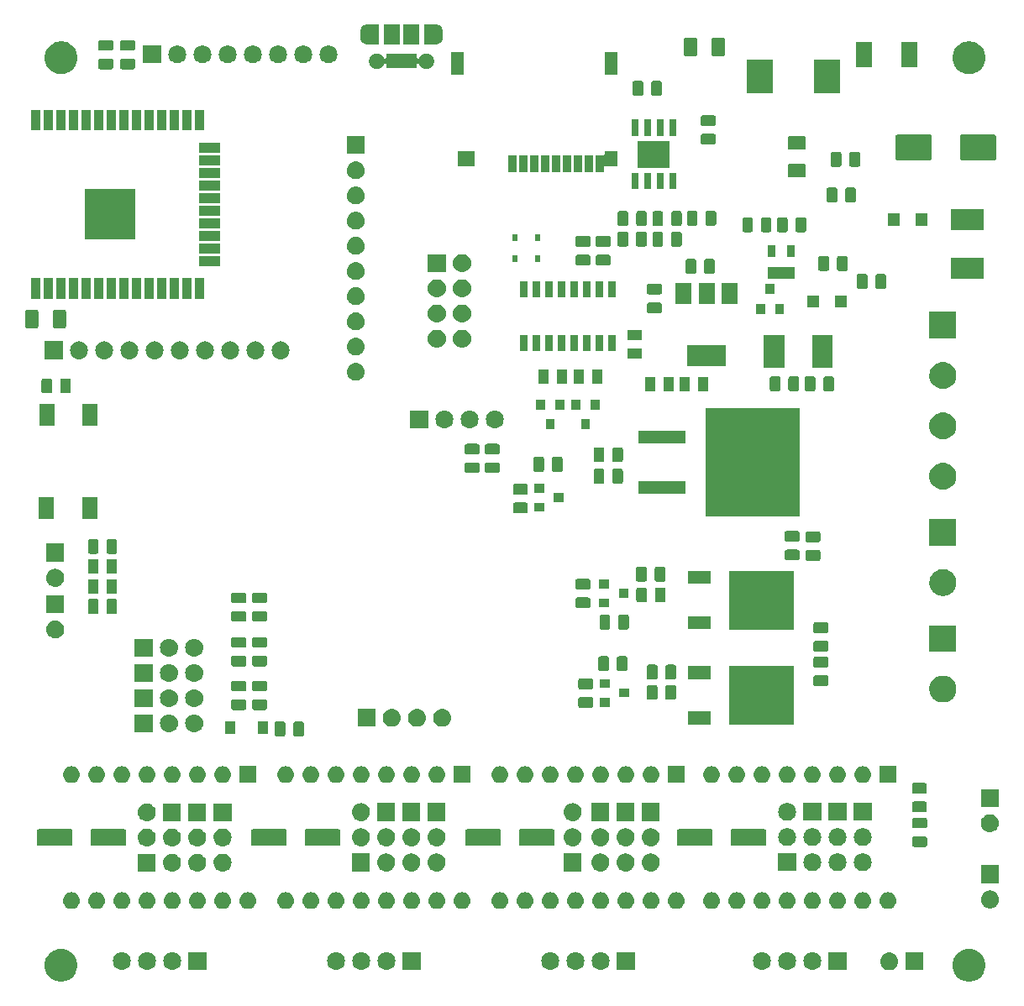
<source format=gts>
G04 #@! TF.GenerationSoftware,KiCad,Pcbnew,5.0.2-bee76a0~70~ubuntu18.04.1*
G04 #@! TF.CreationDate,2019-01-25T21:39:14+09:00*
G04 #@! TF.ProjectId,MRR_ESP_3DP,4d52525f-4553-4505-9f33-44502e6b6963,rev?*
G04 #@! TF.SameCoordinates,Original*
G04 #@! TF.FileFunction,Soldermask,Top*
G04 #@! TF.FilePolarity,Negative*
%FSLAX46Y46*%
G04 Gerber Fmt 4.6, Leading zero omitted, Abs format (unit mm)*
G04 Created by KiCad (PCBNEW 5.0.2-bee76a0~70~ubuntu18.04.1) date Fri 25 Jan 2019 09:39:14 PM JST*
%MOMM*%
%LPD*%
G01*
G04 APERTURE LIST*
%ADD10C,0.100000*%
G04 APERTURE END LIST*
D10*
G36*
X140875256Y-130891298D02*
X140981579Y-130912447D01*
X141282042Y-131036903D01*
X141494705Y-131179000D01*
X141552454Y-131217587D01*
X141782413Y-131447546D01*
X141782415Y-131447549D01*
X141882283Y-131597011D01*
X141963098Y-131717960D01*
X141969549Y-131733534D01*
X142048184Y-131923375D01*
X142087553Y-132018422D01*
X142151000Y-132337389D01*
X142151000Y-132662611D01*
X142135569Y-132740185D01*
X142087553Y-132981579D01*
X141999550Y-133194037D01*
X141963098Y-133282040D01*
X141782413Y-133552454D01*
X141552454Y-133782413D01*
X141552451Y-133782415D01*
X141282042Y-133963097D01*
X140981579Y-134087553D01*
X140875256Y-134108702D01*
X140662611Y-134151000D01*
X140337389Y-134151000D01*
X140124744Y-134108702D01*
X140018421Y-134087553D01*
X139717958Y-133963097D01*
X139447549Y-133782415D01*
X139447546Y-133782413D01*
X139217587Y-133552454D01*
X139036902Y-133282040D01*
X139000450Y-133194037D01*
X138912447Y-132981579D01*
X138864431Y-132740185D01*
X138849000Y-132662611D01*
X138849000Y-132337389D01*
X138912447Y-132018422D01*
X138951817Y-131923375D01*
X139030451Y-131733534D01*
X139036902Y-131717960D01*
X139117718Y-131597011D01*
X139217585Y-131447549D01*
X139217587Y-131447546D01*
X139447546Y-131217587D01*
X139505295Y-131179000D01*
X139717958Y-131036903D01*
X140018421Y-130912447D01*
X140124744Y-130891298D01*
X140337389Y-130849000D01*
X140662611Y-130849000D01*
X140875256Y-130891298D01*
X140875256Y-130891298D01*
G37*
G36*
X49375256Y-130891298D02*
X49481579Y-130912447D01*
X49782042Y-131036903D01*
X49994705Y-131179000D01*
X50052454Y-131217587D01*
X50282413Y-131447546D01*
X50282415Y-131447549D01*
X50382283Y-131597011D01*
X50463098Y-131717960D01*
X50469549Y-131733534D01*
X50548184Y-131923375D01*
X50587553Y-132018422D01*
X50651000Y-132337389D01*
X50651000Y-132662611D01*
X50635569Y-132740185D01*
X50587553Y-132981579D01*
X50499550Y-133194037D01*
X50463098Y-133282040D01*
X50282413Y-133552454D01*
X50052454Y-133782413D01*
X50052451Y-133782415D01*
X49782042Y-133963097D01*
X49481579Y-134087553D01*
X49375256Y-134108702D01*
X49162611Y-134151000D01*
X48837389Y-134151000D01*
X48624744Y-134108702D01*
X48518421Y-134087553D01*
X48217958Y-133963097D01*
X47947549Y-133782415D01*
X47947546Y-133782413D01*
X47717587Y-133552454D01*
X47536902Y-133282040D01*
X47500450Y-133194037D01*
X47412447Y-132981579D01*
X47364431Y-132740185D01*
X47349000Y-132662611D01*
X47349000Y-132337389D01*
X47412447Y-132018422D01*
X47451817Y-131923375D01*
X47530451Y-131733534D01*
X47536902Y-131717960D01*
X47617718Y-131597011D01*
X47717585Y-131447549D01*
X47717587Y-131447546D01*
X47947546Y-131217587D01*
X48005295Y-131179000D01*
X48217958Y-131036903D01*
X48518421Y-130912447D01*
X48624744Y-130891298D01*
X48837389Y-130849000D01*
X49162611Y-130849000D01*
X49375256Y-130891298D01*
X49375256Y-130891298D01*
G37*
G36*
X132570443Y-131205519D02*
X132636627Y-131212037D01*
X132740535Y-131243557D01*
X132806467Y-131263557D01*
X132925572Y-131327221D01*
X132962991Y-131347222D01*
X132998729Y-131376552D01*
X133100186Y-131459814D01*
X133183448Y-131561271D01*
X133212778Y-131597009D01*
X133212779Y-131597011D01*
X133296443Y-131753533D01*
X133296443Y-131753534D01*
X133347963Y-131923373D01*
X133365359Y-132100000D01*
X133347963Y-132276627D01*
X133329531Y-132337389D01*
X133296443Y-132446467D01*
X133223469Y-132582989D01*
X133212778Y-132602991D01*
X133183448Y-132638729D01*
X133100186Y-132740186D01*
X132998729Y-132823448D01*
X132962991Y-132852778D01*
X132962989Y-132852779D01*
X132806467Y-132936443D01*
X132749853Y-132953616D01*
X132636627Y-132987963D01*
X132570443Y-132994481D01*
X132504260Y-133001000D01*
X132415740Y-133001000D01*
X132349557Y-132994481D01*
X132283373Y-132987963D01*
X132170147Y-132953616D01*
X132113533Y-132936443D01*
X131957011Y-132852779D01*
X131957009Y-132852778D01*
X131921271Y-132823448D01*
X131819814Y-132740186D01*
X131736552Y-132638729D01*
X131707222Y-132602991D01*
X131696531Y-132582989D01*
X131623557Y-132446467D01*
X131590469Y-132337389D01*
X131572037Y-132276627D01*
X131554641Y-132100000D01*
X131572037Y-131923373D01*
X131623557Y-131753534D01*
X131623557Y-131753533D01*
X131707221Y-131597011D01*
X131707222Y-131597009D01*
X131736552Y-131561271D01*
X131819814Y-131459814D01*
X131921271Y-131376552D01*
X131957009Y-131347222D01*
X131994428Y-131327221D01*
X132113533Y-131263557D01*
X132179465Y-131243557D01*
X132283373Y-131212037D01*
X132349557Y-131205519D01*
X132415740Y-131199000D01*
X132504260Y-131199000D01*
X132570443Y-131205519D01*
X132570443Y-131205519D01*
G37*
G36*
X135901000Y-133001000D02*
X134099000Y-133001000D01*
X134099000Y-131199000D01*
X135901000Y-131199000D01*
X135901000Y-133001000D01*
X135901000Y-133001000D01*
G37*
G36*
X55228442Y-131185518D02*
X55294627Y-131192037D01*
X55378854Y-131217587D01*
X55464467Y-131243557D01*
X55603087Y-131317652D01*
X55620991Y-131327222D01*
X55645361Y-131347222D01*
X55758186Y-131439814D01*
X55841448Y-131541271D01*
X55870778Y-131577009D01*
X55870779Y-131577011D01*
X55954443Y-131733533D01*
X55954443Y-131733534D01*
X56005963Y-131903373D01*
X56023359Y-132080000D01*
X56005963Y-132256627D01*
X55971616Y-132369853D01*
X55954443Y-132426467D01*
X55880348Y-132565087D01*
X55870778Y-132582991D01*
X55854366Y-132602989D01*
X55758186Y-132720186D01*
X55656729Y-132803448D01*
X55620991Y-132832778D01*
X55620989Y-132832779D01*
X55464467Y-132916443D01*
X55407853Y-132933616D01*
X55294627Y-132967963D01*
X55228443Y-132974481D01*
X55162260Y-132981000D01*
X55073740Y-132981000D01*
X55007557Y-132974481D01*
X54941373Y-132967963D01*
X54828147Y-132933616D01*
X54771533Y-132916443D01*
X54615011Y-132832779D01*
X54615009Y-132832778D01*
X54579271Y-132803448D01*
X54477814Y-132720186D01*
X54381634Y-132602989D01*
X54365222Y-132582991D01*
X54355652Y-132565087D01*
X54281557Y-132426467D01*
X54264384Y-132369853D01*
X54230037Y-132256627D01*
X54212641Y-132080000D01*
X54230037Y-131903373D01*
X54281557Y-131733534D01*
X54281557Y-131733533D01*
X54365221Y-131577011D01*
X54365222Y-131577009D01*
X54394552Y-131541271D01*
X54477814Y-131439814D01*
X54590639Y-131347222D01*
X54615009Y-131327222D01*
X54632913Y-131317652D01*
X54771533Y-131243557D01*
X54857146Y-131217587D01*
X54941373Y-131192037D01*
X55007558Y-131185518D01*
X55073740Y-131179000D01*
X55162260Y-131179000D01*
X55228442Y-131185518D01*
X55228442Y-131185518D01*
G37*
G36*
X57768442Y-131185518D02*
X57834627Y-131192037D01*
X57918854Y-131217587D01*
X58004467Y-131243557D01*
X58143087Y-131317652D01*
X58160991Y-131327222D01*
X58185361Y-131347222D01*
X58298186Y-131439814D01*
X58381448Y-131541271D01*
X58410778Y-131577009D01*
X58410779Y-131577011D01*
X58494443Y-131733533D01*
X58494443Y-131733534D01*
X58545963Y-131903373D01*
X58563359Y-132080000D01*
X58545963Y-132256627D01*
X58511616Y-132369853D01*
X58494443Y-132426467D01*
X58420348Y-132565087D01*
X58410778Y-132582991D01*
X58394366Y-132602989D01*
X58298186Y-132720186D01*
X58196729Y-132803448D01*
X58160991Y-132832778D01*
X58160989Y-132832779D01*
X58004467Y-132916443D01*
X57947853Y-132933616D01*
X57834627Y-132967963D01*
X57768443Y-132974481D01*
X57702260Y-132981000D01*
X57613740Y-132981000D01*
X57547557Y-132974481D01*
X57481373Y-132967963D01*
X57368147Y-132933616D01*
X57311533Y-132916443D01*
X57155011Y-132832779D01*
X57155009Y-132832778D01*
X57119271Y-132803448D01*
X57017814Y-132720186D01*
X56921634Y-132602989D01*
X56905222Y-132582991D01*
X56895652Y-132565087D01*
X56821557Y-132426467D01*
X56804384Y-132369853D01*
X56770037Y-132256627D01*
X56752641Y-132080000D01*
X56770037Y-131903373D01*
X56821557Y-131733534D01*
X56821557Y-131733533D01*
X56905221Y-131577011D01*
X56905222Y-131577009D01*
X56934552Y-131541271D01*
X57017814Y-131439814D01*
X57130639Y-131347222D01*
X57155009Y-131327222D01*
X57172913Y-131317652D01*
X57311533Y-131243557D01*
X57397146Y-131217587D01*
X57481373Y-131192037D01*
X57547558Y-131185518D01*
X57613740Y-131179000D01*
X57702260Y-131179000D01*
X57768442Y-131185518D01*
X57768442Y-131185518D01*
G37*
G36*
X60308442Y-131185518D02*
X60374627Y-131192037D01*
X60458854Y-131217587D01*
X60544467Y-131243557D01*
X60683087Y-131317652D01*
X60700991Y-131327222D01*
X60725361Y-131347222D01*
X60838186Y-131439814D01*
X60921448Y-131541271D01*
X60950778Y-131577009D01*
X60950779Y-131577011D01*
X61034443Y-131733533D01*
X61034443Y-131733534D01*
X61085963Y-131903373D01*
X61103359Y-132080000D01*
X61085963Y-132256627D01*
X61051616Y-132369853D01*
X61034443Y-132426467D01*
X60960348Y-132565087D01*
X60950778Y-132582991D01*
X60934366Y-132602989D01*
X60838186Y-132720186D01*
X60736729Y-132803448D01*
X60700991Y-132832778D01*
X60700989Y-132832779D01*
X60544467Y-132916443D01*
X60487853Y-132933616D01*
X60374627Y-132967963D01*
X60308443Y-132974481D01*
X60242260Y-132981000D01*
X60153740Y-132981000D01*
X60087557Y-132974481D01*
X60021373Y-132967963D01*
X59908147Y-132933616D01*
X59851533Y-132916443D01*
X59695011Y-132832779D01*
X59695009Y-132832778D01*
X59659271Y-132803448D01*
X59557814Y-132720186D01*
X59461634Y-132602989D01*
X59445222Y-132582991D01*
X59435652Y-132565087D01*
X59361557Y-132426467D01*
X59344384Y-132369853D01*
X59310037Y-132256627D01*
X59292641Y-132080000D01*
X59310037Y-131903373D01*
X59361557Y-131733534D01*
X59361557Y-131733533D01*
X59445221Y-131577011D01*
X59445222Y-131577009D01*
X59474552Y-131541271D01*
X59557814Y-131439814D01*
X59670639Y-131347222D01*
X59695009Y-131327222D01*
X59712913Y-131317652D01*
X59851533Y-131243557D01*
X59937146Y-131217587D01*
X60021373Y-131192037D01*
X60087558Y-131185518D01*
X60153740Y-131179000D01*
X60242260Y-131179000D01*
X60308442Y-131185518D01*
X60308442Y-131185518D01*
G37*
G36*
X63639000Y-132981000D02*
X61837000Y-132981000D01*
X61837000Y-131179000D01*
X63639000Y-131179000D01*
X63639000Y-132981000D01*
X63639000Y-132981000D01*
G37*
G36*
X98408442Y-131185518D02*
X98474627Y-131192037D01*
X98558854Y-131217587D01*
X98644467Y-131243557D01*
X98783087Y-131317652D01*
X98800991Y-131327222D01*
X98825361Y-131347222D01*
X98938186Y-131439814D01*
X99021448Y-131541271D01*
X99050778Y-131577009D01*
X99050779Y-131577011D01*
X99134443Y-131733533D01*
X99134443Y-131733534D01*
X99185963Y-131903373D01*
X99203359Y-132080000D01*
X99185963Y-132256627D01*
X99151616Y-132369853D01*
X99134443Y-132426467D01*
X99060348Y-132565087D01*
X99050778Y-132582991D01*
X99034366Y-132602989D01*
X98938186Y-132720186D01*
X98836729Y-132803448D01*
X98800991Y-132832778D01*
X98800989Y-132832779D01*
X98644467Y-132916443D01*
X98587853Y-132933616D01*
X98474627Y-132967963D01*
X98408443Y-132974481D01*
X98342260Y-132981000D01*
X98253740Y-132981000D01*
X98187557Y-132974481D01*
X98121373Y-132967963D01*
X98008147Y-132933616D01*
X97951533Y-132916443D01*
X97795011Y-132832779D01*
X97795009Y-132832778D01*
X97759271Y-132803448D01*
X97657814Y-132720186D01*
X97561634Y-132602989D01*
X97545222Y-132582991D01*
X97535652Y-132565087D01*
X97461557Y-132426467D01*
X97444384Y-132369853D01*
X97410037Y-132256627D01*
X97392641Y-132080000D01*
X97410037Y-131903373D01*
X97461557Y-131733534D01*
X97461557Y-131733533D01*
X97545221Y-131577011D01*
X97545222Y-131577009D01*
X97574552Y-131541271D01*
X97657814Y-131439814D01*
X97770639Y-131347222D01*
X97795009Y-131327222D01*
X97812913Y-131317652D01*
X97951533Y-131243557D01*
X98037146Y-131217587D01*
X98121373Y-131192037D01*
X98187558Y-131185518D01*
X98253740Y-131179000D01*
X98342260Y-131179000D01*
X98408442Y-131185518D01*
X98408442Y-131185518D01*
G37*
G36*
X100948442Y-131185518D02*
X101014627Y-131192037D01*
X101098854Y-131217587D01*
X101184467Y-131243557D01*
X101323087Y-131317652D01*
X101340991Y-131327222D01*
X101365361Y-131347222D01*
X101478186Y-131439814D01*
X101561448Y-131541271D01*
X101590778Y-131577009D01*
X101590779Y-131577011D01*
X101674443Y-131733533D01*
X101674443Y-131733534D01*
X101725963Y-131903373D01*
X101743359Y-132080000D01*
X101725963Y-132256627D01*
X101691616Y-132369853D01*
X101674443Y-132426467D01*
X101600348Y-132565087D01*
X101590778Y-132582991D01*
X101574366Y-132602989D01*
X101478186Y-132720186D01*
X101376729Y-132803448D01*
X101340991Y-132832778D01*
X101340989Y-132832779D01*
X101184467Y-132916443D01*
X101127853Y-132933616D01*
X101014627Y-132967963D01*
X100948443Y-132974481D01*
X100882260Y-132981000D01*
X100793740Y-132981000D01*
X100727557Y-132974481D01*
X100661373Y-132967963D01*
X100548147Y-132933616D01*
X100491533Y-132916443D01*
X100335011Y-132832779D01*
X100335009Y-132832778D01*
X100299271Y-132803448D01*
X100197814Y-132720186D01*
X100101634Y-132602989D01*
X100085222Y-132582991D01*
X100075652Y-132565087D01*
X100001557Y-132426467D01*
X99984384Y-132369853D01*
X99950037Y-132256627D01*
X99932641Y-132080000D01*
X99950037Y-131903373D01*
X100001557Y-131733534D01*
X100001557Y-131733533D01*
X100085221Y-131577011D01*
X100085222Y-131577009D01*
X100114552Y-131541271D01*
X100197814Y-131439814D01*
X100310639Y-131347222D01*
X100335009Y-131327222D01*
X100352913Y-131317652D01*
X100491533Y-131243557D01*
X100577146Y-131217587D01*
X100661373Y-131192037D01*
X100727558Y-131185518D01*
X100793740Y-131179000D01*
X100882260Y-131179000D01*
X100948442Y-131185518D01*
X100948442Y-131185518D01*
G37*
G36*
X103488442Y-131185518D02*
X103554627Y-131192037D01*
X103638854Y-131217587D01*
X103724467Y-131243557D01*
X103863087Y-131317652D01*
X103880991Y-131327222D01*
X103905361Y-131347222D01*
X104018186Y-131439814D01*
X104101448Y-131541271D01*
X104130778Y-131577009D01*
X104130779Y-131577011D01*
X104214443Y-131733533D01*
X104214443Y-131733534D01*
X104265963Y-131903373D01*
X104283359Y-132080000D01*
X104265963Y-132256627D01*
X104231616Y-132369853D01*
X104214443Y-132426467D01*
X104140348Y-132565087D01*
X104130778Y-132582991D01*
X104114366Y-132602989D01*
X104018186Y-132720186D01*
X103916729Y-132803448D01*
X103880991Y-132832778D01*
X103880989Y-132832779D01*
X103724467Y-132916443D01*
X103667853Y-132933616D01*
X103554627Y-132967963D01*
X103488443Y-132974481D01*
X103422260Y-132981000D01*
X103333740Y-132981000D01*
X103267557Y-132974481D01*
X103201373Y-132967963D01*
X103088147Y-132933616D01*
X103031533Y-132916443D01*
X102875011Y-132832779D01*
X102875009Y-132832778D01*
X102839271Y-132803448D01*
X102737814Y-132720186D01*
X102641634Y-132602989D01*
X102625222Y-132582991D01*
X102615652Y-132565087D01*
X102541557Y-132426467D01*
X102524384Y-132369853D01*
X102490037Y-132256627D01*
X102472641Y-132080000D01*
X102490037Y-131903373D01*
X102541557Y-131733534D01*
X102541557Y-131733533D01*
X102625221Y-131577011D01*
X102625222Y-131577009D01*
X102654552Y-131541271D01*
X102737814Y-131439814D01*
X102850639Y-131347222D01*
X102875009Y-131327222D01*
X102892913Y-131317652D01*
X103031533Y-131243557D01*
X103117146Y-131217587D01*
X103201373Y-131192037D01*
X103267558Y-131185518D01*
X103333740Y-131179000D01*
X103422260Y-131179000D01*
X103488442Y-131185518D01*
X103488442Y-131185518D01*
G37*
G36*
X106819000Y-132981000D02*
X105017000Y-132981000D01*
X105017000Y-131179000D01*
X106819000Y-131179000D01*
X106819000Y-132981000D01*
X106819000Y-132981000D01*
G37*
G36*
X79358442Y-131185518D02*
X79424627Y-131192037D01*
X79508854Y-131217587D01*
X79594467Y-131243557D01*
X79733087Y-131317652D01*
X79750991Y-131327222D01*
X79775361Y-131347222D01*
X79888186Y-131439814D01*
X79971448Y-131541271D01*
X80000778Y-131577009D01*
X80000779Y-131577011D01*
X80084443Y-131733533D01*
X80084443Y-131733534D01*
X80135963Y-131903373D01*
X80153359Y-132080000D01*
X80135963Y-132256627D01*
X80101616Y-132369853D01*
X80084443Y-132426467D01*
X80010348Y-132565087D01*
X80000778Y-132582991D01*
X79984366Y-132602989D01*
X79888186Y-132720186D01*
X79786729Y-132803448D01*
X79750991Y-132832778D01*
X79750989Y-132832779D01*
X79594467Y-132916443D01*
X79537853Y-132933616D01*
X79424627Y-132967963D01*
X79358443Y-132974481D01*
X79292260Y-132981000D01*
X79203740Y-132981000D01*
X79137557Y-132974481D01*
X79071373Y-132967963D01*
X78958147Y-132933616D01*
X78901533Y-132916443D01*
X78745011Y-132832779D01*
X78745009Y-132832778D01*
X78709271Y-132803448D01*
X78607814Y-132720186D01*
X78511634Y-132602989D01*
X78495222Y-132582991D01*
X78485652Y-132565087D01*
X78411557Y-132426467D01*
X78394384Y-132369853D01*
X78360037Y-132256627D01*
X78342641Y-132080000D01*
X78360037Y-131903373D01*
X78411557Y-131733534D01*
X78411557Y-131733533D01*
X78495221Y-131577011D01*
X78495222Y-131577009D01*
X78524552Y-131541271D01*
X78607814Y-131439814D01*
X78720639Y-131347222D01*
X78745009Y-131327222D01*
X78762913Y-131317652D01*
X78901533Y-131243557D01*
X78987146Y-131217587D01*
X79071373Y-131192037D01*
X79137558Y-131185518D01*
X79203740Y-131179000D01*
X79292260Y-131179000D01*
X79358442Y-131185518D01*
X79358442Y-131185518D01*
G37*
G36*
X81898442Y-131185518D02*
X81964627Y-131192037D01*
X82048854Y-131217587D01*
X82134467Y-131243557D01*
X82273087Y-131317652D01*
X82290991Y-131327222D01*
X82315361Y-131347222D01*
X82428186Y-131439814D01*
X82511448Y-131541271D01*
X82540778Y-131577009D01*
X82540779Y-131577011D01*
X82624443Y-131733533D01*
X82624443Y-131733534D01*
X82675963Y-131903373D01*
X82693359Y-132080000D01*
X82675963Y-132256627D01*
X82641616Y-132369853D01*
X82624443Y-132426467D01*
X82550348Y-132565087D01*
X82540778Y-132582991D01*
X82524366Y-132602989D01*
X82428186Y-132720186D01*
X82326729Y-132803448D01*
X82290991Y-132832778D01*
X82290989Y-132832779D01*
X82134467Y-132916443D01*
X82077853Y-132933616D01*
X81964627Y-132967963D01*
X81898443Y-132974481D01*
X81832260Y-132981000D01*
X81743740Y-132981000D01*
X81677557Y-132974481D01*
X81611373Y-132967963D01*
X81498147Y-132933616D01*
X81441533Y-132916443D01*
X81285011Y-132832779D01*
X81285009Y-132832778D01*
X81249271Y-132803448D01*
X81147814Y-132720186D01*
X81051634Y-132602989D01*
X81035222Y-132582991D01*
X81025652Y-132565087D01*
X80951557Y-132426467D01*
X80934384Y-132369853D01*
X80900037Y-132256627D01*
X80882641Y-132080000D01*
X80900037Y-131903373D01*
X80951557Y-131733534D01*
X80951557Y-131733533D01*
X81035221Y-131577011D01*
X81035222Y-131577009D01*
X81064552Y-131541271D01*
X81147814Y-131439814D01*
X81260639Y-131347222D01*
X81285009Y-131327222D01*
X81302913Y-131317652D01*
X81441533Y-131243557D01*
X81527146Y-131217587D01*
X81611373Y-131192037D01*
X81677558Y-131185518D01*
X81743740Y-131179000D01*
X81832260Y-131179000D01*
X81898442Y-131185518D01*
X81898442Y-131185518D01*
G37*
G36*
X85229000Y-132981000D02*
X83427000Y-132981000D01*
X83427000Y-131179000D01*
X85229000Y-131179000D01*
X85229000Y-132981000D01*
X85229000Y-132981000D01*
G37*
G36*
X119744442Y-131185518D02*
X119810627Y-131192037D01*
X119894854Y-131217587D01*
X119980467Y-131243557D01*
X120119087Y-131317652D01*
X120136991Y-131327222D01*
X120161361Y-131347222D01*
X120274186Y-131439814D01*
X120357448Y-131541271D01*
X120386778Y-131577009D01*
X120386779Y-131577011D01*
X120470443Y-131733533D01*
X120470443Y-131733534D01*
X120521963Y-131903373D01*
X120539359Y-132080000D01*
X120521963Y-132256627D01*
X120487616Y-132369853D01*
X120470443Y-132426467D01*
X120396348Y-132565087D01*
X120386778Y-132582991D01*
X120370366Y-132602989D01*
X120274186Y-132720186D01*
X120172729Y-132803448D01*
X120136991Y-132832778D01*
X120136989Y-132832779D01*
X119980467Y-132916443D01*
X119923853Y-132933616D01*
X119810627Y-132967963D01*
X119744443Y-132974481D01*
X119678260Y-132981000D01*
X119589740Y-132981000D01*
X119523557Y-132974481D01*
X119457373Y-132967963D01*
X119344147Y-132933616D01*
X119287533Y-132916443D01*
X119131011Y-132832779D01*
X119131009Y-132832778D01*
X119095271Y-132803448D01*
X118993814Y-132720186D01*
X118897634Y-132602989D01*
X118881222Y-132582991D01*
X118871652Y-132565087D01*
X118797557Y-132426467D01*
X118780384Y-132369853D01*
X118746037Y-132256627D01*
X118728641Y-132080000D01*
X118746037Y-131903373D01*
X118797557Y-131733534D01*
X118797557Y-131733533D01*
X118881221Y-131577011D01*
X118881222Y-131577009D01*
X118910552Y-131541271D01*
X118993814Y-131439814D01*
X119106639Y-131347222D01*
X119131009Y-131327222D01*
X119148913Y-131317652D01*
X119287533Y-131243557D01*
X119373146Y-131217587D01*
X119457373Y-131192037D01*
X119523558Y-131185518D01*
X119589740Y-131179000D01*
X119678260Y-131179000D01*
X119744442Y-131185518D01*
X119744442Y-131185518D01*
G37*
G36*
X122284442Y-131185518D02*
X122350627Y-131192037D01*
X122434854Y-131217587D01*
X122520467Y-131243557D01*
X122659087Y-131317652D01*
X122676991Y-131327222D01*
X122701361Y-131347222D01*
X122814186Y-131439814D01*
X122897448Y-131541271D01*
X122926778Y-131577009D01*
X122926779Y-131577011D01*
X123010443Y-131733533D01*
X123010443Y-131733534D01*
X123061963Y-131903373D01*
X123079359Y-132080000D01*
X123061963Y-132256627D01*
X123027616Y-132369853D01*
X123010443Y-132426467D01*
X122936348Y-132565087D01*
X122926778Y-132582991D01*
X122910366Y-132602989D01*
X122814186Y-132720186D01*
X122712729Y-132803448D01*
X122676991Y-132832778D01*
X122676989Y-132832779D01*
X122520467Y-132916443D01*
X122463853Y-132933616D01*
X122350627Y-132967963D01*
X122284443Y-132974481D01*
X122218260Y-132981000D01*
X122129740Y-132981000D01*
X122063557Y-132974481D01*
X121997373Y-132967963D01*
X121884147Y-132933616D01*
X121827533Y-132916443D01*
X121671011Y-132832779D01*
X121671009Y-132832778D01*
X121635271Y-132803448D01*
X121533814Y-132720186D01*
X121437634Y-132602989D01*
X121421222Y-132582991D01*
X121411652Y-132565087D01*
X121337557Y-132426467D01*
X121320384Y-132369853D01*
X121286037Y-132256627D01*
X121268641Y-132080000D01*
X121286037Y-131903373D01*
X121337557Y-131733534D01*
X121337557Y-131733533D01*
X121421221Y-131577011D01*
X121421222Y-131577009D01*
X121450552Y-131541271D01*
X121533814Y-131439814D01*
X121646639Y-131347222D01*
X121671009Y-131327222D01*
X121688913Y-131317652D01*
X121827533Y-131243557D01*
X121913146Y-131217587D01*
X121997373Y-131192037D01*
X122063558Y-131185518D01*
X122129740Y-131179000D01*
X122218260Y-131179000D01*
X122284442Y-131185518D01*
X122284442Y-131185518D01*
G37*
G36*
X124824442Y-131185518D02*
X124890627Y-131192037D01*
X124974854Y-131217587D01*
X125060467Y-131243557D01*
X125199087Y-131317652D01*
X125216991Y-131327222D01*
X125241361Y-131347222D01*
X125354186Y-131439814D01*
X125437448Y-131541271D01*
X125466778Y-131577009D01*
X125466779Y-131577011D01*
X125550443Y-131733533D01*
X125550443Y-131733534D01*
X125601963Y-131903373D01*
X125619359Y-132080000D01*
X125601963Y-132256627D01*
X125567616Y-132369853D01*
X125550443Y-132426467D01*
X125476348Y-132565087D01*
X125466778Y-132582991D01*
X125450366Y-132602989D01*
X125354186Y-132720186D01*
X125252729Y-132803448D01*
X125216991Y-132832778D01*
X125216989Y-132832779D01*
X125060467Y-132916443D01*
X125003853Y-132933616D01*
X124890627Y-132967963D01*
X124824443Y-132974481D01*
X124758260Y-132981000D01*
X124669740Y-132981000D01*
X124603557Y-132974481D01*
X124537373Y-132967963D01*
X124424147Y-132933616D01*
X124367533Y-132916443D01*
X124211011Y-132832779D01*
X124211009Y-132832778D01*
X124175271Y-132803448D01*
X124073814Y-132720186D01*
X123977634Y-132602989D01*
X123961222Y-132582991D01*
X123951652Y-132565087D01*
X123877557Y-132426467D01*
X123860384Y-132369853D01*
X123826037Y-132256627D01*
X123808641Y-132080000D01*
X123826037Y-131903373D01*
X123877557Y-131733534D01*
X123877557Y-131733533D01*
X123961221Y-131577011D01*
X123961222Y-131577009D01*
X123990552Y-131541271D01*
X124073814Y-131439814D01*
X124186639Y-131347222D01*
X124211009Y-131327222D01*
X124228913Y-131317652D01*
X124367533Y-131243557D01*
X124453146Y-131217587D01*
X124537373Y-131192037D01*
X124603558Y-131185518D01*
X124669740Y-131179000D01*
X124758260Y-131179000D01*
X124824442Y-131185518D01*
X124824442Y-131185518D01*
G37*
G36*
X76818442Y-131185518D02*
X76884627Y-131192037D01*
X76968854Y-131217587D01*
X77054467Y-131243557D01*
X77193087Y-131317652D01*
X77210991Y-131327222D01*
X77235361Y-131347222D01*
X77348186Y-131439814D01*
X77431448Y-131541271D01*
X77460778Y-131577009D01*
X77460779Y-131577011D01*
X77544443Y-131733533D01*
X77544443Y-131733534D01*
X77595963Y-131903373D01*
X77613359Y-132080000D01*
X77595963Y-132256627D01*
X77561616Y-132369853D01*
X77544443Y-132426467D01*
X77470348Y-132565087D01*
X77460778Y-132582991D01*
X77444366Y-132602989D01*
X77348186Y-132720186D01*
X77246729Y-132803448D01*
X77210991Y-132832778D01*
X77210989Y-132832779D01*
X77054467Y-132916443D01*
X76997853Y-132933616D01*
X76884627Y-132967963D01*
X76818443Y-132974481D01*
X76752260Y-132981000D01*
X76663740Y-132981000D01*
X76597557Y-132974481D01*
X76531373Y-132967963D01*
X76418147Y-132933616D01*
X76361533Y-132916443D01*
X76205011Y-132832779D01*
X76205009Y-132832778D01*
X76169271Y-132803448D01*
X76067814Y-132720186D01*
X75971634Y-132602989D01*
X75955222Y-132582991D01*
X75945652Y-132565087D01*
X75871557Y-132426467D01*
X75854384Y-132369853D01*
X75820037Y-132256627D01*
X75802641Y-132080000D01*
X75820037Y-131903373D01*
X75871557Y-131733534D01*
X75871557Y-131733533D01*
X75955221Y-131577011D01*
X75955222Y-131577009D01*
X75984552Y-131541271D01*
X76067814Y-131439814D01*
X76180639Y-131347222D01*
X76205009Y-131327222D01*
X76222913Y-131317652D01*
X76361533Y-131243557D01*
X76447146Y-131217587D01*
X76531373Y-131192037D01*
X76597558Y-131185518D01*
X76663740Y-131179000D01*
X76752260Y-131179000D01*
X76818442Y-131185518D01*
X76818442Y-131185518D01*
G37*
G36*
X128155000Y-132981000D02*
X126353000Y-132981000D01*
X126353000Y-131179000D01*
X128155000Y-131179000D01*
X128155000Y-132981000D01*
X128155000Y-132981000D01*
G37*
G36*
X71794821Y-125145313D02*
X71794824Y-125145314D01*
X71794825Y-125145314D01*
X71955239Y-125193975D01*
X71955241Y-125193976D01*
X71955244Y-125193977D01*
X72103078Y-125272995D01*
X72232659Y-125379341D01*
X72339005Y-125508922D01*
X72418023Y-125656756D01*
X72466687Y-125817179D01*
X72483117Y-125984000D01*
X72466687Y-126150821D01*
X72466686Y-126150824D01*
X72466686Y-126150825D01*
X72448291Y-126211466D01*
X72418023Y-126311244D01*
X72339005Y-126459078D01*
X72232659Y-126588659D01*
X72103078Y-126695005D01*
X71955244Y-126774023D01*
X71955241Y-126774024D01*
X71955239Y-126774025D01*
X71794825Y-126822686D01*
X71794824Y-126822686D01*
X71794821Y-126822687D01*
X71669804Y-126835000D01*
X71586196Y-126835000D01*
X71461179Y-126822687D01*
X71461176Y-126822686D01*
X71461175Y-126822686D01*
X71300761Y-126774025D01*
X71300759Y-126774024D01*
X71300756Y-126774023D01*
X71152922Y-126695005D01*
X71023341Y-126588659D01*
X70916995Y-126459078D01*
X70837977Y-126311244D01*
X70807710Y-126211466D01*
X70789314Y-126150825D01*
X70789314Y-126150824D01*
X70789313Y-126150821D01*
X70772883Y-125984000D01*
X70789313Y-125817179D01*
X70837977Y-125656756D01*
X70916995Y-125508922D01*
X71023341Y-125379341D01*
X71152922Y-125272995D01*
X71300756Y-125193977D01*
X71300759Y-125193976D01*
X71300761Y-125193975D01*
X71461175Y-125145314D01*
X71461176Y-125145314D01*
X71461179Y-125145313D01*
X71586196Y-125133000D01*
X71669804Y-125133000D01*
X71794821Y-125145313D01*
X71794821Y-125145313D01*
G37*
G36*
X74334821Y-125145313D02*
X74334824Y-125145314D01*
X74334825Y-125145314D01*
X74495239Y-125193975D01*
X74495241Y-125193976D01*
X74495244Y-125193977D01*
X74643078Y-125272995D01*
X74772659Y-125379341D01*
X74879005Y-125508922D01*
X74958023Y-125656756D01*
X75006687Y-125817179D01*
X75023117Y-125984000D01*
X75006687Y-126150821D01*
X75006686Y-126150824D01*
X75006686Y-126150825D01*
X74988291Y-126211466D01*
X74958023Y-126311244D01*
X74879005Y-126459078D01*
X74772659Y-126588659D01*
X74643078Y-126695005D01*
X74495244Y-126774023D01*
X74495241Y-126774024D01*
X74495239Y-126774025D01*
X74334825Y-126822686D01*
X74334824Y-126822686D01*
X74334821Y-126822687D01*
X74209804Y-126835000D01*
X74126196Y-126835000D01*
X74001179Y-126822687D01*
X74001176Y-126822686D01*
X74001175Y-126822686D01*
X73840761Y-126774025D01*
X73840759Y-126774024D01*
X73840756Y-126774023D01*
X73692922Y-126695005D01*
X73563341Y-126588659D01*
X73456995Y-126459078D01*
X73377977Y-126311244D01*
X73347710Y-126211466D01*
X73329314Y-126150825D01*
X73329314Y-126150824D01*
X73329313Y-126150821D01*
X73312883Y-125984000D01*
X73329313Y-125817179D01*
X73377977Y-125656756D01*
X73456995Y-125508922D01*
X73563341Y-125379341D01*
X73692922Y-125272995D01*
X73840756Y-125193977D01*
X73840759Y-125193976D01*
X73840761Y-125193975D01*
X74001175Y-125145314D01*
X74001176Y-125145314D01*
X74001179Y-125145313D01*
X74126196Y-125133000D01*
X74209804Y-125133000D01*
X74334821Y-125145313D01*
X74334821Y-125145313D01*
G37*
G36*
X76874821Y-125145313D02*
X76874824Y-125145314D01*
X76874825Y-125145314D01*
X77035239Y-125193975D01*
X77035241Y-125193976D01*
X77035244Y-125193977D01*
X77183078Y-125272995D01*
X77312659Y-125379341D01*
X77419005Y-125508922D01*
X77498023Y-125656756D01*
X77546687Y-125817179D01*
X77563117Y-125984000D01*
X77546687Y-126150821D01*
X77546686Y-126150824D01*
X77546686Y-126150825D01*
X77528291Y-126211466D01*
X77498023Y-126311244D01*
X77419005Y-126459078D01*
X77312659Y-126588659D01*
X77183078Y-126695005D01*
X77035244Y-126774023D01*
X77035241Y-126774024D01*
X77035239Y-126774025D01*
X76874825Y-126822686D01*
X76874824Y-126822686D01*
X76874821Y-126822687D01*
X76749804Y-126835000D01*
X76666196Y-126835000D01*
X76541179Y-126822687D01*
X76541176Y-126822686D01*
X76541175Y-126822686D01*
X76380761Y-126774025D01*
X76380759Y-126774024D01*
X76380756Y-126774023D01*
X76232922Y-126695005D01*
X76103341Y-126588659D01*
X75996995Y-126459078D01*
X75917977Y-126311244D01*
X75887710Y-126211466D01*
X75869314Y-126150825D01*
X75869314Y-126150824D01*
X75869313Y-126150821D01*
X75852883Y-125984000D01*
X75869313Y-125817179D01*
X75917977Y-125656756D01*
X75996995Y-125508922D01*
X76103341Y-125379341D01*
X76232922Y-125272995D01*
X76380756Y-125193977D01*
X76380759Y-125193976D01*
X76380761Y-125193975D01*
X76541175Y-125145314D01*
X76541176Y-125145314D01*
X76541179Y-125145313D01*
X76666196Y-125133000D01*
X76749804Y-125133000D01*
X76874821Y-125145313D01*
X76874821Y-125145313D01*
G37*
G36*
X79414821Y-125145313D02*
X79414824Y-125145314D01*
X79414825Y-125145314D01*
X79575239Y-125193975D01*
X79575241Y-125193976D01*
X79575244Y-125193977D01*
X79723078Y-125272995D01*
X79852659Y-125379341D01*
X79959005Y-125508922D01*
X80038023Y-125656756D01*
X80086687Y-125817179D01*
X80103117Y-125984000D01*
X80086687Y-126150821D01*
X80086686Y-126150824D01*
X80086686Y-126150825D01*
X80068291Y-126211466D01*
X80038023Y-126311244D01*
X79959005Y-126459078D01*
X79852659Y-126588659D01*
X79723078Y-126695005D01*
X79575244Y-126774023D01*
X79575241Y-126774024D01*
X79575239Y-126774025D01*
X79414825Y-126822686D01*
X79414824Y-126822686D01*
X79414821Y-126822687D01*
X79289804Y-126835000D01*
X79206196Y-126835000D01*
X79081179Y-126822687D01*
X79081176Y-126822686D01*
X79081175Y-126822686D01*
X78920761Y-126774025D01*
X78920759Y-126774024D01*
X78920756Y-126774023D01*
X78772922Y-126695005D01*
X78643341Y-126588659D01*
X78536995Y-126459078D01*
X78457977Y-126311244D01*
X78427710Y-126211466D01*
X78409314Y-126150825D01*
X78409314Y-126150824D01*
X78409313Y-126150821D01*
X78392883Y-125984000D01*
X78409313Y-125817179D01*
X78457977Y-125656756D01*
X78536995Y-125508922D01*
X78643341Y-125379341D01*
X78772922Y-125272995D01*
X78920756Y-125193977D01*
X78920759Y-125193976D01*
X78920761Y-125193975D01*
X79081175Y-125145314D01*
X79081176Y-125145314D01*
X79081179Y-125145313D01*
X79206196Y-125133000D01*
X79289804Y-125133000D01*
X79414821Y-125145313D01*
X79414821Y-125145313D01*
G37*
G36*
X84494821Y-125145313D02*
X84494824Y-125145314D01*
X84494825Y-125145314D01*
X84655239Y-125193975D01*
X84655241Y-125193976D01*
X84655244Y-125193977D01*
X84803078Y-125272995D01*
X84932659Y-125379341D01*
X85039005Y-125508922D01*
X85118023Y-125656756D01*
X85166687Y-125817179D01*
X85183117Y-125984000D01*
X85166687Y-126150821D01*
X85166686Y-126150824D01*
X85166686Y-126150825D01*
X85148291Y-126211466D01*
X85118023Y-126311244D01*
X85039005Y-126459078D01*
X84932659Y-126588659D01*
X84803078Y-126695005D01*
X84655244Y-126774023D01*
X84655241Y-126774024D01*
X84655239Y-126774025D01*
X84494825Y-126822686D01*
X84494824Y-126822686D01*
X84494821Y-126822687D01*
X84369804Y-126835000D01*
X84286196Y-126835000D01*
X84161179Y-126822687D01*
X84161176Y-126822686D01*
X84161175Y-126822686D01*
X84000761Y-126774025D01*
X84000759Y-126774024D01*
X84000756Y-126774023D01*
X83852922Y-126695005D01*
X83723341Y-126588659D01*
X83616995Y-126459078D01*
X83537977Y-126311244D01*
X83507710Y-126211466D01*
X83489314Y-126150825D01*
X83489314Y-126150824D01*
X83489313Y-126150821D01*
X83472883Y-125984000D01*
X83489313Y-125817179D01*
X83537977Y-125656756D01*
X83616995Y-125508922D01*
X83723341Y-125379341D01*
X83852922Y-125272995D01*
X84000756Y-125193977D01*
X84000759Y-125193976D01*
X84000761Y-125193975D01*
X84161175Y-125145314D01*
X84161176Y-125145314D01*
X84161179Y-125145313D01*
X84286196Y-125133000D01*
X84369804Y-125133000D01*
X84494821Y-125145313D01*
X84494821Y-125145313D01*
G37*
G36*
X87034821Y-125145313D02*
X87034824Y-125145314D01*
X87034825Y-125145314D01*
X87195239Y-125193975D01*
X87195241Y-125193976D01*
X87195244Y-125193977D01*
X87343078Y-125272995D01*
X87472659Y-125379341D01*
X87579005Y-125508922D01*
X87658023Y-125656756D01*
X87706687Y-125817179D01*
X87723117Y-125984000D01*
X87706687Y-126150821D01*
X87706686Y-126150824D01*
X87706686Y-126150825D01*
X87688291Y-126211466D01*
X87658023Y-126311244D01*
X87579005Y-126459078D01*
X87472659Y-126588659D01*
X87343078Y-126695005D01*
X87195244Y-126774023D01*
X87195241Y-126774024D01*
X87195239Y-126774025D01*
X87034825Y-126822686D01*
X87034824Y-126822686D01*
X87034821Y-126822687D01*
X86909804Y-126835000D01*
X86826196Y-126835000D01*
X86701179Y-126822687D01*
X86701176Y-126822686D01*
X86701175Y-126822686D01*
X86540761Y-126774025D01*
X86540759Y-126774024D01*
X86540756Y-126774023D01*
X86392922Y-126695005D01*
X86263341Y-126588659D01*
X86156995Y-126459078D01*
X86077977Y-126311244D01*
X86047710Y-126211466D01*
X86029314Y-126150825D01*
X86029314Y-126150824D01*
X86029313Y-126150821D01*
X86012883Y-125984000D01*
X86029313Y-125817179D01*
X86077977Y-125656756D01*
X86156995Y-125508922D01*
X86263341Y-125379341D01*
X86392922Y-125272995D01*
X86540756Y-125193977D01*
X86540759Y-125193976D01*
X86540761Y-125193975D01*
X86701175Y-125145314D01*
X86701176Y-125145314D01*
X86701179Y-125145313D01*
X86826196Y-125133000D01*
X86909804Y-125133000D01*
X87034821Y-125145313D01*
X87034821Y-125145313D01*
G37*
G36*
X89574821Y-125145313D02*
X89574824Y-125145314D01*
X89574825Y-125145314D01*
X89735239Y-125193975D01*
X89735241Y-125193976D01*
X89735244Y-125193977D01*
X89883078Y-125272995D01*
X90012659Y-125379341D01*
X90119005Y-125508922D01*
X90198023Y-125656756D01*
X90246687Y-125817179D01*
X90263117Y-125984000D01*
X90246687Y-126150821D01*
X90246686Y-126150824D01*
X90246686Y-126150825D01*
X90228291Y-126211466D01*
X90198023Y-126311244D01*
X90119005Y-126459078D01*
X90012659Y-126588659D01*
X89883078Y-126695005D01*
X89735244Y-126774023D01*
X89735241Y-126774024D01*
X89735239Y-126774025D01*
X89574825Y-126822686D01*
X89574824Y-126822686D01*
X89574821Y-126822687D01*
X89449804Y-126835000D01*
X89366196Y-126835000D01*
X89241179Y-126822687D01*
X89241176Y-126822686D01*
X89241175Y-126822686D01*
X89080761Y-126774025D01*
X89080759Y-126774024D01*
X89080756Y-126774023D01*
X88932922Y-126695005D01*
X88803341Y-126588659D01*
X88696995Y-126459078D01*
X88617977Y-126311244D01*
X88587710Y-126211466D01*
X88569314Y-126150825D01*
X88569314Y-126150824D01*
X88569313Y-126150821D01*
X88552883Y-125984000D01*
X88569313Y-125817179D01*
X88617977Y-125656756D01*
X88696995Y-125508922D01*
X88803341Y-125379341D01*
X88932922Y-125272995D01*
X89080756Y-125193977D01*
X89080759Y-125193976D01*
X89080761Y-125193975D01*
X89241175Y-125145314D01*
X89241176Y-125145314D01*
X89241179Y-125145313D01*
X89366196Y-125133000D01*
X89449804Y-125133000D01*
X89574821Y-125145313D01*
X89574821Y-125145313D01*
G37*
G36*
X93384821Y-125145313D02*
X93384824Y-125145314D01*
X93384825Y-125145314D01*
X93545239Y-125193975D01*
X93545241Y-125193976D01*
X93545244Y-125193977D01*
X93693078Y-125272995D01*
X93822659Y-125379341D01*
X93929005Y-125508922D01*
X94008023Y-125656756D01*
X94056687Y-125817179D01*
X94073117Y-125984000D01*
X94056687Y-126150821D01*
X94056686Y-126150824D01*
X94056686Y-126150825D01*
X94038291Y-126211466D01*
X94008023Y-126311244D01*
X93929005Y-126459078D01*
X93822659Y-126588659D01*
X93693078Y-126695005D01*
X93545244Y-126774023D01*
X93545241Y-126774024D01*
X93545239Y-126774025D01*
X93384825Y-126822686D01*
X93384824Y-126822686D01*
X93384821Y-126822687D01*
X93259804Y-126835000D01*
X93176196Y-126835000D01*
X93051179Y-126822687D01*
X93051176Y-126822686D01*
X93051175Y-126822686D01*
X92890761Y-126774025D01*
X92890759Y-126774024D01*
X92890756Y-126774023D01*
X92742922Y-126695005D01*
X92613341Y-126588659D01*
X92506995Y-126459078D01*
X92427977Y-126311244D01*
X92397710Y-126211466D01*
X92379314Y-126150825D01*
X92379314Y-126150824D01*
X92379313Y-126150821D01*
X92362883Y-125984000D01*
X92379313Y-125817179D01*
X92427977Y-125656756D01*
X92506995Y-125508922D01*
X92613341Y-125379341D01*
X92742922Y-125272995D01*
X92890756Y-125193977D01*
X92890759Y-125193976D01*
X92890761Y-125193975D01*
X93051175Y-125145314D01*
X93051176Y-125145314D01*
X93051179Y-125145313D01*
X93176196Y-125133000D01*
X93259804Y-125133000D01*
X93384821Y-125145313D01*
X93384821Y-125145313D01*
G37*
G36*
X95924821Y-125145313D02*
X95924824Y-125145314D01*
X95924825Y-125145314D01*
X96085239Y-125193975D01*
X96085241Y-125193976D01*
X96085244Y-125193977D01*
X96233078Y-125272995D01*
X96362659Y-125379341D01*
X96469005Y-125508922D01*
X96548023Y-125656756D01*
X96596687Y-125817179D01*
X96613117Y-125984000D01*
X96596687Y-126150821D01*
X96596686Y-126150824D01*
X96596686Y-126150825D01*
X96578291Y-126211466D01*
X96548023Y-126311244D01*
X96469005Y-126459078D01*
X96362659Y-126588659D01*
X96233078Y-126695005D01*
X96085244Y-126774023D01*
X96085241Y-126774024D01*
X96085239Y-126774025D01*
X95924825Y-126822686D01*
X95924824Y-126822686D01*
X95924821Y-126822687D01*
X95799804Y-126835000D01*
X95716196Y-126835000D01*
X95591179Y-126822687D01*
X95591176Y-126822686D01*
X95591175Y-126822686D01*
X95430761Y-126774025D01*
X95430759Y-126774024D01*
X95430756Y-126774023D01*
X95282922Y-126695005D01*
X95153341Y-126588659D01*
X95046995Y-126459078D01*
X94967977Y-126311244D01*
X94937710Y-126211466D01*
X94919314Y-126150825D01*
X94919314Y-126150824D01*
X94919313Y-126150821D01*
X94902883Y-125984000D01*
X94919313Y-125817179D01*
X94967977Y-125656756D01*
X95046995Y-125508922D01*
X95153341Y-125379341D01*
X95282922Y-125272995D01*
X95430756Y-125193977D01*
X95430759Y-125193976D01*
X95430761Y-125193975D01*
X95591175Y-125145314D01*
X95591176Y-125145314D01*
X95591179Y-125145313D01*
X95716196Y-125133000D01*
X95799804Y-125133000D01*
X95924821Y-125145313D01*
X95924821Y-125145313D01*
G37*
G36*
X98464821Y-125145313D02*
X98464824Y-125145314D01*
X98464825Y-125145314D01*
X98625239Y-125193975D01*
X98625241Y-125193976D01*
X98625244Y-125193977D01*
X98773078Y-125272995D01*
X98902659Y-125379341D01*
X99009005Y-125508922D01*
X99088023Y-125656756D01*
X99136687Y-125817179D01*
X99153117Y-125984000D01*
X99136687Y-126150821D01*
X99136686Y-126150824D01*
X99136686Y-126150825D01*
X99118291Y-126211466D01*
X99088023Y-126311244D01*
X99009005Y-126459078D01*
X98902659Y-126588659D01*
X98773078Y-126695005D01*
X98625244Y-126774023D01*
X98625241Y-126774024D01*
X98625239Y-126774025D01*
X98464825Y-126822686D01*
X98464824Y-126822686D01*
X98464821Y-126822687D01*
X98339804Y-126835000D01*
X98256196Y-126835000D01*
X98131179Y-126822687D01*
X98131176Y-126822686D01*
X98131175Y-126822686D01*
X97970761Y-126774025D01*
X97970759Y-126774024D01*
X97970756Y-126774023D01*
X97822922Y-126695005D01*
X97693341Y-126588659D01*
X97586995Y-126459078D01*
X97507977Y-126311244D01*
X97477710Y-126211466D01*
X97459314Y-126150825D01*
X97459314Y-126150824D01*
X97459313Y-126150821D01*
X97442883Y-125984000D01*
X97459313Y-125817179D01*
X97507977Y-125656756D01*
X97586995Y-125508922D01*
X97693341Y-125379341D01*
X97822922Y-125272995D01*
X97970756Y-125193977D01*
X97970759Y-125193976D01*
X97970761Y-125193975D01*
X98131175Y-125145314D01*
X98131176Y-125145314D01*
X98131179Y-125145313D01*
X98256196Y-125133000D01*
X98339804Y-125133000D01*
X98464821Y-125145313D01*
X98464821Y-125145313D01*
G37*
G36*
X101004821Y-125145313D02*
X101004824Y-125145314D01*
X101004825Y-125145314D01*
X101165239Y-125193975D01*
X101165241Y-125193976D01*
X101165244Y-125193977D01*
X101313078Y-125272995D01*
X101442659Y-125379341D01*
X101549005Y-125508922D01*
X101628023Y-125656756D01*
X101676687Y-125817179D01*
X101693117Y-125984000D01*
X101676687Y-126150821D01*
X101676686Y-126150824D01*
X101676686Y-126150825D01*
X101658291Y-126211466D01*
X101628023Y-126311244D01*
X101549005Y-126459078D01*
X101442659Y-126588659D01*
X101313078Y-126695005D01*
X101165244Y-126774023D01*
X101165241Y-126774024D01*
X101165239Y-126774025D01*
X101004825Y-126822686D01*
X101004824Y-126822686D01*
X101004821Y-126822687D01*
X100879804Y-126835000D01*
X100796196Y-126835000D01*
X100671179Y-126822687D01*
X100671176Y-126822686D01*
X100671175Y-126822686D01*
X100510761Y-126774025D01*
X100510759Y-126774024D01*
X100510756Y-126774023D01*
X100362922Y-126695005D01*
X100233341Y-126588659D01*
X100126995Y-126459078D01*
X100047977Y-126311244D01*
X100017710Y-126211466D01*
X99999314Y-126150825D01*
X99999314Y-126150824D01*
X99999313Y-126150821D01*
X99982883Y-125984000D01*
X99999313Y-125817179D01*
X100047977Y-125656756D01*
X100126995Y-125508922D01*
X100233341Y-125379341D01*
X100362922Y-125272995D01*
X100510756Y-125193977D01*
X100510759Y-125193976D01*
X100510761Y-125193975D01*
X100671175Y-125145314D01*
X100671176Y-125145314D01*
X100671179Y-125145313D01*
X100796196Y-125133000D01*
X100879804Y-125133000D01*
X101004821Y-125145313D01*
X101004821Y-125145313D01*
G37*
G36*
X103544821Y-125145313D02*
X103544824Y-125145314D01*
X103544825Y-125145314D01*
X103705239Y-125193975D01*
X103705241Y-125193976D01*
X103705244Y-125193977D01*
X103853078Y-125272995D01*
X103982659Y-125379341D01*
X104089005Y-125508922D01*
X104168023Y-125656756D01*
X104216687Y-125817179D01*
X104233117Y-125984000D01*
X104216687Y-126150821D01*
X104216686Y-126150824D01*
X104216686Y-126150825D01*
X104198291Y-126211466D01*
X104168023Y-126311244D01*
X104089005Y-126459078D01*
X103982659Y-126588659D01*
X103853078Y-126695005D01*
X103705244Y-126774023D01*
X103705241Y-126774024D01*
X103705239Y-126774025D01*
X103544825Y-126822686D01*
X103544824Y-126822686D01*
X103544821Y-126822687D01*
X103419804Y-126835000D01*
X103336196Y-126835000D01*
X103211179Y-126822687D01*
X103211176Y-126822686D01*
X103211175Y-126822686D01*
X103050761Y-126774025D01*
X103050759Y-126774024D01*
X103050756Y-126774023D01*
X102902922Y-126695005D01*
X102773341Y-126588659D01*
X102666995Y-126459078D01*
X102587977Y-126311244D01*
X102557710Y-126211466D01*
X102539314Y-126150825D01*
X102539314Y-126150824D01*
X102539313Y-126150821D01*
X102522883Y-125984000D01*
X102539313Y-125817179D01*
X102587977Y-125656756D01*
X102666995Y-125508922D01*
X102773341Y-125379341D01*
X102902922Y-125272995D01*
X103050756Y-125193977D01*
X103050759Y-125193976D01*
X103050761Y-125193975D01*
X103211175Y-125145314D01*
X103211176Y-125145314D01*
X103211179Y-125145313D01*
X103336196Y-125133000D01*
X103419804Y-125133000D01*
X103544821Y-125145313D01*
X103544821Y-125145313D01*
G37*
G36*
X106084821Y-125145313D02*
X106084824Y-125145314D01*
X106084825Y-125145314D01*
X106245239Y-125193975D01*
X106245241Y-125193976D01*
X106245244Y-125193977D01*
X106393078Y-125272995D01*
X106522659Y-125379341D01*
X106629005Y-125508922D01*
X106708023Y-125656756D01*
X106756687Y-125817179D01*
X106773117Y-125984000D01*
X106756687Y-126150821D01*
X106756686Y-126150824D01*
X106756686Y-126150825D01*
X106738291Y-126211466D01*
X106708023Y-126311244D01*
X106629005Y-126459078D01*
X106522659Y-126588659D01*
X106393078Y-126695005D01*
X106245244Y-126774023D01*
X106245241Y-126774024D01*
X106245239Y-126774025D01*
X106084825Y-126822686D01*
X106084824Y-126822686D01*
X106084821Y-126822687D01*
X105959804Y-126835000D01*
X105876196Y-126835000D01*
X105751179Y-126822687D01*
X105751176Y-126822686D01*
X105751175Y-126822686D01*
X105590761Y-126774025D01*
X105590759Y-126774024D01*
X105590756Y-126774023D01*
X105442922Y-126695005D01*
X105313341Y-126588659D01*
X105206995Y-126459078D01*
X105127977Y-126311244D01*
X105097710Y-126211466D01*
X105079314Y-126150825D01*
X105079314Y-126150824D01*
X105079313Y-126150821D01*
X105062883Y-125984000D01*
X105079313Y-125817179D01*
X105127977Y-125656756D01*
X105206995Y-125508922D01*
X105313341Y-125379341D01*
X105442922Y-125272995D01*
X105590756Y-125193977D01*
X105590759Y-125193976D01*
X105590761Y-125193975D01*
X105751175Y-125145314D01*
X105751176Y-125145314D01*
X105751179Y-125145313D01*
X105876196Y-125133000D01*
X105959804Y-125133000D01*
X106084821Y-125145313D01*
X106084821Y-125145313D01*
G37*
G36*
X108624821Y-125145313D02*
X108624824Y-125145314D01*
X108624825Y-125145314D01*
X108785239Y-125193975D01*
X108785241Y-125193976D01*
X108785244Y-125193977D01*
X108933078Y-125272995D01*
X109062659Y-125379341D01*
X109169005Y-125508922D01*
X109248023Y-125656756D01*
X109296687Y-125817179D01*
X109313117Y-125984000D01*
X109296687Y-126150821D01*
X109296686Y-126150824D01*
X109296686Y-126150825D01*
X109278291Y-126211466D01*
X109248023Y-126311244D01*
X109169005Y-126459078D01*
X109062659Y-126588659D01*
X108933078Y-126695005D01*
X108785244Y-126774023D01*
X108785241Y-126774024D01*
X108785239Y-126774025D01*
X108624825Y-126822686D01*
X108624824Y-126822686D01*
X108624821Y-126822687D01*
X108499804Y-126835000D01*
X108416196Y-126835000D01*
X108291179Y-126822687D01*
X108291176Y-126822686D01*
X108291175Y-126822686D01*
X108130761Y-126774025D01*
X108130759Y-126774024D01*
X108130756Y-126774023D01*
X107982922Y-126695005D01*
X107853341Y-126588659D01*
X107746995Y-126459078D01*
X107667977Y-126311244D01*
X107637710Y-126211466D01*
X107619314Y-126150825D01*
X107619314Y-126150824D01*
X107619313Y-126150821D01*
X107602883Y-125984000D01*
X107619313Y-125817179D01*
X107667977Y-125656756D01*
X107746995Y-125508922D01*
X107853341Y-125379341D01*
X107982922Y-125272995D01*
X108130756Y-125193977D01*
X108130759Y-125193976D01*
X108130761Y-125193975D01*
X108291175Y-125145314D01*
X108291176Y-125145314D01*
X108291179Y-125145313D01*
X108416196Y-125133000D01*
X108499804Y-125133000D01*
X108624821Y-125145313D01*
X108624821Y-125145313D01*
G37*
G36*
X111164821Y-125145313D02*
X111164824Y-125145314D01*
X111164825Y-125145314D01*
X111325239Y-125193975D01*
X111325241Y-125193976D01*
X111325244Y-125193977D01*
X111473078Y-125272995D01*
X111602659Y-125379341D01*
X111709005Y-125508922D01*
X111788023Y-125656756D01*
X111836687Y-125817179D01*
X111853117Y-125984000D01*
X111836687Y-126150821D01*
X111836686Y-126150824D01*
X111836686Y-126150825D01*
X111818291Y-126211466D01*
X111788023Y-126311244D01*
X111709005Y-126459078D01*
X111602659Y-126588659D01*
X111473078Y-126695005D01*
X111325244Y-126774023D01*
X111325241Y-126774024D01*
X111325239Y-126774025D01*
X111164825Y-126822686D01*
X111164824Y-126822686D01*
X111164821Y-126822687D01*
X111039804Y-126835000D01*
X110956196Y-126835000D01*
X110831179Y-126822687D01*
X110831176Y-126822686D01*
X110831175Y-126822686D01*
X110670761Y-126774025D01*
X110670759Y-126774024D01*
X110670756Y-126774023D01*
X110522922Y-126695005D01*
X110393341Y-126588659D01*
X110286995Y-126459078D01*
X110207977Y-126311244D01*
X110177710Y-126211466D01*
X110159314Y-126150825D01*
X110159314Y-126150824D01*
X110159313Y-126150821D01*
X110142883Y-125984000D01*
X110159313Y-125817179D01*
X110207977Y-125656756D01*
X110286995Y-125508922D01*
X110393341Y-125379341D01*
X110522922Y-125272995D01*
X110670756Y-125193977D01*
X110670759Y-125193976D01*
X110670761Y-125193975D01*
X110831175Y-125145314D01*
X110831176Y-125145314D01*
X110831179Y-125145313D01*
X110956196Y-125133000D01*
X111039804Y-125133000D01*
X111164821Y-125145313D01*
X111164821Y-125145313D01*
G37*
G36*
X122340821Y-125145313D02*
X122340824Y-125145314D01*
X122340825Y-125145314D01*
X122501239Y-125193975D01*
X122501241Y-125193976D01*
X122501244Y-125193977D01*
X122649078Y-125272995D01*
X122778659Y-125379341D01*
X122885005Y-125508922D01*
X122964023Y-125656756D01*
X123012687Y-125817179D01*
X123029117Y-125984000D01*
X123012687Y-126150821D01*
X123012686Y-126150824D01*
X123012686Y-126150825D01*
X122994291Y-126211466D01*
X122964023Y-126311244D01*
X122885005Y-126459078D01*
X122778659Y-126588659D01*
X122649078Y-126695005D01*
X122501244Y-126774023D01*
X122501241Y-126774024D01*
X122501239Y-126774025D01*
X122340825Y-126822686D01*
X122340824Y-126822686D01*
X122340821Y-126822687D01*
X122215804Y-126835000D01*
X122132196Y-126835000D01*
X122007179Y-126822687D01*
X122007176Y-126822686D01*
X122007175Y-126822686D01*
X121846761Y-126774025D01*
X121846759Y-126774024D01*
X121846756Y-126774023D01*
X121698922Y-126695005D01*
X121569341Y-126588659D01*
X121462995Y-126459078D01*
X121383977Y-126311244D01*
X121353710Y-126211466D01*
X121335314Y-126150825D01*
X121335314Y-126150824D01*
X121335313Y-126150821D01*
X121318883Y-125984000D01*
X121335313Y-125817179D01*
X121383977Y-125656756D01*
X121462995Y-125508922D01*
X121569341Y-125379341D01*
X121698922Y-125272995D01*
X121846756Y-125193977D01*
X121846759Y-125193976D01*
X121846761Y-125193975D01*
X122007175Y-125145314D01*
X122007176Y-125145314D01*
X122007179Y-125145313D01*
X122132196Y-125133000D01*
X122215804Y-125133000D01*
X122340821Y-125145313D01*
X122340821Y-125145313D01*
G37*
G36*
X60364821Y-125145313D02*
X60364824Y-125145314D01*
X60364825Y-125145314D01*
X60525239Y-125193975D01*
X60525241Y-125193976D01*
X60525244Y-125193977D01*
X60673078Y-125272995D01*
X60802659Y-125379341D01*
X60909005Y-125508922D01*
X60988023Y-125656756D01*
X61036687Y-125817179D01*
X61053117Y-125984000D01*
X61036687Y-126150821D01*
X61036686Y-126150824D01*
X61036686Y-126150825D01*
X61018291Y-126211466D01*
X60988023Y-126311244D01*
X60909005Y-126459078D01*
X60802659Y-126588659D01*
X60673078Y-126695005D01*
X60525244Y-126774023D01*
X60525241Y-126774024D01*
X60525239Y-126774025D01*
X60364825Y-126822686D01*
X60364824Y-126822686D01*
X60364821Y-126822687D01*
X60239804Y-126835000D01*
X60156196Y-126835000D01*
X60031179Y-126822687D01*
X60031176Y-126822686D01*
X60031175Y-126822686D01*
X59870761Y-126774025D01*
X59870759Y-126774024D01*
X59870756Y-126774023D01*
X59722922Y-126695005D01*
X59593341Y-126588659D01*
X59486995Y-126459078D01*
X59407977Y-126311244D01*
X59377710Y-126211466D01*
X59359314Y-126150825D01*
X59359314Y-126150824D01*
X59359313Y-126150821D01*
X59342883Y-125984000D01*
X59359313Y-125817179D01*
X59407977Y-125656756D01*
X59486995Y-125508922D01*
X59593341Y-125379341D01*
X59722922Y-125272995D01*
X59870756Y-125193977D01*
X59870759Y-125193976D01*
X59870761Y-125193975D01*
X60031175Y-125145314D01*
X60031176Y-125145314D01*
X60031179Y-125145313D01*
X60156196Y-125133000D01*
X60239804Y-125133000D01*
X60364821Y-125145313D01*
X60364821Y-125145313D01*
G37*
G36*
X62904821Y-125145313D02*
X62904824Y-125145314D01*
X62904825Y-125145314D01*
X63065239Y-125193975D01*
X63065241Y-125193976D01*
X63065244Y-125193977D01*
X63213078Y-125272995D01*
X63342659Y-125379341D01*
X63449005Y-125508922D01*
X63528023Y-125656756D01*
X63576687Y-125817179D01*
X63593117Y-125984000D01*
X63576687Y-126150821D01*
X63576686Y-126150824D01*
X63576686Y-126150825D01*
X63558291Y-126211466D01*
X63528023Y-126311244D01*
X63449005Y-126459078D01*
X63342659Y-126588659D01*
X63213078Y-126695005D01*
X63065244Y-126774023D01*
X63065241Y-126774024D01*
X63065239Y-126774025D01*
X62904825Y-126822686D01*
X62904824Y-126822686D01*
X62904821Y-126822687D01*
X62779804Y-126835000D01*
X62696196Y-126835000D01*
X62571179Y-126822687D01*
X62571176Y-126822686D01*
X62571175Y-126822686D01*
X62410761Y-126774025D01*
X62410759Y-126774024D01*
X62410756Y-126774023D01*
X62262922Y-126695005D01*
X62133341Y-126588659D01*
X62026995Y-126459078D01*
X61947977Y-126311244D01*
X61917710Y-126211466D01*
X61899314Y-126150825D01*
X61899314Y-126150824D01*
X61899313Y-126150821D01*
X61882883Y-125984000D01*
X61899313Y-125817179D01*
X61947977Y-125656756D01*
X62026995Y-125508922D01*
X62133341Y-125379341D01*
X62262922Y-125272995D01*
X62410756Y-125193977D01*
X62410759Y-125193976D01*
X62410761Y-125193975D01*
X62571175Y-125145314D01*
X62571176Y-125145314D01*
X62571179Y-125145313D01*
X62696196Y-125133000D01*
X62779804Y-125133000D01*
X62904821Y-125145313D01*
X62904821Y-125145313D01*
G37*
G36*
X52744821Y-125145313D02*
X52744824Y-125145314D01*
X52744825Y-125145314D01*
X52905239Y-125193975D01*
X52905241Y-125193976D01*
X52905244Y-125193977D01*
X53053078Y-125272995D01*
X53182659Y-125379341D01*
X53289005Y-125508922D01*
X53368023Y-125656756D01*
X53416687Y-125817179D01*
X53433117Y-125984000D01*
X53416687Y-126150821D01*
X53416686Y-126150824D01*
X53416686Y-126150825D01*
X53398291Y-126211466D01*
X53368023Y-126311244D01*
X53289005Y-126459078D01*
X53182659Y-126588659D01*
X53053078Y-126695005D01*
X52905244Y-126774023D01*
X52905241Y-126774024D01*
X52905239Y-126774025D01*
X52744825Y-126822686D01*
X52744824Y-126822686D01*
X52744821Y-126822687D01*
X52619804Y-126835000D01*
X52536196Y-126835000D01*
X52411179Y-126822687D01*
X52411176Y-126822686D01*
X52411175Y-126822686D01*
X52250761Y-126774025D01*
X52250759Y-126774024D01*
X52250756Y-126774023D01*
X52102922Y-126695005D01*
X51973341Y-126588659D01*
X51866995Y-126459078D01*
X51787977Y-126311244D01*
X51757710Y-126211466D01*
X51739314Y-126150825D01*
X51739314Y-126150824D01*
X51739313Y-126150821D01*
X51722883Y-125984000D01*
X51739313Y-125817179D01*
X51787977Y-125656756D01*
X51866995Y-125508922D01*
X51973341Y-125379341D01*
X52102922Y-125272995D01*
X52250756Y-125193977D01*
X52250759Y-125193976D01*
X52250761Y-125193975D01*
X52411175Y-125145314D01*
X52411176Y-125145314D01*
X52411179Y-125145313D01*
X52536196Y-125133000D01*
X52619804Y-125133000D01*
X52744821Y-125145313D01*
X52744821Y-125145313D01*
G37*
G36*
X57824821Y-125145313D02*
X57824824Y-125145314D01*
X57824825Y-125145314D01*
X57985239Y-125193975D01*
X57985241Y-125193976D01*
X57985244Y-125193977D01*
X58133078Y-125272995D01*
X58262659Y-125379341D01*
X58369005Y-125508922D01*
X58448023Y-125656756D01*
X58496687Y-125817179D01*
X58513117Y-125984000D01*
X58496687Y-126150821D01*
X58496686Y-126150824D01*
X58496686Y-126150825D01*
X58478291Y-126211466D01*
X58448023Y-126311244D01*
X58369005Y-126459078D01*
X58262659Y-126588659D01*
X58133078Y-126695005D01*
X57985244Y-126774023D01*
X57985241Y-126774024D01*
X57985239Y-126774025D01*
X57824825Y-126822686D01*
X57824824Y-126822686D01*
X57824821Y-126822687D01*
X57699804Y-126835000D01*
X57616196Y-126835000D01*
X57491179Y-126822687D01*
X57491176Y-126822686D01*
X57491175Y-126822686D01*
X57330761Y-126774025D01*
X57330759Y-126774024D01*
X57330756Y-126774023D01*
X57182922Y-126695005D01*
X57053341Y-126588659D01*
X56946995Y-126459078D01*
X56867977Y-126311244D01*
X56837710Y-126211466D01*
X56819314Y-126150825D01*
X56819314Y-126150824D01*
X56819313Y-126150821D01*
X56802883Y-125984000D01*
X56819313Y-125817179D01*
X56867977Y-125656756D01*
X56946995Y-125508922D01*
X57053341Y-125379341D01*
X57182922Y-125272995D01*
X57330756Y-125193977D01*
X57330759Y-125193976D01*
X57330761Y-125193975D01*
X57491175Y-125145314D01*
X57491176Y-125145314D01*
X57491179Y-125145313D01*
X57616196Y-125133000D01*
X57699804Y-125133000D01*
X57824821Y-125145313D01*
X57824821Y-125145313D01*
G37*
G36*
X55284821Y-125145313D02*
X55284824Y-125145314D01*
X55284825Y-125145314D01*
X55445239Y-125193975D01*
X55445241Y-125193976D01*
X55445244Y-125193977D01*
X55593078Y-125272995D01*
X55722659Y-125379341D01*
X55829005Y-125508922D01*
X55908023Y-125656756D01*
X55956687Y-125817179D01*
X55973117Y-125984000D01*
X55956687Y-126150821D01*
X55956686Y-126150824D01*
X55956686Y-126150825D01*
X55938291Y-126211466D01*
X55908023Y-126311244D01*
X55829005Y-126459078D01*
X55722659Y-126588659D01*
X55593078Y-126695005D01*
X55445244Y-126774023D01*
X55445241Y-126774024D01*
X55445239Y-126774025D01*
X55284825Y-126822686D01*
X55284824Y-126822686D01*
X55284821Y-126822687D01*
X55159804Y-126835000D01*
X55076196Y-126835000D01*
X54951179Y-126822687D01*
X54951176Y-126822686D01*
X54951175Y-126822686D01*
X54790761Y-126774025D01*
X54790759Y-126774024D01*
X54790756Y-126774023D01*
X54642922Y-126695005D01*
X54513341Y-126588659D01*
X54406995Y-126459078D01*
X54327977Y-126311244D01*
X54297710Y-126211466D01*
X54279314Y-126150825D01*
X54279314Y-126150824D01*
X54279313Y-126150821D01*
X54262883Y-125984000D01*
X54279313Y-125817179D01*
X54327977Y-125656756D01*
X54406995Y-125508922D01*
X54513341Y-125379341D01*
X54642922Y-125272995D01*
X54790756Y-125193977D01*
X54790759Y-125193976D01*
X54790761Y-125193975D01*
X54951175Y-125145314D01*
X54951176Y-125145314D01*
X54951179Y-125145313D01*
X55076196Y-125133000D01*
X55159804Y-125133000D01*
X55284821Y-125145313D01*
X55284821Y-125145313D01*
G37*
G36*
X50204821Y-125145313D02*
X50204824Y-125145314D01*
X50204825Y-125145314D01*
X50365239Y-125193975D01*
X50365241Y-125193976D01*
X50365244Y-125193977D01*
X50513078Y-125272995D01*
X50642659Y-125379341D01*
X50749005Y-125508922D01*
X50828023Y-125656756D01*
X50876687Y-125817179D01*
X50893117Y-125984000D01*
X50876687Y-126150821D01*
X50876686Y-126150824D01*
X50876686Y-126150825D01*
X50858291Y-126211466D01*
X50828023Y-126311244D01*
X50749005Y-126459078D01*
X50642659Y-126588659D01*
X50513078Y-126695005D01*
X50365244Y-126774023D01*
X50365241Y-126774024D01*
X50365239Y-126774025D01*
X50204825Y-126822686D01*
X50204824Y-126822686D01*
X50204821Y-126822687D01*
X50079804Y-126835000D01*
X49996196Y-126835000D01*
X49871179Y-126822687D01*
X49871176Y-126822686D01*
X49871175Y-126822686D01*
X49710761Y-126774025D01*
X49710759Y-126774024D01*
X49710756Y-126774023D01*
X49562922Y-126695005D01*
X49433341Y-126588659D01*
X49326995Y-126459078D01*
X49247977Y-126311244D01*
X49217710Y-126211466D01*
X49199314Y-126150825D01*
X49199314Y-126150824D01*
X49199313Y-126150821D01*
X49182883Y-125984000D01*
X49199313Y-125817179D01*
X49247977Y-125656756D01*
X49326995Y-125508922D01*
X49433341Y-125379341D01*
X49562922Y-125272995D01*
X49710756Y-125193977D01*
X49710759Y-125193976D01*
X49710761Y-125193975D01*
X49871175Y-125145314D01*
X49871176Y-125145314D01*
X49871179Y-125145313D01*
X49996196Y-125133000D01*
X50079804Y-125133000D01*
X50204821Y-125145313D01*
X50204821Y-125145313D01*
G37*
G36*
X65444821Y-125145313D02*
X65444824Y-125145314D01*
X65444825Y-125145314D01*
X65605239Y-125193975D01*
X65605241Y-125193976D01*
X65605244Y-125193977D01*
X65753078Y-125272995D01*
X65882659Y-125379341D01*
X65989005Y-125508922D01*
X66068023Y-125656756D01*
X66116687Y-125817179D01*
X66133117Y-125984000D01*
X66116687Y-126150821D01*
X66116686Y-126150824D01*
X66116686Y-126150825D01*
X66098291Y-126211466D01*
X66068023Y-126311244D01*
X65989005Y-126459078D01*
X65882659Y-126588659D01*
X65753078Y-126695005D01*
X65605244Y-126774023D01*
X65605241Y-126774024D01*
X65605239Y-126774025D01*
X65444825Y-126822686D01*
X65444824Y-126822686D01*
X65444821Y-126822687D01*
X65319804Y-126835000D01*
X65236196Y-126835000D01*
X65111179Y-126822687D01*
X65111176Y-126822686D01*
X65111175Y-126822686D01*
X64950761Y-126774025D01*
X64950759Y-126774024D01*
X64950756Y-126774023D01*
X64802922Y-126695005D01*
X64673341Y-126588659D01*
X64566995Y-126459078D01*
X64487977Y-126311244D01*
X64457710Y-126211466D01*
X64439314Y-126150825D01*
X64439314Y-126150824D01*
X64439313Y-126150821D01*
X64422883Y-125984000D01*
X64439313Y-125817179D01*
X64487977Y-125656756D01*
X64566995Y-125508922D01*
X64673341Y-125379341D01*
X64802922Y-125272995D01*
X64950756Y-125193977D01*
X64950759Y-125193976D01*
X64950761Y-125193975D01*
X65111175Y-125145314D01*
X65111176Y-125145314D01*
X65111179Y-125145313D01*
X65236196Y-125133000D01*
X65319804Y-125133000D01*
X65444821Y-125145313D01*
X65444821Y-125145313D01*
G37*
G36*
X67984821Y-125145313D02*
X67984824Y-125145314D01*
X67984825Y-125145314D01*
X68145239Y-125193975D01*
X68145241Y-125193976D01*
X68145244Y-125193977D01*
X68293078Y-125272995D01*
X68422659Y-125379341D01*
X68529005Y-125508922D01*
X68608023Y-125656756D01*
X68656687Y-125817179D01*
X68673117Y-125984000D01*
X68656687Y-126150821D01*
X68656686Y-126150824D01*
X68656686Y-126150825D01*
X68638291Y-126211466D01*
X68608023Y-126311244D01*
X68529005Y-126459078D01*
X68422659Y-126588659D01*
X68293078Y-126695005D01*
X68145244Y-126774023D01*
X68145241Y-126774024D01*
X68145239Y-126774025D01*
X67984825Y-126822686D01*
X67984824Y-126822686D01*
X67984821Y-126822687D01*
X67859804Y-126835000D01*
X67776196Y-126835000D01*
X67651179Y-126822687D01*
X67651176Y-126822686D01*
X67651175Y-126822686D01*
X67490761Y-126774025D01*
X67490759Y-126774024D01*
X67490756Y-126774023D01*
X67342922Y-126695005D01*
X67213341Y-126588659D01*
X67106995Y-126459078D01*
X67027977Y-126311244D01*
X66997710Y-126211466D01*
X66979314Y-126150825D01*
X66979314Y-126150824D01*
X66979313Y-126150821D01*
X66962883Y-125984000D01*
X66979313Y-125817179D01*
X67027977Y-125656756D01*
X67106995Y-125508922D01*
X67213341Y-125379341D01*
X67342922Y-125272995D01*
X67490756Y-125193977D01*
X67490759Y-125193976D01*
X67490761Y-125193975D01*
X67651175Y-125145314D01*
X67651176Y-125145314D01*
X67651179Y-125145313D01*
X67776196Y-125133000D01*
X67859804Y-125133000D01*
X67984821Y-125145313D01*
X67984821Y-125145313D01*
G37*
G36*
X129960821Y-125145313D02*
X129960824Y-125145314D01*
X129960825Y-125145314D01*
X130121239Y-125193975D01*
X130121241Y-125193976D01*
X130121244Y-125193977D01*
X130269078Y-125272995D01*
X130398659Y-125379341D01*
X130505005Y-125508922D01*
X130584023Y-125656756D01*
X130632687Y-125817179D01*
X130649117Y-125984000D01*
X130632687Y-126150821D01*
X130632686Y-126150824D01*
X130632686Y-126150825D01*
X130614291Y-126211466D01*
X130584023Y-126311244D01*
X130505005Y-126459078D01*
X130398659Y-126588659D01*
X130269078Y-126695005D01*
X130121244Y-126774023D01*
X130121241Y-126774024D01*
X130121239Y-126774025D01*
X129960825Y-126822686D01*
X129960824Y-126822686D01*
X129960821Y-126822687D01*
X129835804Y-126835000D01*
X129752196Y-126835000D01*
X129627179Y-126822687D01*
X129627176Y-126822686D01*
X129627175Y-126822686D01*
X129466761Y-126774025D01*
X129466759Y-126774024D01*
X129466756Y-126774023D01*
X129318922Y-126695005D01*
X129189341Y-126588659D01*
X129082995Y-126459078D01*
X129003977Y-126311244D01*
X128973710Y-126211466D01*
X128955314Y-126150825D01*
X128955314Y-126150824D01*
X128955313Y-126150821D01*
X128938883Y-125984000D01*
X128955313Y-125817179D01*
X129003977Y-125656756D01*
X129082995Y-125508922D01*
X129189341Y-125379341D01*
X129318922Y-125272995D01*
X129466756Y-125193977D01*
X129466759Y-125193976D01*
X129466761Y-125193975D01*
X129627175Y-125145314D01*
X129627176Y-125145314D01*
X129627179Y-125145313D01*
X129752196Y-125133000D01*
X129835804Y-125133000D01*
X129960821Y-125145313D01*
X129960821Y-125145313D01*
G37*
G36*
X124880821Y-125145313D02*
X124880824Y-125145314D01*
X124880825Y-125145314D01*
X125041239Y-125193975D01*
X125041241Y-125193976D01*
X125041244Y-125193977D01*
X125189078Y-125272995D01*
X125318659Y-125379341D01*
X125425005Y-125508922D01*
X125504023Y-125656756D01*
X125552687Y-125817179D01*
X125569117Y-125984000D01*
X125552687Y-126150821D01*
X125552686Y-126150824D01*
X125552686Y-126150825D01*
X125534291Y-126211466D01*
X125504023Y-126311244D01*
X125425005Y-126459078D01*
X125318659Y-126588659D01*
X125189078Y-126695005D01*
X125041244Y-126774023D01*
X125041241Y-126774024D01*
X125041239Y-126774025D01*
X124880825Y-126822686D01*
X124880824Y-126822686D01*
X124880821Y-126822687D01*
X124755804Y-126835000D01*
X124672196Y-126835000D01*
X124547179Y-126822687D01*
X124547176Y-126822686D01*
X124547175Y-126822686D01*
X124386761Y-126774025D01*
X124386759Y-126774024D01*
X124386756Y-126774023D01*
X124238922Y-126695005D01*
X124109341Y-126588659D01*
X124002995Y-126459078D01*
X123923977Y-126311244D01*
X123893710Y-126211466D01*
X123875314Y-126150825D01*
X123875314Y-126150824D01*
X123875313Y-126150821D01*
X123858883Y-125984000D01*
X123875313Y-125817179D01*
X123923977Y-125656756D01*
X124002995Y-125508922D01*
X124109341Y-125379341D01*
X124238922Y-125272995D01*
X124386756Y-125193977D01*
X124386759Y-125193976D01*
X124386761Y-125193975D01*
X124547175Y-125145314D01*
X124547176Y-125145314D01*
X124547179Y-125145313D01*
X124672196Y-125133000D01*
X124755804Y-125133000D01*
X124880821Y-125145313D01*
X124880821Y-125145313D01*
G37*
G36*
X119800821Y-125145313D02*
X119800824Y-125145314D01*
X119800825Y-125145314D01*
X119961239Y-125193975D01*
X119961241Y-125193976D01*
X119961244Y-125193977D01*
X120109078Y-125272995D01*
X120238659Y-125379341D01*
X120345005Y-125508922D01*
X120424023Y-125656756D01*
X120472687Y-125817179D01*
X120489117Y-125984000D01*
X120472687Y-126150821D01*
X120472686Y-126150824D01*
X120472686Y-126150825D01*
X120454291Y-126211466D01*
X120424023Y-126311244D01*
X120345005Y-126459078D01*
X120238659Y-126588659D01*
X120109078Y-126695005D01*
X119961244Y-126774023D01*
X119961241Y-126774024D01*
X119961239Y-126774025D01*
X119800825Y-126822686D01*
X119800824Y-126822686D01*
X119800821Y-126822687D01*
X119675804Y-126835000D01*
X119592196Y-126835000D01*
X119467179Y-126822687D01*
X119467176Y-126822686D01*
X119467175Y-126822686D01*
X119306761Y-126774025D01*
X119306759Y-126774024D01*
X119306756Y-126774023D01*
X119158922Y-126695005D01*
X119029341Y-126588659D01*
X118922995Y-126459078D01*
X118843977Y-126311244D01*
X118813710Y-126211466D01*
X118795314Y-126150825D01*
X118795314Y-126150824D01*
X118795313Y-126150821D01*
X118778883Y-125984000D01*
X118795313Y-125817179D01*
X118843977Y-125656756D01*
X118922995Y-125508922D01*
X119029341Y-125379341D01*
X119158922Y-125272995D01*
X119306756Y-125193977D01*
X119306759Y-125193976D01*
X119306761Y-125193975D01*
X119467175Y-125145314D01*
X119467176Y-125145314D01*
X119467179Y-125145313D01*
X119592196Y-125133000D01*
X119675804Y-125133000D01*
X119800821Y-125145313D01*
X119800821Y-125145313D01*
G37*
G36*
X117260821Y-125145313D02*
X117260824Y-125145314D01*
X117260825Y-125145314D01*
X117421239Y-125193975D01*
X117421241Y-125193976D01*
X117421244Y-125193977D01*
X117569078Y-125272995D01*
X117698659Y-125379341D01*
X117805005Y-125508922D01*
X117884023Y-125656756D01*
X117932687Y-125817179D01*
X117949117Y-125984000D01*
X117932687Y-126150821D01*
X117932686Y-126150824D01*
X117932686Y-126150825D01*
X117914291Y-126211466D01*
X117884023Y-126311244D01*
X117805005Y-126459078D01*
X117698659Y-126588659D01*
X117569078Y-126695005D01*
X117421244Y-126774023D01*
X117421241Y-126774024D01*
X117421239Y-126774025D01*
X117260825Y-126822686D01*
X117260824Y-126822686D01*
X117260821Y-126822687D01*
X117135804Y-126835000D01*
X117052196Y-126835000D01*
X116927179Y-126822687D01*
X116927176Y-126822686D01*
X116927175Y-126822686D01*
X116766761Y-126774025D01*
X116766759Y-126774024D01*
X116766756Y-126774023D01*
X116618922Y-126695005D01*
X116489341Y-126588659D01*
X116382995Y-126459078D01*
X116303977Y-126311244D01*
X116273710Y-126211466D01*
X116255314Y-126150825D01*
X116255314Y-126150824D01*
X116255313Y-126150821D01*
X116238883Y-125984000D01*
X116255313Y-125817179D01*
X116303977Y-125656756D01*
X116382995Y-125508922D01*
X116489341Y-125379341D01*
X116618922Y-125272995D01*
X116766756Y-125193977D01*
X116766759Y-125193976D01*
X116766761Y-125193975D01*
X116927175Y-125145314D01*
X116927176Y-125145314D01*
X116927179Y-125145313D01*
X117052196Y-125133000D01*
X117135804Y-125133000D01*
X117260821Y-125145313D01*
X117260821Y-125145313D01*
G37*
G36*
X81954821Y-125145313D02*
X81954824Y-125145314D01*
X81954825Y-125145314D01*
X82115239Y-125193975D01*
X82115241Y-125193976D01*
X82115244Y-125193977D01*
X82263078Y-125272995D01*
X82392659Y-125379341D01*
X82499005Y-125508922D01*
X82578023Y-125656756D01*
X82626687Y-125817179D01*
X82643117Y-125984000D01*
X82626687Y-126150821D01*
X82626686Y-126150824D01*
X82626686Y-126150825D01*
X82608291Y-126211466D01*
X82578023Y-126311244D01*
X82499005Y-126459078D01*
X82392659Y-126588659D01*
X82263078Y-126695005D01*
X82115244Y-126774023D01*
X82115241Y-126774024D01*
X82115239Y-126774025D01*
X81954825Y-126822686D01*
X81954824Y-126822686D01*
X81954821Y-126822687D01*
X81829804Y-126835000D01*
X81746196Y-126835000D01*
X81621179Y-126822687D01*
X81621176Y-126822686D01*
X81621175Y-126822686D01*
X81460761Y-126774025D01*
X81460759Y-126774024D01*
X81460756Y-126774023D01*
X81312922Y-126695005D01*
X81183341Y-126588659D01*
X81076995Y-126459078D01*
X80997977Y-126311244D01*
X80967710Y-126211466D01*
X80949314Y-126150825D01*
X80949314Y-126150824D01*
X80949313Y-126150821D01*
X80932883Y-125984000D01*
X80949313Y-125817179D01*
X80997977Y-125656756D01*
X81076995Y-125508922D01*
X81183341Y-125379341D01*
X81312922Y-125272995D01*
X81460756Y-125193977D01*
X81460759Y-125193976D01*
X81460761Y-125193975D01*
X81621175Y-125145314D01*
X81621176Y-125145314D01*
X81621179Y-125145313D01*
X81746196Y-125133000D01*
X81829804Y-125133000D01*
X81954821Y-125145313D01*
X81954821Y-125145313D01*
G37*
G36*
X132500821Y-125145313D02*
X132500824Y-125145314D01*
X132500825Y-125145314D01*
X132661239Y-125193975D01*
X132661241Y-125193976D01*
X132661244Y-125193977D01*
X132809078Y-125272995D01*
X132938659Y-125379341D01*
X133045005Y-125508922D01*
X133124023Y-125656756D01*
X133172687Y-125817179D01*
X133189117Y-125984000D01*
X133172687Y-126150821D01*
X133172686Y-126150824D01*
X133172686Y-126150825D01*
X133154291Y-126211466D01*
X133124023Y-126311244D01*
X133045005Y-126459078D01*
X132938659Y-126588659D01*
X132809078Y-126695005D01*
X132661244Y-126774023D01*
X132661241Y-126774024D01*
X132661239Y-126774025D01*
X132500825Y-126822686D01*
X132500824Y-126822686D01*
X132500821Y-126822687D01*
X132375804Y-126835000D01*
X132292196Y-126835000D01*
X132167179Y-126822687D01*
X132167176Y-126822686D01*
X132167175Y-126822686D01*
X132006761Y-126774025D01*
X132006759Y-126774024D01*
X132006756Y-126774023D01*
X131858922Y-126695005D01*
X131729341Y-126588659D01*
X131622995Y-126459078D01*
X131543977Y-126311244D01*
X131513710Y-126211466D01*
X131495314Y-126150825D01*
X131495314Y-126150824D01*
X131495313Y-126150821D01*
X131478883Y-125984000D01*
X131495313Y-125817179D01*
X131543977Y-125656756D01*
X131622995Y-125508922D01*
X131729341Y-125379341D01*
X131858922Y-125272995D01*
X132006756Y-125193977D01*
X132006759Y-125193976D01*
X132006761Y-125193975D01*
X132167175Y-125145314D01*
X132167176Y-125145314D01*
X132167179Y-125145313D01*
X132292196Y-125133000D01*
X132375804Y-125133000D01*
X132500821Y-125145313D01*
X132500821Y-125145313D01*
G37*
G36*
X114720821Y-125145313D02*
X114720824Y-125145314D01*
X114720825Y-125145314D01*
X114881239Y-125193975D01*
X114881241Y-125193976D01*
X114881244Y-125193977D01*
X115029078Y-125272995D01*
X115158659Y-125379341D01*
X115265005Y-125508922D01*
X115344023Y-125656756D01*
X115392687Y-125817179D01*
X115409117Y-125984000D01*
X115392687Y-126150821D01*
X115392686Y-126150824D01*
X115392686Y-126150825D01*
X115374291Y-126211466D01*
X115344023Y-126311244D01*
X115265005Y-126459078D01*
X115158659Y-126588659D01*
X115029078Y-126695005D01*
X114881244Y-126774023D01*
X114881241Y-126774024D01*
X114881239Y-126774025D01*
X114720825Y-126822686D01*
X114720824Y-126822686D01*
X114720821Y-126822687D01*
X114595804Y-126835000D01*
X114512196Y-126835000D01*
X114387179Y-126822687D01*
X114387176Y-126822686D01*
X114387175Y-126822686D01*
X114226761Y-126774025D01*
X114226759Y-126774024D01*
X114226756Y-126774023D01*
X114078922Y-126695005D01*
X113949341Y-126588659D01*
X113842995Y-126459078D01*
X113763977Y-126311244D01*
X113733710Y-126211466D01*
X113715314Y-126150825D01*
X113715314Y-126150824D01*
X113715313Y-126150821D01*
X113698883Y-125984000D01*
X113715313Y-125817179D01*
X113763977Y-125656756D01*
X113842995Y-125508922D01*
X113949341Y-125379341D01*
X114078922Y-125272995D01*
X114226756Y-125193977D01*
X114226759Y-125193976D01*
X114226761Y-125193975D01*
X114387175Y-125145314D01*
X114387176Y-125145314D01*
X114387179Y-125145313D01*
X114512196Y-125133000D01*
X114595804Y-125133000D01*
X114720821Y-125145313D01*
X114720821Y-125145313D01*
G37*
G36*
X127420821Y-125145313D02*
X127420824Y-125145314D01*
X127420825Y-125145314D01*
X127581239Y-125193975D01*
X127581241Y-125193976D01*
X127581244Y-125193977D01*
X127729078Y-125272995D01*
X127858659Y-125379341D01*
X127965005Y-125508922D01*
X128044023Y-125656756D01*
X128092687Y-125817179D01*
X128109117Y-125984000D01*
X128092687Y-126150821D01*
X128092686Y-126150824D01*
X128092686Y-126150825D01*
X128074291Y-126211466D01*
X128044023Y-126311244D01*
X127965005Y-126459078D01*
X127858659Y-126588659D01*
X127729078Y-126695005D01*
X127581244Y-126774023D01*
X127581241Y-126774024D01*
X127581239Y-126774025D01*
X127420825Y-126822686D01*
X127420824Y-126822686D01*
X127420821Y-126822687D01*
X127295804Y-126835000D01*
X127212196Y-126835000D01*
X127087179Y-126822687D01*
X127087176Y-126822686D01*
X127087175Y-126822686D01*
X126926761Y-126774025D01*
X126926759Y-126774024D01*
X126926756Y-126774023D01*
X126778922Y-126695005D01*
X126649341Y-126588659D01*
X126542995Y-126459078D01*
X126463977Y-126311244D01*
X126433710Y-126211466D01*
X126415314Y-126150825D01*
X126415314Y-126150824D01*
X126415313Y-126150821D01*
X126398883Y-125984000D01*
X126415313Y-125817179D01*
X126463977Y-125656756D01*
X126542995Y-125508922D01*
X126649341Y-125379341D01*
X126778922Y-125272995D01*
X126926756Y-125193977D01*
X126926759Y-125193976D01*
X126926761Y-125193975D01*
X127087175Y-125145314D01*
X127087176Y-125145314D01*
X127087179Y-125145313D01*
X127212196Y-125133000D01*
X127295804Y-125133000D01*
X127420821Y-125145313D01*
X127420821Y-125145313D01*
G37*
G36*
X142735443Y-124970519D02*
X142801627Y-124977037D01*
X142914853Y-125011384D01*
X142971467Y-125028557D01*
X143110087Y-125102652D01*
X143127991Y-125112222D01*
X143153309Y-125133000D01*
X143265186Y-125224814D01*
X143348448Y-125326271D01*
X143377778Y-125362009D01*
X143377779Y-125362011D01*
X143461443Y-125518533D01*
X143461443Y-125518534D01*
X143512963Y-125688373D01*
X143530359Y-125865000D01*
X143512963Y-126041627D01*
X143479839Y-126150821D01*
X143461443Y-126211467D01*
X143408113Y-126311239D01*
X143377778Y-126367991D01*
X143348448Y-126403729D01*
X143265186Y-126505186D01*
X143163729Y-126588448D01*
X143127991Y-126617778D01*
X143127989Y-126617779D01*
X142971467Y-126701443D01*
X142914853Y-126718616D01*
X142801627Y-126752963D01*
X142735443Y-126759481D01*
X142669260Y-126766000D01*
X142580740Y-126766000D01*
X142514557Y-126759481D01*
X142448373Y-126752963D01*
X142335147Y-126718616D01*
X142278533Y-126701443D01*
X142122011Y-126617779D01*
X142122009Y-126617778D01*
X142086271Y-126588448D01*
X141984814Y-126505186D01*
X141901552Y-126403729D01*
X141872222Y-126367991D01*
X141841887Y-126311239D01*
X141788557Y-126211467D01*
X141770161Y-126150821D01*
X141737037Y-126041627D01*
X141719641Y-125865000D01*
X141737037Y-125688373D01*
X141788557Y-125518534D01*
X141788557Y-125518533D01*
X141872221Y-125362011D01*
X141872222Y-125362009D01*
X141901552Y-125326271D01*
X141984814Y-125224814D01*
X142096691Y-125133000D01*
X142122009Y-125112222D01*
X142139913Y-125102652D01*
X142278533Y-125028557D01*
X142335147Y-125011384D01*
X142448373Y-124977037D01*
X142514557Y-124970519D01*
X142580740Y-124964000D01*
X142669260Y-124964000D01*
X142735443Y-124970519D01*
X142735443Y-124970519D01*
G37*
G36*
X143526000Y-124226000D02*
X141724000Y-124226000D01*
X141724000Y-122424000D01*
X143526000Y-122424000D01*
X143526000Y-124226000D01*
X143526000Y-124226000D01*
G37*
G36*
X58534000Y-123067000D02*
X56732000Y-123067000D01*
X56732000Y-121265000D01*
X58534000Y-121265000D01*
X58534000Y-123067000D01*
X58534000Y-123067000D01*
G37*
G36*
X60283442Y-121271518D02*
X60349627Y-121278037D01*
X60462853Y-121312384D01*
X60519467Y-121329557D01*
X60574965Y-121359222D01*
X60675991Y-121413222D01*
X60711729Y-121442552D01*
X60813186Y-121525814D01*
X60881461Y-121609009D01*
X60925778Y-121663009D01*
X60925779Y-121663011D01*
X61009443Y-121819533D01*
X61009443Y-121819534D01*
X61060963Y-121989373D01*
X61078359Y-122166000D01*
X61060963Y-122342627D01*
X61036279Y-122424000D01*
X61009443Y-122512467D01*
X60954643Y-122614989D01*
X60925778Y-122668991D01*
X60896448Y-122704729D01*
X60813186Y-122806186D01*
X60741790Y-122864778D01*
X60675991Y-122918778D01*
X60675989Y-122918779D01*
X60519467Y-123002443D01*
X60462853Y-123019616D01*
X60349627Y-123053963D01*
X60283443Y-123060481D01*
X60217260Y-123067000D01*
X60128740Y-123067000D01*
X60062557Y-123060481D01*
X59996373Y-123053963D01*
X59883147Y-123019616D01*
X59826533Y-123002443D01*
X59670011Y-122918779D01*
X59670009Y-122918778D01*
X59604210Y-122864778D01*
X59532814Y-122806186D01*
X59449552Y-122704729D01*
X59420222Y-122668991D01*
X59391357Y-122614989D01*
X59336557Y-122512467D01*
X59309721Y-122424000D01*
X59285037Y-122342627D01*
X59267641Y-122166000D01*
X59285037Y-121989373D01*
X59336557Y-121819534D01*
X59336557Y-121819533D01*
X59420221Y-121663011D01*
X59420222Y-121663009D01*
X59464539Y-121609009D01*
X59532814Y-121525814D01*
X59634271Y-121442552D01*
X59670009Y-121413222D01*
X59771035Y-121359222D01*
X59826533Y-121329557D01*
X59883147Y-121312384D01*
X59996373Y-121278037D01*
X60062558Y-121271518D01*
X60128740Y-121265000D01*
X60217260Y-121265000D01*
X60283442Y-121271518D01*
X60283442Y-121271518D01*
G37*
G36*
X62823442Y-121271518D02*
X62889627Y-121278037D01*
X63002853Y-121312384D01*
X63059467Y-121329557D01*
X63114965Y-121359222D01*
X63215991Y-121413222D01*
X63251729Y-121442552D01*
X63353186Y-121525814D01*
X63421461Y-121609009D01*
X63465778Y-121663009D01*
X63465779Y-121663011D01*
X63549443Y-121819533D01*
X63549443Y-121819534D01*
X63600963Y-121989373D01*
X63618359Y-122166000D01*
X63600963Y-122342627D01*
X63576279Y-122424000D01*
X63549443Y-122512467D01*
X63494643Y-122614989D01*
X63465778Y-122668991D01*
X63436448Y-122704729D01*
X63353186Y-122806186D01*
X63281790Y-122864778D01*
X63215991Y-122918778D01*
X63215989Y-122918779D01*
X63059467Y-123002443D01*
X63002853Y-123019616D01*
X62889627Y-123053963D01*
X62823443Y-123060481D01*
X62757260Y-123067000D01*
X62668740Y-123067000D01*
X62602557Y-123060481D01*
X62536373Y-123053963D01*
X62423147Y-123019616D01*
X62366533Y-123002443D01*
X62210011Y-122918779D01*
X62210009Y-122918778D01*
X62144210Y-122864778D01*
X62072814Y-122806186D01*
X61989552Y-122704729D01*
X61960222Y-122668991D01*
X61931357Y-122614989D01*
X61876557Y-122512467D01*
X61849721Y-122424000D01*
X61825037Y-122342627D01*
X61807641Y-122166000D01*
X61825037Y-121989373D01*
X61876557Y-121819534D01*
X61876557Y-121819533D01*
X61960221Y-121663011D01*
X61960222Y-121663009D01*
X62004539Y-121609009D01*
X62072814Y-121525814D01*
X62174271Y-121442552D01*
X62210009Y-121413222D01*
X62311035Y-121359222D01*
X62366533Y-121329557D01*
X62423147Y-121312384D01*
X62536373Y-121278037D01*
X62602558Y-121271518D01*
X62668740Y-121265000D01*
X62757260Y-121265000D01*
X62823442Y-121271518D01*
X62823442Y-121271518D01*
G37*
G36*
X65385443Y-121260519D02*
X65451627Y-121267037D01*
X65564853Y-121301384D01*
X65621467Y-121318557D01*
X65751797Y-121388221D01*
X65777991Y-121402222D01*
X65791393Y-121413221D01*
X65915186Y-121514814D01*
X65992489Y-121609009D01*
X66027778Y-121652009D01*
X66027779Y-121652011D01*
X66111443Y-121808533D01*
X66111443Y-121808534D01*
X66162963Y-121978373D01*
X66180359Y-122155000D01*
X66162963Y-122331627D01*
X66159626Y-122342627D01*
X66111443Y-122501467D01*
X66105563Y-122512467D01*
X66027778Y-122657991D01*
X66018752Y-122668989D01*
X65915186Y-122795186D01*
X65830385Y-122864779D01*
X65777991Y-122907778D01*
X65777989Y-122907779D01*
X65621467Y-122991443D01*
X65585204Y-123002443D01*
X65451627Y-123042963D01*
X65385442Y-123049482D01*
X65319260Y-123056000D01*
X65230740Y-123056000D01*
X65164558Y-123049482D01*
X65098373Y-123042963D01*
X64964796Y-123002443D01*
X64928533Y-122991443D01*
X64772011Y-122907779D01*
X64772009Y-122907778D01*
X64719615Y-122864779D01*
X64634814Y-122795186D01*
X64531248Y-122668989D01*
X64522222Y-122657991D01*
X64444437Y-122512467D01*
X64438557Y-122501467D01*
X64390374Y-122342627D01*
X64387037Y-122331627D01*
X64369641Y-122155000D01*
X64387037Y-121978373D01*
X64438557Y-121808534D01*
X64438557Y-121808533D01*
X64522221Y-121652011D01*
X64522222Y-121652009D01*
X64557511Y-121609009D01*
X64634814Y-121514814D01*
X64758607Y-121413221D01*
X64772009Y-121402222D01*
X64798203Y-121388221D01*
X64928533Y-121318557D01*
X64985147Y-121301384D01*
X65098373Y-121267037D01*
X65164557Y-121260519D01*
X65230740Y-121254000D01*
X65319260Y-121254000D01*
X65385443Y-121260519D01*
X65385443Y-121260519D01*
G37*
G36*
X80124000Y-123042000D02*
X78322000Y-123042000D01*
X78322000Y-121240000D01*
X80124000Y-121240000D01*
X80124000Y-123042000D01*
X80124000Y-123042000D01*
G37*
G36*
X103463443Y-121246519D02*
X103529627Y-121253037D01*
X103612041Y-121278037D01*
X103699467Y-121304557D01*
X103801736Y-121359222D01*
X103855991Y-121388222D01*
X103873050Y-121402222D01*
X103993186Y-121500814D01*
X104076448Y-121602271D01*
X104105778Y-121638009D01*
X104105779Y-121638011D01*
X104189443Y-121794533D01*
X104197027Y-121819534D01*
X104240963Y-121964373D01*
X104258359Y-122141000D01*
X104240963Y-122317627D01*
X104233379Y-122342627D01*
X104189443Y-122487467D01*
X104176080Y-122512467D01*
X104105778Y-122643991D01*
X104085261Y-122668991D01*
X103993186Y-122781186D01*
X103891729Y-122864448D01*
X103855991Y-122893778D01*
X103855989Y-122893779D01*
X103699467Y-122977443D01*
X103653314Y-122991443D01*
X103529627Y-123028963D01*
X103463442Y-123035482D01*
X103397260Y-123042000D01*
X103308740Y-123042000D01*
X103242558Y-123035482D01*
X103176373Y-123028963D01*
X103052686Y-122991443D01*
X103006533Y-122977443D01*
X102850011Y-122893779D01*
X102850009Y-122893778D01*
X102814271Y-122864448D01*
X102712814Y-122781186D01*
X102620739Y-122668991D01*
X102600222Y-122643991D01*
X102529920Y-122512467D01*
X102516557Y-122487467D01*
X102472621Y-122342627D01*
X102465037Y-122317627D01*
X102447641Y-122141000D01*
X102465037Y-121964373D01*
X102508973Y-121819534D01*
X102516557Y-121794533D01*
X102600221Y-121638011D01*
X102600222Y-121638009D01*
X102629552Y-121602271D01*
X102712814Y-121500814D01*
X102832950Y-121402222D01*
X102850009Y-121388222D01*
X102904264Y-121359222D01*
X103006533Y-121304557D01*
X103093959Y-121278037D01*
X103176373Y-121253037D01*
X103242557Y-121246519D01*
X103308740Y-121240000D01*
X103397260Y-121240000D01*
X103463443Y-121246519D01*
X103463443Y-121246519D01*
G37*
G36*
X106003443Y-121246519D02*
X106069627Y-121253037D01*
X106152041Y-121278037D01*
X106239467Y-121304557D01*
X106341736Y-121359222D01*
X106395991Y-121388222D01*
X106413050Y-121402222D01*
X106533186Y-121500814D01*
X106616448Y-121602271D01*
X106645778Y-121638009D01*
X106645779Y-121638011D01*
X106729443Y-121794533D01*
X106737027Y-121819534D01*
X106780963Y-121964373D01*
X106798359Y-122141000D01*
X106780963Y-122317627D01*
X106773379Y-122342627D01*
X106729443Y-122487467D01*
X106716080Y-122512467D01*
X106645778Y-122643991D01*
X106625261Y-122668991D01*
X106533186Y-122781186D01*
X106431729Y-122864448D01*
X106395991Y-122893778D01*
X106395989Y-122893779D01*
X106239467Y-122977443D01*
X106193314Y-122991443D01*
X106069627Y-123028963D01*
X106003442Y-123035482D01*
X105937260Y-123042000D01*
X105848740Y-123042000D01*
X105782558Y-123035482D01*
X105716373Y-123028963D01*
X105592686Y-122991443D01*
X105546533Y-122977443D01*
X105390011Y-122893779D01*
X105390009Y-122893778D01*
X105354271Y-122864448D01*
X105252814Y-122781186D01*
X105160739Y-122668991D01*
X105140222Y-122643991D01*
X105069920Y-122512467D01*
X105056557Y-122487467D01*
X105012621Y-122342627D01*
X105005037Y-122317627D01*
X104987641Y-122141000D01*
X105005037Y-121964373D01*
X105048973Y-121819534D01*
X105056557Y-121794533D01*
X105140221Y-121638011D01*
X105140222Y-121638009D01*
X105169552Y-121602271D01*
X105252814Y-121500814D01*
X105372950Y-121402222D01*
X105390009Y-121388222D01*
X105444264Y-121359222D01*
X105546533Y-121304557D01*
X105633959Y-121278037D01*
X105716373Y-121253037D01*
X105782557Y-121246519D01*
X105848740Y-121240000D01*
X105937260Y-121240000D01*
X106003443Y-121246519D01*
X106003443Y-121246519D01*
G37*
G36*
X108543443Y-121246519D02*
X108609627Y-121253037D01*
X108692041Y-121278037D01*
X108779467Y-121304557D01*
X108881736Y-121359222D01*
X108935991Y-121388222D01*
X108953050Y-121402222D01*
X109073186Y-121500814D01*
X109156448Y-121602271D01*
X109185778Y-121638009D01*
X109185779Y-121638011D01*
X109269443Y-121794533D01*
X109277027Y-121819534D01*
X109320963Y-121964373D01*
X109338359Y-122141000D01*
X109320963Y-122317627D01*
X109313379Y-122342627D01*
X109269443Y-122487467D01*
X109256080Y-122512467D01*
X109185778Y-122643991D01*
X109165261Y-122668991D01*
X109073186Y-122781186D01*
X108971729Y-122864448D01*
X108935991Y-122893778D01*
X108935989Y-122893779D01*
X108779467Y-122977443D01*
X108733314Y-122991443D01*
X108609627Y-123028963D01*
X108543442Y-123035482D01*
X108477260Y-123042000D01*
X108388740Y-123042000D01*
X108322558Y-123035482D01*
X108256373Y-123028963D01*
X108132686Y-122991443D01*
X108086533Y-122977443D01*
X107930011Y-122893779D01*
X107930009Y-122893778D01*
X107894271Y-122864448D01*
X107792814Y-122781186D01*
X107700739Y-122668991D01*
X107680222Y-122643991D01*
X107609920Y-122512467D01*
X107596557Y-122487467D01*
X107552621Y-122342627D01*
X107545037Y-122317627D01*
X107527641Y-122141000D01*
X107545037Y-121964373D01*
X107588973Y-121819534D01*
X107596557Y-121794533D01*
X107680221Y-121638011D01*
X107680222Y-121638009D01*
X107709552Y-121602271D01*
X107792814Y-121500814D01*
X107912950Y-121402222D01*
X107930009Y-121388222D01*
X107984264Y-121359222D01*
X108086533Y-121304557D01*
X108173959Y-121278037D01*
X108256373Y-121253037D01*
X108322557Y-121246519D01*
X108388740Y-121240000D01*
X108477260Y-121240000D01*
X108543443Y-121246519D01*
X108543443Y-121246519D01*
G37*
G36*
X86953443Y-121246519D02*
X87019627Y-121253037D01*
X87102041Y-121278037D01*
X87189467Y-121304557D01*
X87291736Y-121359222D01*
X87345991Y-121388222D01*
X87363050Y-121402222D01*
X87483186Y-121500814D01*
X87566448Y-121602271D01*
X87595778Y-121638009D01*
X87595779Y-121638011D01*
X87679443Y-121794533D01*
X87687027Y-121819534D01*
X87730963Y-121964373D01*
X87748359Y-122141000D01*
X87730963Y-122317627D01*
X87723379Y-122342627D01*
X87679443Y-122487467D01*
X87666080Y-122512467D01*
X87595778Y-122643991D01*
X87575261Y-122668991D01*
X87483186Y-122781186D01*
X87381729Y-122864448D01*
X87345991Y-122893778D01*
X87345989Y-122893779D01*
X87189467Y-122977443D01*
X87143314Y-122991443D01*
X87019627Y-123028963D01*
X86953442Y-123035482D01*
X86887260Y-123042000D01*
X86798740Y-123042000D01*
X86732558Y-123035482D01*
X86666373Y-123028963D01*
X86542686Y-122991443D01*
X86496533Y-122977443D01*
X86340011Y-122893779D01*
X86340009Y-122893778D01*
X86304271Y-122864448D01*
X86202814Y-122781186D01*
X86110739Y-122668991D01*
X86090222Y-122643991D01*
X86019920Y-122512467D01*
X86006557Y-122487467D01*
X85962621Y-122342627D01*
X85955037Y-122317627D01*
X85937641Y-122141000D01*
X85955037Y-121964373D01*
X85998973Y-121819534D01*
X86006557Y-121794533D01*
X86090221Y-121638011D01*
X86090222Y-121638009D01*
X86119552Y-121602271D01*
X86202814Y-121500814D01*
X86322950Y-121402222D01*
X86340009Y-121388222D01*
X86394264Y-121359222D01*
X86496533Y-121304557D01*
X86583959Y-121278037D01*
X86666373Y-121253037D01*
X86732557Y-121246519D01*
X86798740Y-121240000D01*
X86887260Y-121240000D01*
X86953443Y-121246519D01*
X86953443Y-121246519D01*
G37*
G36*
X84413443Y-121246519D02*
X84479627Y-121253037D01*
X84562041Y-121278037D01*
X84649467Y-121304557D01*
X84751736Y-121359222D01*
X84805991Y-121388222D01*
X84823050Y-121402222D01*
X84943186Y-121500814D01*
X85026448Y-121602271D01*
X85055778Y-121638009D01*
X85055779Y-121638011D01*
X85139443Y-121794533D01*
X85147027Y-121819534D01*
X85190963Y-121964373D01*
X85208359Y-122141000D01*
X85190963Y-122317627D01*
X85183379Y-122342627D01*
X85139443Y-122487467D01*
X85126080Y-122512467D01*
X85055778Y-122643991D01*
X85035261Y-122668991D01*
X84943186Y-122781186D01*
X84841729Y-122864448D01*
X84805991Y-122893778D01*
X84805989Y-122893779D01*
X84649467Y-122977443D01*
X84603314Y-122991443D01*
X84479627Y-123028963D01*
X84413442Y-123035482D01*
X84347260Y-123042000D01*
X84258740Y-123042000D01*
X84192558Y-123035482D01*
X84126373Y-123028963D01*
X84002686Y-122991443D01*
X83956533Y-122977443D01*
X83800011Y-122893779D01*
X83800009Y-122893778D01*
X83764271Y-122864448D01*
X83662814Y-122781186D01*
X83570739Y-122668991D01*
X83550222Y-122643991D01*
X83479920Y-122512467D01*
X83466557Y-122487467D01*
X83422621Y-122342627D01*
X83415037Y-122317627D01*
X83397641Y-122141000D01*
X83415037Y-121964373D01*
X83458973Y-121819534D01*
X83466557Y-121794533D01*
X83550221Y-121638011D01*
X83550222Y-121638009D01*
X83579552Y-121602271D01*
X83662814Y-121500814D01*
X83782950Y-121402222D01*
X83800009Y-121388222D01*
X83854264Y-121359222D01*
X83956533Y-121304557D01*
X84043959Y-121278037D01*
X84126373Y-121253037D01*
X84192557Y-121246519D01*
X84258740Y-121240000D01*
X84347260Y-121240000D01*
X84413443Y-121246519D01*
X84413443Y-121246519D01*
G37*
G36*
X81873443Y-121246519D02*
X81939627Y-121253037D01*
X82022041Y-121278037D01*
X82109467Y-121304557D01*
X82211736Y-121359222D01*
X82265991Y-121388222D01*
X82283050Y-121402222D01*
X82403186Y-121500814D01*
X82486448Y-121602271D01*
X82515778Y-121638009D01*
X82515779Y-121638011D01*
X82599443Y-121794533D01*
X82607027Y-121819534D01*
X82650963Y-121964373D01*
X82668359Y-122141000D01*
X82650963Y-122317627D01*
X82643379Y-122342627D01*
X82599443Y-122487467D01*
X82586080Y-122512467D01*
X82515778Y-122643991D01*
X82495261Y-122668991D01*
X82403186Y-122781186D01*
X82301729Y-122864448D01*
X82265991Y-122893778D01*
X82265989Y-122893779D01*
X82109467Y-122977443D01*
X82063314Y-122991443D01*
X81939627Y-123028963D01*
X81873442Y-123035482D01*
X81807260Y-123042000D01*
X81718740Y-123042000D01*
X81652558Y-123035482D01*
X81586373Y-123028963D01*
X81462686Y-122991443D01*
X81416533Y-122977443D01*
X81260011Y-122893779D01*
X81260009Y-122893778D01*
X81224271Y-122864448D01*
X81122814Y-122781186D01*
X81030739Y-122668991D01*
X81010222Y-122643991D01*
X80939920Y-122512467D01*
X80926557Y-122487467D01*
X80882621Y-122342627D01*
X80875037Y-122317627D01*
X80857641Y-122141000D01*
X80875037Y-121964373D01*
X80918973Y-121819534D01*
X80926557Y-121794533D01*
X81010221Y-121638011D01*
X81010222Y-121638009D01*
X81039552Y-121602271D01*
X81122814Y-121500814D01*
X81242950Y-121402222D01*
X81260009Y-121388222D01*
X81314264Y-121359222D01*
X81416533Y-121304557D01*
X81503959Y-121278037D01*
X81586373Y-121253037D01*
X81652557Y-121246519D01*
X81718740Y-121240000D01*
X81807260Y-121240000D01*
X81873443Y-121246519D01*
X81873443Y-121246519D01*
G37*
G36*
X101460000Y-123042000D02*
X99658000Y-123042000D01*
X99658000Y-121240000D01*
X101460000Y-121240000D01*
X101460000Y-123042000D01*
X101460000Y-123042000D01*
G37*
G36*
X123075000Y-123013000D02*
X121273000Y-123013000D01*
X121273000Y-121211000D01*
X123075000Y-121211000D01*
X123075000Y-123013000D01*
X123075000Y-123013000D01*
G37*
G36*
X127364442Y-121217518D02*
X127430627Y-121224037D01*
X127526227Y-121253037D01*
X127600467Y-121275557D01*
X127654721Y-121304557D01*
X127756991Y-121359222D01*
X127792326Y-121388221D01*
X127894186Y-121471814D01*
X127977448Y-121573271D01*
X128006778Y-121609009D01*
X128006779Y-121609011D01*
X128090443Y-121765533D01*
X128090443Y-121765534D01*
X128141963Y-121935373D01*
X128159359Y-122112000D01*
X128141963Y-122288627D01*
X128128919Y-122331627D01*
X128090443Y-122458467D01*
X128061579Y-122512467D01*
X128006778Y-122614991D01*
X127982980Y-122643989D01*
X127894186Y-122752186D01*
X127792729Y-122835448D01*
X127756991Y-122864778D01*
X127756989Y-122864779D01*
X127600467Y-122948443D01*
X127543853Y-122965616D01*
X127430627Y-122999963D01*
X127364442Y-123006482D01*
X127298260Y-123013000D01*
X127209740Y-123013000D01*
X127143558Y-123006482D01*
X127077373Y-122999963D01*
X126964147Y-122965616D01*
X126907533Y-122948443D01*
X126751011Y-122864779D01*
X126751009Y-122864778D01*
X126715271Y-122835448D01*
X126613814Y-122752186D01*
X126525020Y-122643989D01*
X126501222Y-122614991D01*
X126446421Y-122512467D01*
X126417557Y-122458467D01*
X126379081Y-122331627D01*
X126366037Y-122288627D01*
X126348641Y-122112000D01*
X126366037Y-121935373D01*
X126417557Y-121765534D01*
X126417557Y-121765533D01*
X126501221Y-121609011D01*
X126501222Y-121609009D01*
X126530552Y-121573271D01*
X126613814Y-121471814D01*
X126715674Y-121388221D01*
X126751009Y-121359222D01*
X126853279Y-121304557D01*
X126907533Y-121275557D01*
X126981773Y-121253037D01*
X127077373Y-121224037D01*
X127143558Y-121217518D01*
X127209740Y-121211000D01*
X127298260Y-121211000D01*
X127364442Y-121217518D01*
X127364442Y-121217518D01*
G37*
G36*
X124824442Y-121217518D02*
X124890627Y-121224037D01*
X124986227Y-121253037D01*
X125060467Y-121275557D01*
X125114721Y-121304557D01*
X125216991Y-121359222D01*
X125252326Y-121388221D01*
X125354186Y-121471814D01*
X125437448Y-121573271D01*
X125466778Y-121609009D01*
X125466779Y-121609011D01*
X125550443Y-121765533D01*
X125550443Y-121765534D01*
X125601963Y-121935373D01*
X125619359Y-122112000D01*
X125601963Y-122288627D01*
X125588919Y-122331627D01*
X125550443Y-122458467D01*
X125521579Y-122512467D01*
X125466778Y-122614991D01*
X125442980Y-122643989D01*
X125354186Y-122752186D01*
X125252729Y-122835448D01*
X125216991Y-122864778D01*
X125216989Y-122864779D01*
X125060467Y-122948443D01*
X125003853Y-122965616D01*
X124890627Y-122999963D01*
X124824442Y-123006482D01*
X124758260Y-123013000D01*
X124669740Y-123013000D01*
X124603558Y-123006482D01*
X124537373Y-122999963D01*
X124424147Y-122965616D01*
X124367533Y-122948443D01*
X124211011Y-122864779D01*
X124211009Y-122864778D01*
X124175271Y-122835448D01*
X124073814Y-122752186D01*
X123985020Y-122643989D01*
X123961222Y-122614991D01*
X123906421Y-122512467D01*
X123877557Y-122458467D01*
X123839081Y-122331627D01*
X123826037Y-122288627D01*
X123808641Y-122112000D01*
X123826037Y-121935373D01*
X123877557Y-121765534D01*
X123877557Y-121765533D01*
X123961221Y-121609011D01*
X123961222Y-121609009D01*
X123990552Y-121573271D01*
X124073814Y-121471814D01*
X124175674Y-121388221D01*
X124211009Y-121359222D01*
X124313279Y-121304557D01*
X124367533Y-121275557D01*
X124441773Y-121253037D01*
X124537373Y-121224037D01*
X124603558Y-121217518D01*
X124669740Y-121211000D01*
X124758260Y-121211000D01*
X124824442Y-121217518D01*
X124824442Y-121217518D01*
G37*
G36*
X129904442Y-121217518D02*
X129970627Y-121224037D01*
X130066227Y-121253037D01*
X130140467Y-121275557D01*
X130194721Y-121304557D01*
X130296991Y-121359222D01*
X130332326Y-121388221D01*
X130434186Y-121471814D01*
X130517448Y-121573271D01*
X130546778Y-121609009D01*
X130546779Y-121609011D01*
X130630443Y-121765533D01*
X130630443Y-121765534D01*
X130681963Y-121935373D01*
X130699359Y-122112000D01*
X130681963Y-122288627D01*
X130668919Y-122331627D01*
X130630443Y-122458467D01*
X130601579Y-122512467D01*
X130546778Y-122614991D01*
X130522980Y-122643989D01*
X130434186Y-122752186D01*
X130332729Y-122835448D01*
X130296991Y-122864778D01*
X130296989Y-122864779D01*
X130140467Y-122948443D01*
X130083853Y-122965616D01*
X129970627Y-122999963D01*
X129904442Y-123006482D01*
X129838260Y-123013000D01*
X129749740Y-123013000D01*
X129683558Y-123006482D01*
X129617373Y-122999963D01*
X129504147Y-122965616D01*
X129447533Y-122948443D01*
X129291011Y-122864779D01*
X129291009Y-122864778D01*
X129255271Y-122835448D01*
X129153814Y-122752186D01*
X129065020Y-122643989D01*
X129041222Y-122614991D01*
X128986421Y-122512467D01*
X128957557Y-122458467D01*
X128919081Y-122331627D01*
X128906037Y-122288627D01*
X128888641Y-122112000D01*
X128906037Y-121935373D01*
X128957557Y-121765534D01*
X128957557Y-121765533D01*
X129041221Y-121609011D01*
X129041222Y-121609009D01*
X129070552Y-121573271D01*
X129153814Y-121471814D01*
X129255674Y-121388221D01*
X129291009Y-121359222D01*
X129393279Y-121304557D01*
X129447533Y-121275557D01*
X129521773Y-121253037D01*
X129617373Y-121224037D01*
X129683558Y-121217518D01*
X129749740Y-121211000D01*
X129838260Y-121211000D01*
X129904442Y-121217518D01*
X129904442Y-121217518D01*
G37*
G36*
X136109466Y-119503565D02*
X136148137Y-119515296D01*
X136183779Y-119534348D01*
X136215017Y-119559983D01*
X136240652Y-119591221D01*
X136259704Y-119626863D01*
X136271435Y-119665534D01*
X136276000Y-119711888D01*
X136276000Y-120363112D01*
X136271435Y-120409466D01*
X136259704Y-120448137D01*
X136240652Y-120483779D01*
X136215017Y-120515017D01*
X136183779Y-120540652D01*
X136148137Y-120559704D01*
X136109466Y-120571435D01*
X136063112Y-120576000D01*
X134986888Y-120576000D01*
X134940534Y-120571435D01*
X134901863Y-120559704D01*
X134866221Y-120540652D01*
X134834983Y-120515017D01*
X134809348Y-120483779D01*
X134790296Y-120448137D01*
X134778565Y-120409466D01*
X134774000Y-120363112D01*
X134774000Y-119711888D01*
X134778565Y-119665534D01*
X134790296Y-119626863D01*
X134809348Y-119591221D01*
X134834983Y-119559983D01*
X134866221Y-119534348D01*
X134901863Y-119515296D01*
X134940534Y-119503565D01*
X134986888Y-119499000D01*
X136063112Y-119499000D01*
X136109466Y-119503565D01*
X136109466Y-119503565D01*
G37*
G36*
X60283442Y-118731518D02*
X60349627Y-118738037D01*
X60462853Y-118772384D01*
X60519467Y-118789557D01*
X60655410Y-118862221D01*
X60675991Y-118873222D01*
X60710070Y-118901190D01*
X60813186Y-118985814D01*
X60896448Y-119087271D01*
X60925778Y-119123009D01*
X60925779Y-119123011D01*
X61009443Y-119279533D01*
X61009443Y-119279534D01*
X61060963Y-119449373D01*
X61078359Y-119626000D01*
X61060963Y-119802627D01*
X61026616Y-119915853D01*
X61009443Y-119972467D01*
X60954643Y-120074989D01*
X60925778Y-120128991D01*
X60896448Y-120164729D01*
X60813186Y-120266186D01*
X60746597Y-120320833D01*
X60675991Y-120378778D01*
X60675989Y-120378779D01*
X60519467Y-120462443D01*
X60462853Y-120479616D01*
X60349627Y-120513963D01*
X60283443Y-120520481D01*
X60217260Y-120527000D01*
X60128740Y-120527000D01*
X60062557Y-120520481D01*
X59996373Y-120513963D01*
X59883147Y-120479616D01*
X59826533Y-120462443D01*
X59670011Y-120378779D01*
X59670009Y-120378778D01*
X59599403Y-120320833D01*
X59532814Y-120266186D01*
X59449552Y-120164729D01*
X59420222Y-120128991D01*
X59391357Y-120074989D01*
X59336557Y-119972467D01*
X59319384Y-119915853D01*
X59285037Y-119802627D01*
X59267641Y-119626000D01*
X59285037Y-119449373D01*
X59336557Y-119279534D01*
X59336557Y-119279533D01*
X59420221Y-119123011D01*
X59420222Y-119123009D01*
X59449552Y-119087271D01*
X59532814Y-118985814D01*
X59635930Y-118901190D01*
X59670009Y-118873222D01*
X59690590Y-118862221D01*
X59826533Y-118789557D01*
X59883147Y-118772384D01*
X59996373Y-118738037D01*
X60062558Y-118731518D01*
X60128740Y-118725000D01*
X60217260Y-118725000D01*
X60283442Y-118731518D01*
X60283442Y-118731518D01*
G37*
G36*
X57743442Y-118731518D02*
X57809627Y-118738037D01*
X57922853Y-118772384D01*
X57979467Y-118789557D01*
X58115410Y-118862221D01*
X58135991Y-118873222D01*
X58170070Y-118901190D01*
X58273186Y-118985814D01*
X58356448Y-119087271D01*
X58385778Y-119123009D01*
X58385779Y-119123011D01*
X58469443Y-119279533D01*
X58469443Y-119279534D01*
X58520963Y-119449373D01*
X58538359Y-119626000D01*
X58520963Y-119802627D01*
X58486616Y-119915853D01*
X58469443Y-119972467D01*
X58414643Y-120074989D01*
X58385778Y-120128991D01*
X58356448Y-120164729D01*
X58273186Y-120266186D01*
X58206597Y-120320833D01*
X58135991Y-120378778D01*
X58135989Y-120378779D01*
X57979467Y-120462443D01*
X57922853Y-120479616D01*
X57809627Y-120513963D01*
X57743443Y-120520481D01*
X57677260Y-120527000D01*
X57588740Y-120527000D01*
X57522557Y-120520481D01*
X57456373Y-120513963D01*
X57343147Y-120479616D01*
X57286533Y-120462443D01*
X57130011Y-120378779D01*
X57130009Y-120378778D01*
X57059403Y-120320833D01*
X56992814Y-120266186D01*
X56909552Y-120164729D01*
X56880222Y-120128991D01*
X56851357Y-120074989D01*
X56796557Y-119972467D01*
X56779384Y-119915853D01*
X56745037Y-119802627D01*
X56727641Y-119626000D01*
X56745037Y-119449373D01*
X56796557Y-119279534D01*
X56796557Y-119279533D01*
X56880221Y-119123011D01*
X56880222Y-119123009D01*
X56909552Y-119087271D01*
X56992814Y-118985814D01*
X57095930Y-118901190D01*
X57130009Y-118873222D01*
X57150590Y-118862221D01*
X57286533Y-118789557D01*
X57343147Y-118772384D01*
X57456373Y-118738037D01*
X57522558Y-118731518D01*
X57588740Y-118725000D01*
X57677260Y-118725000D01*
X57743442Y-118731518D01*
X57743442Y-118731518D01*
G37*
G36*
X62823442Y-118731518D02*
X62889627Y-118738037D01*
X63002853Y-118772384D01*
X63059467Y-118789557D01*
X63195410Y-118862221D01*
X63215991Y-118873222D01*
X63250070Y-118901190D01*
X63353186Y-118985814D01*
X63436448Y-119087271D01*
X63465778Y-119123009D01*
X63465779Y-119123011D01*
X63549443Y-119279533D01*
X63549443Y-119279534D01*
X63600963Y-119449373D01*
X63618359Y-119626000D01*
X63600963Y-119802627D01*
X63566616Y-119915853D01*
X63549443Y-119972467D01*
X63494643Y-120074989D01*
X63465778Y-120128991D01*
X63436448Y-120164729D01*
X63353186Y-120266186D01*
X63286597Y-120320833D01*
X63215991Y-120378778D01*
X63215989Y-120378779D01*
X63059467Y-120462443D01*
X63002853Y-120479616D01*
X62889627Y-120513963D01*
X62823443Y-120520481D01*
X62757260Y-120527000D01*
X62668740Y-120527000D01*
X62602557Y-120520481D01*
X62536373Y-120513963D01*
X62423147Y-120479616D01*
X62366533Y-120462443D01*
X62210011Y-120378779D01*
X62210009Y-120378778D01*
X62139403Y-120320833D01*
X62072814Y-120266186D01*
X61989552Y-120164729D01*
X61960222Y-120128991D01*
X61931357Y-120074989D01*
X61876557Y-119972467D01*
X61859384Y-119915853D01*
X61825037Y-119802627D01*
X61807641Y-119626000D01*
X61825037Y-119449373D01*
X61876557Y-119279534D01*
X61876557Y-119279533D01*
X61960221Y-119123011D01*
X61960222Y-119123009D01*
X61989552Y-119087271D01*
X62072814Y-118985814D01*
X62175930Y-118901190D01*
X62210009Y-118873222D01*
X62230590Y-118862221D01*
X62366533Y-118789557D01*
X62423147Y-118772384D01*
X62536373Y-118738037D01*
X62602558Y-118731518D01*
X62668740Y-118725000D01*
X62757260Y-118725000D01*
X62823442Y-118731518D01*
X62823442Y-118731518D01*
G37*
G36*
X65385443Y-118720519D02*
X65451627Y-118727037D01*
X65564853Y-118761384D01*
X65621467Y-118778557D01*
X65751797Y-118848221D01*
X65777991Y-118862222D01*
X65791393Y-118873221D01*
X65915186Y-118974814D01*
X65976016Y-119048937D01*
X66027778Y-119112009D01*
X66027779Y-119112011D01*
X66111443Y-119268533D01*
X66111443Y-119268534D01*
X66162963Y-119438373D01*
X66180359Y-119615000D01*
X66162963Y-119791627D01*
X66159626Y-119802627D01*
X66111443Y-119961467D01*
X66105563Y-119972467D01*
X66027778Y-120117991D01*
X66018752Y-120128989D01*
X65915186Y-120255186D01*
X65830385Y-120324779D01*
X65777991Y-120367778D01*
X65777989Y-120367779D01*
X65621467Y-120451443D01*
X65585204Y-120462443D01*
X65451627Y-120502963D01*
X65385442Y-120509482D01*
X65319260Y-120516000D01*
X65230740Y-120516000D01*
X65164558Y-120509482D01*
X65098373Y-120502963D01*
X64964796Y-120462443D01*
X64928533Y-120451443D01*
X64772011Y-120367779D01*
X64772009Y-120367778D01*
X64719615Y-120324779D01*
X64634814Y-120255186D01*
X64531248Y-120128989D01*
X64522222Y-120117991D01*
X64444437Y-119972467D01*
X64438557Y-119961467D01*
X64390374Y-119802627D01*
X64387037Y-119791627D01*
X64369641Y-119615000D01*
X64387037Y-119438373D01*
X64438557Y-119268534D01*
X64438557Y-119268533D01*
X64522221Y-119112011D01*
X64522222Y-119112009D01*
X64573984Y-119048937D01*
X64634814Y-118974814D01*
X64758607Y-118873221D01*
X64772009Y-118862222D01*
X64798203Y-118848221D01*
X64928533Y-118778557D01*
X64985147Y-118761384D01*
X65098373Y-118727037D01*
X65164557Y-118720519D01*
X65230740Y-118714000D01*
X65319260Y-118714000D01*
X65385443Y-118720519D01*
X65385443Y-118720519D01*
G37*
G36*
X103463442Y-118706518D02*
X103529627Y-118713037D01*
X103612041Y-118738037D01*
X103699467Y-118764557D01*
X103822248Y-118830186D01*
X103855991Y-118848222D01*
X103886452Y-118873221D01*
X103993186Y-118960814D01*
X104076448Y-119062271D01*
X104105778Y-119098009D01*
X104105779Y-119098011D01*
X104189443Y-119254533D01*
X104197027Y-119279534D01*
X104240963Y-119424373D01*
X104258359Y-119601000D01*
X104240963Y-119777627D01*
X104233379Y-119802627D01*
X104189443Y-119947467D01*
X104176080Y-119972467D01*
X104105778Y-120103991D01*
X104085261Y-120128991D01*
X103993186Y-120241186D01*
X103896134Y-120320833D01*
X103855991Y-120353778D01*
X103855989Y-120353779D01*
X103699467Y-120437443D01*
X103664213Y-120448137D01*
X103529627Y-120488963D01*
X103463443Y-120495481D01*
X103397260Y-120502000D01*
X103308740Y-120502000D01*
X103242557Y-120495481D01*
X103176373Y-120488963D01*
X103041787Y-120448137D01*
X103006533Y-120437443D01*
X102850011Y-120353779D01*
X102850009Y-120353778D01*
X102809866Y-120320833D01*
X102712814Y-120241186D01*
X102620739Y-120128991D01*
X102600222Y-120103991D01*
X102529920Y-119972467D01*
X102516557Y-119947467D01*
X102472621Y-119802627D01*
X102465037Y-119777627D01*
X102447641Y-119601000D01*
X102465037Y-119424373D01*
X102508973Y-119279534D01*
X102516557Y-119254533D01*
X102600221Y-119098011D01*
X102600222Y-119098009D01*
X102629552Y-119062271D01*
X102712814Y-118960814D01*
X102819548Y-118873221D01*
X102850009Y-118848222D01*
X102883752Y-118830186D01*
X103006533Y-118764557D01*
X103093959Y-118738037D01*
X103176373Y-118713037D01*
X103242558Y-118706518D01*
X103308740Y-118700000D01*
X103397260Y-118700000D01*
X103463442Y-118706518D01*
X103463442Y-118706518D01*
G37*
G36*
X86953442Y-118706518D02*
X87019627Y-118713037D01*
X87102041Y-118738037D01*
X87189467Y-118764557D01*
X87312248Y-118830186D01*
X87345991Y-118848222D01*
X87376452Y-118873221D01*
X87483186Y-118960814D01*
X87566448Y-119062271D01*
X87595778Y-119098009D01*
X87595779Y-119098011D01*
X87679443Y-119254533D01*
X87687027Y-119279534D01*
X87730963Y-119424373D01*
X87748359Y-119601000D01*
X87730963Y-119777627D01*
X87723379Y-119802627D01*
X87679443Y-119947467D01*
X87666080Y-119972467D01*
X87595778Y-120103991D01*
X87575261Y-120128991D01*
X87483186Y-120241186D01*
X87386134Y-120320833D01*
X87345991Y-120353778D01*
X87345989Y-120353779D01*
X87189467Y-120437443D01*
X87154213Y-120448137D01*
X87019627Y-120488963D01*
X86953443Y-120495481D01*
X86887260Y-120502000D01*
X86798740Y-120502000D01*
X86732557Y-120495481D01*
X86666373Y-120488963D01*
X86531787Y-120448137D01*
X86496533Y-120437443D01*
X86340011Y-120353779D01*
X86340009Y-120353778D01*
X86299866Y-120320833D01*
X86202814Y-120241186D01*
X86110739Y-120128991D01*
X86090222Y-120103991D01*
X86019920Y-119972467D01*
X86006557Y-119947467D01*
X85962621Y-119802627D01*
X85955037Y-119777627D01*
X85937641Y-119601000D01*
X85955037Y-119424373D01*
X85998973Y-119279534D01*
X86006557Y-119254533D01*
X86090221Y-119098011D01*
X86090222Y-119098009D01*
X86119552Y-119062271D01*
X86202814Y-118960814D01*
X86309548Y-118873221D01*
X86340009Y-118848222D01*
X86373752Y-118830186D01*
X86496533Y-118764557D01*
X86583959Y-118738037D01*
X86666373Y-118713037D01*
X86732558Y-118706518D01*
X86798740Y-118700000D01*
X86887260Y-118700000D01*
X86953442Y-118706518D01*
X86953442Y-118706518D01*
G37*
G36*
X100669442Y-118706518D02*
X100735627Y-118713037D01*
X100818041Y-118738037D01*
X100905467Y-118764557D01*
X101028248Y-118830186D01*
X101061991Y-118848222D01*
X101092452Y-118873221D01*
X101199186Y-118960814D01*
X101282448Y-119062271D01*
X101311778Y-119098009D01*
X101311779Y-119098011D01*
X101395443Y-119254533D01*
X101403027Y-119279534D01*
X101446963Y-119424373D01*
X101464359Y-119601000D01*
X101446963Y-119777627D01*
X101439379Y-119802627D01*
X101395443Y-119947467D01*
X101382080Y-119972467D01*
X101311778Y-120103991D01*
X101291261Y-120128991D01*
X101199186Y-120241186D01*
X101102134Y-120320833D01*
X101061991Y-120353778D01*
X101061989Y-120353779D01*
X100905467Y-120437443D01*
X100870213Y-120448137D01*
X100735627Y-120488963D01*
X100669443Y-120495481D01*
X100603260Y-120502000D01*
X100514740Y-120502000D01*
X100448557Y-120495481D01*
X100382373Y-120488963D01*
X100247787Y-120448137D01*
X100212533Y-120437443D01*
X100056011Y-120353779D01*
X100056009Y-120353778D01*
X100015866Y-120320833D01*
X99918814Y-120241186D01*
X99826739Y-120128991D01*
X99806222Y-120103991D01*
X99735920Y-119972467D01*
X99722557Y-119947467D01*
X99678621Y-119802627D01*
X99671037Y-119777627D01*
X99653641Y-119601000D01*
X99671037Y-119424373D01*
X99714973Y-119279534D01*
X99722557Y-119254533D01*
X99806221Y-119098011D01*
X99806222Y-119098009D01*
X99835552Y-119062271D01*
X99918814Y-118960814D01*
X100025548Y-118873221D01*
X100056009Y-118848222D01*
X100089752Y-118830186D01*
X100212533Y-118764557D01*
X100299959Y-118738037D01*
X100382373Y-118713037D01*
X100448558Y-118706518D01*
X100514740Y-118700000D01*
X100603260Y-118700000D01*
X100669442Y-118706518D01*
X100669442Y-118706518D01*
G37*
G36*
X108543442Y-118706518D02*
X108609627Y-118713037D01*
X108692041Y-118738037D01*
X108779467Y-118764557D01*
X108902248Y-118830186D01*
X108935991Y-118848222D01*
X108966452Y-118873221D01*
X109073186Y-118960814D01*
X109156448Y-119062271D01*
X109185778Y-119098009D01*
X109185779Y-119098011D01*
X109269443Y-119254533D01*
X109277027Y-119279534D01*
X109320963Y-119424373D01*
X109338359Y-119601000D01*
X109320963Y-119777627D01*
X109313379Y-119802627D01*
X109269443Y-119947467D01*
X109256080Y-119972467D01*
X109185778Y-120103991D01*
X109165261Y-120128991D01*
X109073186Y-120241186D01*
X108976134Y-120320833D01*
X108935991Y-120353778D01*
X108935989Y-120353779D01*
X108779467Y-120437443D01*
X108744213Y-120448137D01*
X108609627Y-120488963D01*
X108543443Y-120495481D01*
X108477260Y-120502000D01*
X108388740Y-120502000D01*
X108322557Y-120495481D01*
X108256373Y-120488963D01*
X108121787Y-120448137D01*
X108086533Y-120437443D01*
X107930011Y-120353779D01*
X107930009Y-120353778D01*
X107889866Y-120320833D01*
X107792814Y-120241186D01*
X107700739Y-120128991D01*
X107680222Y-120103991D01*
X107609920Y-119972467D01*
X107596557Y-119947467D01*
X107552621Y-119802627D01*
X107545037Y-119777627D01*
X107527641Y-119601000D01*
X107545037Y-119424373D01*
X107588973Y-119279534D01*
X107596557Y-119254533D01*
X107680221Y-119098011D01*
X107680222Y-119098009D01*
X107709552Y-119062271D01*
X107792814Y-118960814D01*
X107899548Y-118873221D01*
X107930009Y-118848222D01*
X107963752Y-118830186D01*
X108086533Y-118764557D01*
X108173959Y-118738037D01*
X108256373Y-118713037D01*
X108322558Y-118706518D01*
X108388740Y-118700000D01*
X108477260Y-118700000D01*
X108543442Y-118706518D01*
X108543442Y-118706518D01*
G37*
G36*
X79333442Y-118706518D02*
X79399627Y-118713037D01*
X79482041Y-118738037D01*
X79569467Y-118764557D01*
X79692248Y-118830186D01*
X79725991Y-118848222D01*
X79756452Y-118873221D01*
X79863186Y-118960814D01*
X79946448Y-119062271D01*
X79975778Y-119098009D01*
X79975779Y-119098011D01*
X80059443Y-119254533D01*
X80067027Y-119279534D01*
X80110963Y-119424373D01*
X80128359Y-119601000D01*
X80110963Y-119777627D01*
X80103379Y-119802627D01*
X80059443Y-119947467D01*
X80046080Y-119972467D01*
X79975778Y-120103991D01*
X79955261Y-120128991D01*
X79863186Y-120241186D01*
X79766134Y-120320833D01*
X79725991Y-120353778D01*
X79725989Y-120353779D01*
X79569467Y-120437443D01*
X79534213Y-120448137D01*
X79399627Y-120488963D01*
X79333443Y-120495481D01*
X79267260Y-120502000D01*
X79178740Y-120502000D01*
X79112557Y-120495481D01*
X79046373Y-120488963D01*
X78911787Y-120448137D01*
X78876533Y-120437443D01*
X78720011Y-120353779D01*
X78720009Y-120353778D01*
X78679866Y-120320833D01*
X78582814Y-120241186D01*
X78490739Y-120128991D01*
X78470222Y-120103991D01*
X78399920Y-119972467D01*
X78386557Y-119947467D01*
X78342621Y-119802627D01*
X78335037Y-119777627D01*
X78317641Y-119601000D01*
X78335037Y-119424373D01*
X78378973Y-119279534D01*
X78386557Y-119254533D01*
X78470221Y-119098011D01*
X78470222Y-119098009D01*
X78499552Y-119062271D01*
X78582814Y-118960814D01*
X78689548Y-118873221D01*
X78720009Y-118848222D01*
X78753752Y-118830186D01*
X78876533Y-118764557D01*
X78963959Y-118738037D01*
X79046373Y-118713037D01*
X79112558Y-118706518D01*
X79178740Y-118700000D01*
X79267260Y-118700000D01*
X79333442Y-118706518D01*
X79333442Y-118706518D01*
G37*
G36*
X84413442Y-118706518D02*
X84479627Y-118713037D01*
X84562041Y-118738037D01*
X84649467Y-118764557D01*
X84772248Y-118830186D01*
X84805991Y-118848222D01*
X84836452Y-118873221D01*
X84943186Y-118960814D01*
X85026448Y-119062271D01*
X85055778Y-119098009D01*
X85055779Y-119098011D01*
X85139443Y-119254533D01*
X85147027Y-119279534D01*
X85190963Y-119424373D01*
X85208359Y-119601000D01*
X85190963Y-119777627D01*
X85183379Y-119802627D01*
X85139443Y-119947467D01*
X85126080Y-119972467D01*
X85055778Y-120103991D01*
X85035261Y-120128991D01*
X84943186Y-120241186D01*
X84846134Y-120320833D01*
X84805991Y-120353778D01*
X84805989Y-120353779D01*
X84649467Y-120437443D01*
X84614213Y-120448137D01*
X84479627Y-120488963D01*
X84413443Y-120495481D01*
X84347260Y-120502000D01*
X84258740Y-120502000D01*
X84192557Y-120495481D01*
X84126373Y-120488963D01*
X83991787Y-120448137D01*
X83956533Y-120437443D01*
X83800011Y-120353779D01*
X83800009Y-120353778D01*
X83759866Y-120320833D01*
X83662814Y-120241186D01*
X83570739Y-120128991D01*
X83550222Y-120103991D01*
X83479920Y-119972467D01*
X83466557Y-119947467D01*
X83422621Y-119802627D01*
X83415037Y-119777627D01*
X83397641Y-119601000D01*
X83415037Y-119424373D01*
X83458973Y-119279534D01*
X83466557Y-119254533D01*
X83550221Y-119098011D01*
X83550222Y-119098009D01*
X83579552Y-119062271D01*
X83662814Y-118960814D01*
X83769548Y-118873221D01*
X83800009Y-118848222D01*
X83833752Y-118830186D01*
X83956533Y-118764557D01*
X84043959Y-118738037D01*
X84126373Y-118713037D01*
X84192558Y-118706518D01*
X84258740Y-118700000D01*
X84347260Y-118700000D01*
X84413442Y-118706518D01*
X84413442Y-118706518D01*
G37*
G36*
X106003442Y-118706518D02*
X106069627Y-118713037D01*
X106152041Y-118738037D01*
X106239467Y-118764557D01*
X106362248Y-118830186D01*
X106395991Y-118848222D01*
X106426452Y-118873221D01*
X106533186Y-118960814D01*
X106616448Y-119062271D01*
X106645778Y-119098009D01*
X106645779Y-119098011D01*
X106729443Y-119254533D01*
X106737027Y-119279534D01*
X106780963Y-119424373D01*
X106798359Y-119601000D01*
X106780963Y-119777627D01*
X106773379Y-119802627D01*
X106729443Y-119947467D01*
X106716080Y-119972467D01*
X106645778Y-120103991D01*
X106625261Y-120128991D01*
X106533186Y-120241186D01*
X106436134Y-120320833D01*
X106395991Y-120353778D01*
X106395989Y-120353779D01*
X106239467Y-120437443D01*
X106204213Y-120448137D01*
X106069627Y-120488963D01*
X106003443Y-120495481D01*
X105937260Y-120502000D01*
X105848740Y-120502000D01*
X105782557Y-120495481D01*
X105716373Y-120488963D01*
X105581787Y-120448137D01*
X105546533Y-120437443D01*
X105390011Y-120353779D01*
X105390009Y-120353778D01*
X105349866Y-120320833D01*
X105252814Y-120241186D01*
X105160739Y-120128991D01*
X105140222Y-120103991D01*
X105069920Y-119972467D01*
X105056557Y-119947467D01*
X105012621Y-119802627D01*
X105005037Y-119777627D01*
X104987641Y-119601000D01*
X105005037Y-119424373D01*
X105048973Y-119279534D01*
X105056557Y-119254533D01*
X105140221Y-119098011D01*
X105140222Y-119098009D01*
X105169552Y-119062271D01*
X105252814Y-118960814D01*
X105359548Y-118873221D01*
X105390009Y-118848222D01*
X105423752Y-118830186D01*
X105546533Y-118764557D01*
X105633959Y-118738037D01*
X105716373Y-118713037D01*
X105782558Y-118706518D01*
X105848740Y-118700000D01*
X105937260Y-118700000D01*
X106003442Y-118706518D01*
X106003442Y-118706518D01*
G37*
G36*
X81873442Y-118706518D02*
X81939627Y-118713037D01*
X82022041Y-118738037D01*
X82109467Y-118764557D01*
X82232248Y-118830186D01*
X82265991Y-118848222D01*
X82296452Y-118873221D01*
X82403186Y-118960814D01*
X82486448Y-119062271D01*
X82515778Y-119098009D01*
X82515779Y-119098011D01*
X82599443Y-119254533D01*
X82607027Y-119279534D01*
X82650963Y-119424373D01*
X82668359Y-119601000D01*
X82650963Y-119777627D01*
X82643379Y-119802627D01*
X82599443Y-119947467D01*
X82586080Y-119972467D01*
X82515778Y-120103991D01*
X82495261Y-120128991D01*
X82403186Y-120241186D01*
X82306134Y-120320833D01*
X82265991Y-120353778D01*
X82265989Y-120353779D01*
X82109467Y-120437443D01*
X82074213Y-120448137D01*
X81939627Y-120488963D01*
X81873443Y-120495481D01*
X81807260Y-120502000D01*
X81718740Y-120502000D01*
X81652557Y-120495481D01*
X81586373Y-120488963D01*
X81451787Y-120448137D01*
X81416533Y-120437443D01*
X81260011Y-120353779D01*
X81260009Y-120353778D01*
X81219866Y-120320833D01*
X81122814Y-120241186D01*
X81030739Y-120128991D01*
X81010222Y-120103991D01*
X80939920Y-119972467D01*
X80926557Y-119947467D01*
X80882621Y-119802627D01*
X80875037Y-119777627D01*
X80857641Y-119601000D01*
X80875037Y-119424373D01*
X80918973Y-119279534D01*
X80926557Y-119254533D01*
X81010221Y-119098011D01*
X81010222Y-119098009D01*
X81039552Y-119062271D01*
X81122814Y-118960814D01*
X81229548Y-118873221D01*
X81260009Y-118848222D01*
X81293752Y-118830186D01*
X81416533Y-118764557D01*
X81503959Y-118738037D01*
X81586373Y-118713037D01*
X81652558Y-118706518D01*
X81718740Y-118700000D01*
X81807260Y-118700000D01*
X81873442Y-118706518D01*
X81873442Y-118706518D01*
G37*
G36*
X119925996Y-118787051D02*
X119959653Y-118797261D01*
X119990667Y-118813838D01*
X120017852Y-118836148D01*
X120040162Y-118863333D01*
X120056739Y-118894347D01*
X120066949Y-118928004D01*
X120071000Y-118969138D01*
X120071000Y-120298862D01*
X120066949Y-120339996D01*
X120056739Y-120373653D01*
X120040162Y-120404667D01*
X120017852Y-120431852D01*
X119990667Y-120454162D01*
X119959653Y-120470739D01*
X119925996Y-120480949D01*
X119884862Y-120485000D01*
X116655138Y-120485000D01*
X116614004Y-120480949D01*
X116580347Y-120470739D01*
X116549333Y-120454162D01*
X116522148Y-120431852D01*
X116499838Y-120404667D01*
X116483261Y-120373653D01*
X116473051Y-120339996D01*
X116469000Y-120298862D01*
X116469000Y-118969138D01*
X116473051Y-118928004D01*
X116483261Y-118894347D01*
X116499838Y-118863333D01*
X116522148Y-118836148D01*
X116549333Y-118813838D01*
X116580347Y-118797261D01*
X116614004Y-118787051D01*
X116655138Y-118783000D01*
X119884862Y-118783000D01*
X119925996Y-118787051D01*
X119925996Y-118787051D01*
G37*
G36*
X114525996Y-118787051D02*
X114559653Y-118797261D01*
X114590667Y-118813838D01*
X114617852Y-118836148D01*
X114640162Y-118863333D01*
X114656739Y-118894347D01*
X114666949Y-118928004D01*
X114671000Y-118969138D01*
X114671000Y-120298862D01*
X114666949Y-120339996D01*
X114656739Y-120373653D01*
X114640162Y-120404667D01*
X114617852Y-120431852D01*
X114590667Y-120454162D01*
X114559653Y-120470739D01*
X114525996Y-120480949D01*
X114484862Y-120485000D01*
X111255138Y-120485000D01*
X111214004Y-120480949D01*
X111180347Y-120470739D01*
X111149333Y-120454162D01*
X111122148Y-120431852D01*
X111099838Y-120404667D01*
X111083261Y-120373653D01*
X111073051Y-120339996D01*
X111069000Y-120298862D01*
X111069000Y-118969138D01*
X111073051Y-118928004D01*
X111083261Y-118894347D01*
X111099838Y-118863333D01*
X111122148Y-118836148D01*
X111149333Y-118813838D01*
X111180347Y-118797261D01*
X111214004Y-118787051D01*
X111255138Y-118783000D01*
X114484862Y-118783000D01*
X114525996Y-118787051D01*
X114525996Y-118787051D01*
G37*
G36*
X55409996Y-118787051D02*
X55443653Y-118797261D01*
X55474667Y-118813838D01*
X55501852Y-118836148D01*
X55524162Y-118863333D01*
X55540739Y-118894347D01*
X55550949Y-118928004D01*
X55555000Y-118969138D01*
X55555000Y-120298862D01*
X55550949Y-120339996D01*
X55540739Y-120373653D01*
X55524162Y-120404667D01*
X55501852Y-120431852D01*
X55474667Y-120454162D01*
X55443653Y-120470739D01*
X55409996Y-120480949D01*
X55368862Y-120485000D01*
X52139138Y-120485000D01*
X52098004Y-120480949D01*
X52064347Y-120470739D01*
X52033333Y-120454162D01*
X52006148Y-120431852D01*
X51983838Y-120404667D01*
X51967261Y-120373653D01*
X51957051Y-120339996D01*
X51953000Y-120298862D01*
X51953000Y-118969138D01*
X51957051Y-118928004D01*
X51967261Y-118894347D01*
X51983838Y-118863333D01*
X52006148Y-118836148D01*
X52033333Y-118813838D01*
X52064347Y-118797261D01*
X52098004Y-118787051D01*
X52139138Y-118783000D01*
X55368862Y-118783000D01*
X55409996Y-118787051D01*
X55409996Y-118787051D01*
G37*
G36*
X50009996Y-118787051D02*
X50043653Y-118797261D01*
X50074667Y-118813838D01*
X50101852Y-118836148D01*
X50124162Y-118863333D01*
X50140739Y-118894347D01*
X50150949Y-118928004D01*
X50155000Y-118969138D01*
X50155000Y-120298862D01*
X50150949Y-120339996D01*
X50140739Y-120373653D01*
X50124162Y-120404667D01*
X50101852Y-120431852D01*
X50074667Y-120454162D01*
X50043653Y-120470739D01*
X50009996Y-120480949D01*
X49968862Y-120485000D01*
X46739138Y-120485000D01*
X46698004Y-120480949D01*
X46664347Y-120470739D01*
X46633333Y-120454162D01*
X46606148Y-120431852D01*
X46583838Y-120404667D01*
X46567261Y-120373653D01*
X46557051Y-120339996D01*
X46553000Y-120298862D01*
X46553000Y-118969138D01*
X46557051Y-118928004D01*
X46567261Y-118894347D01*
X46583838Y-118863333D01*
X46606148Y-118836148D01*
X46633333Y-118813838D01*
X46664347Y-118797261D01*
X46698004Y-118787051D01*
X46739138Y-118783000D01*
X49968862Y-118783000D01*
X50009996Y-118787051D01*
X50009996Y-118787051D01*
G37*
G36*
X98589996Y-118787051D02*
X98623653Y-118797261D01*
X98654667Y-118813838D01*
X98681852Y-118836148D01*
X98704162Y-118863333D01*
X98720739Y-118894347D01*
X98730949Y-118928004D01*
X98735000Y-118969138D01*
X98735000Y-120298862D01*
X98730949Y-120339996D01*
X98720739Y-120373653D01*
X98704162Y-120404667D01*
X98681852Y-120431852D01*
X98654667Y-120454162D01*
X98623653Y-120470739D01*
X98589996Y-120480949D01*
X98548862Y-120485000D01*
X95319138Y-120485000D01*
X95278004Y-120480949D01*
X95244347Y-120470739D01*
X95213333Y-120454162D01*
X95186148Y-120431852D01*
X95163838Y-120404667D01*
X95147261Y-120373653D01*
X95137051Y-120339996D01*
X95133000Y-120298862D01*
X95133000Y-118969138D01*
X95137051Y-118928004D01*
X95147261Y-118894347D01*
X95163838Y-118863333D01*
X95186148Y-118836148D01*
X95213333Y-118813838D01*
X95244347Y-118797261D01*
X95278004Y-118787051D01*
X95319138Y-118783000D01*
X98548862Y-118783000D01*
X98589996Y-118787051D01*
X98589996Y-118787051D01*
G37*
G36*
X93189996Y-118787051D02*
X93223653Y-118797261D01*
X93254667Y-118813838D01*
X93281852Y-118836148D01*
X93304162Y-118863333D01*
X93320739Y-118894347D01*
X93330949Y-118928004D01*
X93335000Y-118969138D01*
X93335000Y-120298862D01*
X93330949Y-120339996D01*
X93320739Y-120373653D01*
X93304162Y-120404667D01*
X93281852Y-120431852D01*
X93254667Y-120454162D01*
X93223653Y-120470739D01*
X93189996Y-120480949D01*
X93148862Y-120485000D01*
X89919138Y-120485000D01*
X89878004Y-120480949D01*
X89844347Y-120470739D01*
X89813333Y-120454162D01*
X89786148Y-120431852D01*
X89763838Y-120404667D01*
X89747261Y-120373653D01*
X89737051Y-120339996D01*
X89733000Y-120298862D01*
X89733000Y-118969138D01*
X89737051Y-118928004D01*
X89747261Y-118894347D01*
X89763838Y-118863333D01*
X89786148Y-118836148D01*
X89813333Y-118813838D01*
X89844347Y-118797261D01*
X89878004Y-118787051D01*
X89919138Y-118783000D01*
X93148862Y-118783000D01*
X93189996Y-118787051D01*
X93189996Y-118787051D01*
G37*
G36*
X76999996Y-118787051D02*
X77033653Y-118797261D01*
X77064667Y-118813838D01*
X77091852Y-118836148D01*
X77114162Y-118863333D01*
X77130739Y-118894347D01*
X77140949Y-118928004D01*
X77145000Y-118969138D01*
X77145000Y-120298862D01*
X77140949Y-120339996D01*
X77130739Y-120373653D01*
X77114162Y-120404667D01*
X77091852Y-120431852D01*
X77064667Y-120454162D01*
X77033653Y-120470739D01*
X76999996Y-120480949D01*
X76958862Y-120485000D01*
X73729138Y-120485000D01*
X73688004Y-120480949D01*
X73654347Y-120470739D01*
X73623333Y-120454162D01*
X73596148Y-120431852D01*
X73573838Y-120404667D01*
X73557261Y-120373653D01*
X73547051Y-120339996D01*
X73543000Y-120298862D01*
X73543000Y-118969138D01*
X73547051Y-118928004D01*
X73557261Y-118894347D01*
X73573838Y-118863333D01*
X73596148Y-118836148D01*
X73623333Y-118813838D01*
X73654347Y-118797261D01*
X73688004Y-118787051D01*
X73729138Y-118783000D01*
X76958862Y-118783000D01*
X76999996Y-118787051D01*
X76999996Y-118787051D01*
G37*
G36*
X71599996Y-118787051D02*
X71633653Y-118797261D01*
X71664667Y-118813838D01*
X71691852Y-118836148D01*
X71714162Y-118863333D01*
X71730739Y-118894347D01*
X71740949Y-118928004D01*
X71745000Y-118969138D01*
X71745000Y-120298862D01*
X71740949Y-120339996D01*
X71730739Y-120373653D01*
X71714162Y-120404667D01*
X71691852Y-120431852D01*
X71664667Y-120454162D01*
X71633653Y-120470739D01*
X71599996Y-120480949D01*
X71558862Y-120485000D01*
X68329138Y-120485000D01*
X68288004Y-120480949D01*
X68254347Y-120470739D01*
X68223333Y-120454162D01*
X68196148Y-120431852D01*
X68173838Y-120404667D01*
X68157261Y-120373653D01*
X68147051Y-120339996D01*
X68143000Y-120298862D01*
X68143000Y-118969138D01*
X68147051Y-118928004D01*
X68157261Y-118894347D01*
X68173838Y-118863333D01*
X68196148Y-118836148D01*
X68223333Y-118813838D01*
X68254347Y-118797261D01*
X68288004Y-118787051D01*
X68329138Y-118783000D01*
X71558862Y-118783000D01*
X71599996Y-118787051D01*
X71599996Y-118787051D01*
G37*
G36*
X124824443Y-118677519D02*
X124890627Y-118684037D01*
X124986227Y-118713037D01*
X125060467Y-118735557D01*
X125114721Y-118764557D01*
X125216991Y-118819222D01*
X125237615Y-118836148D01*
X125354186Y-118931814D01*
X125431845Y-119026443D01*
X125466778Y-119069009D01*
X125466779Y-119069011D01*
X125550443Y-119225533D01*
X125550443Y-119225534D01*
X125601963Y-119395373D01*
X125619359Y-119572000D01*
X125601963Y-119748627D01*
X125588919Y-119791627D01*
X125550443Y-119918467D01*
X125521579Y-119972467D01*
X125466778Y-120074991D01*
X125442980Y-120103989D01*
X125354186Y-120212186D01*
X125252729Y-120295448D01*
X125216991Y-120324778D01*
X125216989Y-120324779D01*
X125060467Y-120408443D01*
X125003853Y-120425616D01*
X124890627Y-120459963D01*
X124824443Y-120466481D01*
X124758260Y-120473000D01*
X124669740Y-120473000D01*
X124603557Y-120466481D01*
X124537373Y-120459963D01*
X124424147Y-120425616D01*
X124367533Y-120408443D01*
X124211011Y-120324779D01*
X124211009Y-120324778D01*
X124175271Y-120295448D01*
X124073814Y-120212186D01*
X123985020Y-120103989D01*
X123961222Y-120074991D01*
X123906421Y-119972467D01*
X123877557Y-119918467D01*
X123839081Y-119791627D01*
X123826037Y-119748627D01*
X123808641Y-119572000D01*
X123826037Y-119395373D01*
X123877557Y-119225534D01*
X123877557Y-119225533D01*
X123961221Y-119069011D01*
X123961222Y-119069009D01*
X123996155Y-119026443D01*
X124073814Y-118931814D01*
X124190385Y-118836148D01*
X124211009Y-118819222D01*
X124313279Y-118764557D01*
X124367533Y-118735557D01*
X124441773Y-118713037D01*
X124537373Y-118684037D01*
X124603557Y-118677519D01*
X124669740Y-118671000D01*
X124758260Y-118671000D01*
X124824443Y-118677519D01*
X124824443Y-118677519D01*
G37*
G36*
X129904443Y-118677519D02*
X129970627Y-118684037D01*
X130066227Y-118713037D01*
X130140467Y-118735557D01*
X130194721Y-118764557D01*
X130296991Y-118819222D01*
X130317615Y-118836148D01*
X130434186Y-118931814D01*
X130511845Y-119026443D01*
X130546778Y-119069009D01*
X130546779Y-119069011D01*
X130630443Y-119225533D01*
X130630443Y-119225534D01*
X130681963Y-119395373D01*
X130699359Y-119572000D01*
X130681963Y-119748627D01*
X130668919Y-119791627D01*
X130630443Y-119918467D01*
X130601579Y-119972467D01*
X130546778Y-120074991D01*
X130522980Y-120103989D01*
X130434186Y-120212186D01*
X130332729Y-120295448D01*
X130296991Y-120324778D01*
X130296989Y-120324779D01*
X130140467Y-120408443D01*
X130083853Y-120425616D01*
X129970627Y-120459963D01*
X129904443Y-120466481D01*
X129838260Y-120473000D01*
X129749740Y-120473000D01*
X129683557Y-120466481D01*
X129617373Y-120459963D01*
X129504147Y-120425616D01*
X129447533Y-120408443D01*
X129291011Y-120324779D01*
X129291009Y-120324778D01*
X129255271Y-120295448D01*
X129153814Y-120212186D01*
X129065020Y-120103989D01*
X129041222Y-120074991D01*
X128986421Y-119972467D01*
X128957557Y-119918467D01*
X128919081Y-119791627D01*
X128906037Y-119748627D01*
X128888641Y-119572000D01*
X128906037Y-119395373D01*
X128957557Y-119225534D01*
X128957557Y-119225533D01*
X129041221Y-119069011D01*
X129041222Y-119069009D01*
X129076155Y-119026443D01*
X129153814Y-118931814D01*
X129270385Y-118836148D01*
X129291009Y-118819222D01*
X129393279Y-118764557D01*
X129447533Y-118735557D01*
X129521773Y-118713037D01*
X129617373Y-118684037D01*
X129683557Y-118677519D01*
X129749740Y-118671000D01*
X129838260Y-118671000D01*
X129904443Y-118677519D01*
X129904443Y-118677519D01*
G37*
G36*
X127364443Y-118677519D02*
X127430627Y-118684037D01*
X127526227Y-118713037D01*
X127600467Y-118735557D01*
X127654721Y-118764557D01*
X127756991Y-118819222D01*
X127777615Y-118836148D01*
X127894186Y-118931814D01*
X127971845Y-119026443D01*
X128006778Y-119069009D01*
X128006779Y-119069011D01*
X128090443Y-119225533D01*
X128090443Y-119225534D01*
X128141963Y-119395373D01*
X128159359Y-119572000D01*
X128141963Y-119748627D01*
X128128919Y-119791627D01*
X128090443Y-119918467D01*
X128061579Y-119972467D01*
X128006778Y-120074991D01*
X127982980Y-120103989D01*
X127894186Y-120212186D01*
X127792729Y-120295448D01*
X127756991Y-120324778D01*
X127756989Y-120324779D01*
X127600467Y-120408443D01*
X127543853Y-120425616D01*
X127430627Y-120459963D01*
X127364443Y-120466481D01*
X127298260Y-120473000D01*
X127209740Y-120473000D01*
X127143557Y-120466481D01*
X127077373Y-120459963D01*
X126964147Y-120425616D01*
X126907533Y-120408443D01*
X126751011Y-120324779D01*
X126751009Y-120324778D01*
X126715271Y-120295448D01*
X126613814Y-120212186D01*
X126525020Y-120103989D01*
X126501222Y-120074991D01*
X126446421Y-119972467D01*
X126417557Y-119918467D01*
X126379081Y-119791627D01*
X126366037Y-119748627D01*
X126348641Y-119572000D01*
X126366037Y-119395373D01*
X126417557Y-119225534D01*
X126417557Y-119225533D01*
X126501221Y-119069011D01*
X126501222Y-119069009D01*
X126536155Y-119026443D01*
X126613814Y-118931814D01*
X126730385Y-118836148D01*
X126751009Y-118819222D01*
X126853279Y-118764557D01*
X126907533Y-118735557D01*
X126981773Y-118713037D01*
X127077373Y-118684037D01*
X127143557Y-118677519D01*
X127209740Y-118671000D01*
X127298260Y-118671000D01*
X127364443Y-118677519D01*
X127364443Y-118677519D01*
G37*
G36*
X122284443Y-118677519D02*
X122350627Y-118684037D01*
X122446227Y-118713037D01*
X122520467Y-118735557D01*
X122574721Y-118764557D01*
X122676991Y-118819222D01*
X122697615Y-118836148D01*
X122814186Y-118931814D01*
X122891845Y-119026443D01*
X122926778Y-119069009D01*
X122926779Y-119069011D01*
X123010443Y-119225533D01*
X123010443Y-119225534D01*
X123061963Y-119395373D01*
X123079359Y-119572000D01*
X123061963Y-119748627D01*
X123048919Y-119791627D01*
X123010443Y-119918467D01*
X122981579Y-119972467D01*
X122926778Y-120074991D01*
X122902980Y-120103989D01*
X122814186Y-120212186D01*
X122712729Y-120295448D01*
X122676991Y-120324778D01*
X122676989Y-120324779D01*
X122520467Y-120408443D01*
X122463853Y-120425616D01*
X122350627Y-120459963D01*
X122284443Y-120466481D01*
X122218260Y-120473000D01*
X122129740Y-120473000D01*
X122063557Y-120466481D01*
X121997373Y-120459963D01*
X121884147Y-120425616D01*
X121827533Y-120408443D01*
X121671011Y-120324779D01*
X121671009Y-120324778D01*
X121635271Y-120295448D01*
X121533814Y-120212186D01*
X121445020Y-120103989D01*
X121421222Y-120074991D01*
X121366421Y-119972467D01*
X121337557Y-119918467D01*
X121299081Y-119791627D01*
X121286037Y-119748627D01*
X121268641Y-119572000D01*
X121286037Y-119395373D01*
X121337557Y-119225534D01*
X121337557Y-119225533D01*
X121421221Y-119069011D01*
X121421222Y-119069009D01*
X121456155Y-119026443D01*
X121533814Y-118931814D01*
X121650385Y-118836148D01*
X121671009Y-118819222D01*
X121773279Y-118764557D01*
X121827533Y-118735557D01*
X121901773Y-118713037D01*
X121997373Y-118684037D01*
X122063557Y-118677519D01*
X122129740Y-118671000D01*
X122218260Y-118671000D01*
X122284443Y-118677519D01*
X122284443Y-118677519D01*
G37*
G36*
X142710442Y-117295518D02*
X142776627Y-117302037D01*
X142889853Y-117336384D01*
X142946467Y-117353557D01*
X143047322Y-117407466D01*
X143102991Y-117437222D01*
X143138729Y-117466552D01*
X143240186Y-117549814D01*
X143323448Y-117651271D01*
X143352778Y-117687009D01*
X143352779Y-117687011D01*
X143436443Y-117843533D01*
X143436443Y-117843534D01*
X143487963Y-118013373D01*
X143505359Y-118190000D01*
X143487963Y-118366627D01*
X143468208Y-118431750D01*
X143436443Y-118536467D01*
X143372752Y-118655623D01*
X143352778Y-118692991D01*
X143335536Y-118714000D01*
X143240186Y-118830186D01*
X143162004Y-118894347D01*
X143102991Y-118942778D01*
X143102989Y-118942779D01*
X142946467Y-119026443D01*
X142889853Y-119043616D01*
X142776627Y-119077963D01*
X142710442Y-119084482D01*
X142644260Y-119091000D01*
X142555740Y-119091000D01*
X142489558Y-119084482D01*
X142423373Y-119077963D01*
X142310147Y-119043616D01*
X142253533Y-119026443D01*
X142097011Y-118942779D01*
X142097009Y-118942778D01*
X142037996Y-118894347D01*
X141959814Y-118830186D01*
X141864464Y-118714000D01*
X141847222Y-118692991D01*
X141827248Y-118655623D01*
X141763557Y-118536467D01*
X141731792Y-118431750D01*
X141712037Y-118366627D01*
X141694641Y-118190000D01*
X141712037Y-118013373D01*
X141763557Y-117843534D01*
X141763557Y-117843533D01*
X141847221Y-117687011D01*
X141847222Y-117687009D01*
X141876552Y-117651271D01*
X141959814Y-117549814D01*
X142061271Y-117466552D01*
X142097009Y-117437222D01*
X142152678Y-117407466D01*
X142253533Y-117353557D01*
X142310147Y-117336384D01*
X142423373Y-117302037D01*
X142489558Y-117295518D01*
X142555740Y-117289000D01*
X142644260Y-117289000D01*
X142710442Y-117295518D01*
X142710442Y-117295518D01*
G37*
G36*
X136109466Y-117628565D02*
X136148137Y-117640296D01*
X136183779Y-117659348D01*
X136215017Y-117684983D01*
X136240652Y-117716221D01*
X136259704Y-117751863D01*
X136271435Y-117790534D01*
X136276000Y-117836888D01*
X136276000Y-118488112D01*
X136271435Y-118534466D01*
X136259704Y-118573137D01*
X136240652Y-118608779D01*
X136215017Y-118640017D01*
X136183779Y-118665652D01*
X136148137Y-118684704D01*
X136109466Y-118696435D01*
X136063112Y-118701000D01*
X134986888Y-118701000D01*
X134940534Y-118696435D01*
X134901863Y-118684704D01*
X134866221Y-118665652D01*
X134834983Y-118640017D01*
X134809348Y-118608779D01*
X134790296Y-118573137D01*
X134778565Y-118534466D01*
X134774000Y-118488112D01*
X134774000Y-117836888D01*
X134778565Y-117790534D01*
X134790296Y-117751863D01*
X134809348Y-117716221D01*
X134834983Y-117684983D01*
X134866221Y-117659348D01*
X134901863Y-117640296D01*
X134940534Y-117628565D01*
X134986888Y-117624000D01*
X136063112Y-117624000D01*
X136109466Y-117628565D01*
X136109466Y-117628565D01*
G37*
G36*
X63614000Y-117987000D02*
X61812000Y-117987000D01*
X61812000Y-116185000D01*
X63614000Y-116185000D01*
X63614000Y-117987000D01*
X63614000Y-117987000D01*
G37*
G36*
X61074000Y-117987000D02*
X59272000Y-117987000D01*
X59272000Y-116185000D01*
X61074000Y-116185000D01*
X61074000Y-117987000D01*
X61074000Y-117987000D01*
G37*
G36*
X57743442Y-116191518D02*
X57809627Y-116198037D01*
X57922853Y-116232384D01*
X57979467Y-116249557D01*
X58034965Y-116279222D01*
X58135991Y-116333222D01*
X58171729Y-116362552D01*
X58273186Y-116445814D01*
X58341461Y-116529009D01*
X58385778Y-116583009D01*
X58385779Y-116583011D01*
X58469443Y-116739533D01*
X58469443Y-116739534D01*
X58520963Y-116909373D01*
X58538359Y-117086000D01*
X58520963Y-117262627D01*
X58509008Y-117302037D01*
X58469443Y-117432467D01*
X58466901Y-117437222D01*
X58385778Y-117588991D01*
X58357047Y-117624000D01*
X58273186Y-117726186D01*
X58171729Y-117809448D01*
X58135991Y-117838778D01*
X58135989Y-117838779D01*
X57979467Y-117922443D01*
X57922853Y-117939616D01*
X57809627Y-117973963D01*
X57743442Y-117980482D01*
X57677260Y-117987000D01*
X57588740Y-117987000D01*
X57522558Y-117980482D01*
X57456373Y-117973963D01*
X57343147Y-117939616D01*
X57286533Y-117922443D01*
X57130011Y-117838779D01*
X57130009Y-117838778D01*
X57094271Y-117809448D01*
X56992814Y-117726186D01*
X56908953Y-117624000D01*
X56880222Y-117588991D01*
X56799099Y-117437222D01*
X56796557Y-117432467D01*
X56756992Y-117302037D01*
X56745037Y-117262627D01*
X56727641Y-117086000D01*
X56745037Y-116909373D01*
X56796557Y-116739534D01*
X56796557Y-116739533D01*
X56880221Y-116583011D01*
X56880222Y-116583009D01*
X56924539Y-116529009D01*
X56992814Y-116445814D01*
X57094271Y-116362552D01*
X57130009Y-116333222D01*
X57231035Y-116279222D01*
X57286533Y-116249557D01*
X57343147Y-116232384D01*
X57456373Y-116198037D01*
X57522558Y-116191518D01*
X57588740Y-116185000D01*
X57677260Y-116185000D01*
X57743442Y-116191518D01*
X57743442Y-116191518D01*
G37*
G36*
X66176000Y-117976000D02*
X64374000Y-117976000D01*
X64374000Y-116174000D01*
X66176000Y-116174000D01*
X66176000Y-117976000D01*
X66176000Y-117976000D01*
G37*
G36*
X104254000Y-117962000D02*
X102452000Y-117962000D01*
X102452000Y-116160000D01*
X104254000Y-116160000D01*
X104254000Y-117962000D01*
X104254000Y-117962000D01*
G37*
G36*
X87744000Y-117962000D02*
X85942000Y-117962000D01*
X85942000Y-116160000D01*
X87744000Y-116160000D01*
X87744000Y-117962000D01*
X87744000Y-117962000D01*
G37*
G36*
X100659447Y-116165534D02*
X100735627Y-116173037D01*
X100818041Y-116198037D01*
X100905467Y-116224557D01*
X101007736Y-116279222D01*
X101061991Y-116308222D01*
X101092452Y-116333221D01*
X101199186Y-116420814D01*
X101282448Y-116522271D01*
X101311778Y-116558009D01*
X101311779Y-116558011D01*
X101395443Y-116714533D01*
X101403027Y-116739534D01*
X101446963Y-116884373D01*
X101464359Y-117061000D01*
X101446963Y-117237627D01*
X101439379Y-117262627D01*
X101395443Y-117407467D01*
X101379538Y-117437222D01*
X101311778Y-117563991D01*
X101291261Y-117588991D01*
X101199186Y-117701186D01*
X101097729Y-117784448D01*
X101061991Y-117813778D01*
X101061989Y-117813779D01*
X100905467Y-117897443D01*
X100848853Y-117914616D01*
X100735627Y-117948963D01*
X100669443Y-117955481D01*
X100603260Y-117962000D01*
X100514740Y-117962000D01*
X100448557Y-117955481D01*
X100382373Y-117948963D01*
X100269147Y-117914616D01*
X100212533Y-117897443D01*
X100056011Y-117813779D01*
X100056009Y-117813778D01*
X100020271Y-117784448D01*
X99918814Y-117701186D01*
X99826739Y-117588991D01*
X99806222Y-117563991D01*
X99738462Y-117437222D01*
X99722557Y-117407467D01*
X99678621Y-117262627D01*
X99671037Y-117237627D01*
X99653641Y-117061000D01*
X99671037Y-116884373D01*
X99714973Y-116739534D01*
X99722557Y-116714533D01*
X99806221Y-116558011D01*
X99806222Y-116558009D01*
X99835552Y-116522271D01*
X99918814Y-116420814D01*
X100025548Y-116333221D01*
X100056009Y-116308222D01*
X100110264Y-116279222D01*
X100212533Y-116224557D01*
X100299959Y-116198037D01*
X100382373Y-116173037D01*
X100458553Y-116165534D01*
X100514740Y-116160000D01*
X100603260Y-116160000D01*
X100659447Y-116165534D01*
X100659447Y-116165534D01*
G37*
G36*
X109334000Y-117962000D02*
X107532000Y-117962000D01*
X107532000Y-116160000D01*
X109334000Y-116160000D01*
X109334000Y-117962000D01*
X109334000Y-117962000D01*
G37*
G36*
X79323447Y-116165534D02*
X79399627Y-116173037D01*
X79482041Y-116198037D01*
X79569467Y-116224557D01*
X79671736Y-116279222D01*
X79725991Y-116308222D01*
X79756452Y-116333221D01*
X79863186Y-116420814D01*
X79946448Y-116522271D01*
X79975778Y-116558009D01*
X79975779Y-116558011D01*
X80059443Y-116714533D01*
X80067027Y-116739534D01*
X80110963Y-116884373D01*
X80128359Y-117061000D01*
X80110963Y-117237627D01*
X80103379Y-117262627D01*
X80059443Y-117407467D01*
X80043538Y-117437222D01*
X79975778Y-117563991D01*
X79955261Y-117588991D01*
X79863186Y-117701186D01*
X79761729Y-117784448D01*
X79725991Y-117813778D01*
X79725989Y-117813779D01*
X79569467Y-117897443D01*
X79512853Y-117914616D01*
X79399627Y-117948963D01*
X79333443Y-117955481D01*
X79267260Y-117962000D01*
X79178740Y-117962000D01*
X79112557Y-117955481D01*
X79046373Y-117948963D01*
X78933147Y-117914616D01*
X78876533Y-117897443D01*
X78720011Y-117813779D01*
X78720009Y-117813778D01*
X78684271Y-117784448D01*
X78582814Y-117701186D01*
X78490739Y-117588991D01*
X78470222Y-117563991D01*
X78402462Y-117437222D01*
X78386557Y-117407467D01*
X78342621Y-117262627D01*
X78335037Y-117237627D01*
X78317641Y-117061000D01*
X78335037Y-116884373D01*
X78378973Y-116739534D01*
X78386557Y-116714533D01*
X78470221Y-116558011D01*
X78470222Y-116558009D01*
X78499552Y-116522271D01*
X78582814Y-116420814D01*
X78689548Y-116333221D01*
X78720009Y-116308222D01*
X78774264Y-116279222D01*
X78876533Y-116224557D01*
X78963959Y-116198037D01*
X79046373Y-116173037D01*
X79122553Y-116165534D01*
X79178740Y-116160000D01*
X79267260Y-116160000D01*
X79323447Y-116165534D01*
X79323447Y-116165534D01*
G37*
G36*
X85204000Y-117962000D02*
X83402000Y-117962000D01*
X83402000Y-116160000D01*
X85204000Y-116160000D01*
X85204000Y-117962000D01*
X85204000Y-117962000D01*
G37*
G36*
X106794000Y-117962000D02*
X104992000Y-117962000D01*
X104992000Y-116160000D01*
X106794000Y-116160000D01*
X106794000Y-117962000D01*
X106794000Y-117962000D01*
G37*
G36*
X82664000Y-117962000D02*
X80862000Y-117962000D01*
X80862000Y-116160000D01*
X82664000Y-116160000D01*
X82664000Y-117962000D01*
X82664000Y-117962000D01*
G37*
G36*
X122284442Y-116137518D02*
X122350627Y-116144037D01*
X122446227Y-116173037D01*
X122520467Y-116195557D01*
X122558192Y-116215722D01*
X122676991Y-116279222D01*
X122712326Y-116308221D01*
X122814186Y-116391814D01*
X122897448Y-116493271D01*
X122926778Y-116529009D01*
X122926779Y-116529011D01*
X123010443Y-116685533D01*
X123010443Y-116685534D01*
X123061963Y-116855373D01*
X123079359Y-117032000D01*
X123061963Y-117208627D01*
X123053166Y-117237627D01*
X123010443Y-117378467D01*
X122981579Y-117432467D01*
X122926778Y-117534991D01*
X122914613Y-117549814D01*
X122814186Y-117672186D01*
X122717098Y-117751863D01*
X122676991Y-117784778D01*
X122676989Y-117784779D01*
X122520467Y-117868443D01*
X122463853Y-117885616D01*
X122350627Y-117919963D01*
X122284443Y-117926481D01*
X122218260Y-117933000D01*
X122129740Y-117933000D01*
X122063557Y-117926481D01*
X121997373Y-117919963D01*
X121884147Y-117885616D01*
X121827533Y-117868443D01*
X121671011Y-117784779D01*
X121671009Y-117784778D01*
X121630902Y-117751863D01*
X121533814Y-117672186D01*
X121433387Y-117549814D01*
X121421222Y-117534991D01*
X121366421Y-117432467D01*
X121337557Y-117378467D01*
X121294834Y-117237627D01*
X121286037Y-117208627D01*
X121268641Y-117032000D01*
X121286037Y-116855373D01*
X121337557Y-116685534D01*
X121337557Y-116685533D01*
X121421221Y-116529011D01*
X121421222Y-116529009D01*
X121450552Y-116493271D01*
X121533814Y-116391814D01*
X121635674Y-116308221D01*
X121671009Y-116279222D01*
X121789808Y-116215722D01*
X121827533Y-116195557D01*
X121901773Y-116173037D01*
X121997373Y-116144037D01*
X122063558Y-116137518D01*
X122129740Y-116131000D01*
X122218260Y-116131000D01*
X122284442Y-116137518D01*
X122284442Y-116137518D01*
G37*
G36*
X128155000Y-117933000D02*
X126353000Y-117933000D01*
X126353000Y-116131000D01*
X128155000Y-116131000D01*
X128155000Y-117933000D01*
X128155000Y-117933000D01*
G37*
G36*
X125615000Y-117933000D02*
X123813000Y-117933000D01*
X123813000Y-116131000D01*
X125615000Y-116131000D01*
X125615000Y-117933000D01*
X125615000Y-117933000D01*
G37*
G36*
X130695000Y-117933000D02*
X128893000Y-117933000D01*
X128893000Y-116131000D01*
X130695000Y-116131000D01*
X130695000Y-117933000D01*
X130695000Y-117933000D01*
G37*
G36*
X136084466Y-116003565D02*
X136123137Y-116015296D01*
X136158779Y-116034348D01*
X136190017Y-116059983D01*
X136215652Y-116091221D01*
X136234704Y-116126863D01*
X136246435Y-116165534D01*
X136251000Y-116211888D01*
X136251000Y-116863112D01*
X136246435Y-116909466D01*
X136234704Y-116948137D01*
X136215652Y-116983779D01*
X136190017Y-117015017D01*
X136158779Y-117040652D01*
X136123137Y-117059704D01*
X136084466Y-117071435D01*
X136038112Y-117076000D01*
X134961888Y-117076000D01*
X134915534Y-117071435D01*
X134876863Y-117059704D01*
X134841221Y-117040652D01*
X134809983Y-117015017D01*
X134784348Y-116983779D01*
X134765296Y-116948137D01*
X134753565Y-116909466D01*
X134749000Y-116863112D01*
X134749000Y-116211888D01*
X134753565Y-116165534D01*
X134765296Y-116126863D01*
X134784348Y-116091221D01*
X134809983Y-116059983D01*
X134841221Y-116034348D01*
X134876863Y-116015296D01*
X134915534Y-116003565D01*
X134961888Y-115999000D01*
X136038112Y-115999000D01*
X136084466Y-116003565D01*
X136084466Y-116003565D01*
G37*
G36*
X143501000Y-116551000D02*
X141699000Y-116551000D01*
X141699000Y-114749000D01*
X143501000Y-114749000D01*
X143501000Y-116551000D01*
X143501000Y-116551000D01*
G37*
G36*
X136084466Y-114128565D02*
X136123137Y-114140296D01*
X136158779Y-114159348D01*
X136190017Y-114184983D01*
X136215652Y-114216221D01*
X136234704Y-114251863D01*
X136246435Y-114290534D01*
X136251000Y-114336888D01*
X136251000Y-114988112D01*
X136246435Y-115034466D01*
X136234704Y-115073137D01*
X136215652Y-115108779D01*
X136190017Y-115140017D01*
X136158779Y-115165652D01*
X136123137Y-115184704D01*
X136084466Y-115196435D01*
X136038112Y-115201000D01*
X134961888Y-115201000D01*
X134915534Y-115196435D01*
X134876863Y-115184704D01*
X134841221Y-115165652D01*
X134809983Y-115140017D01*
X134784348Y-115108779D01*
X134765296Y-115073137D01*
X134753565Y-115034466D01*
X134749000Y-114988112D01*
X134749000Y-114336888D01*
X134753565Y-114290534D01*
X134765296Y-114251863D01*
X134784348Y-114216221D01*
X134809983Y-114184983D01*
X134841221Y-114159348D01*
X134876863Y-114140296D01*
X134915534Y-114128565D01*
X134961888Y-114124000D01*
X136038112Y-114124000D01*
X136084466Y-114128565D01*
X136084466Y-114128565D01*
G37*
G36*
X60364821Y-112445313D02*
X60364824Y-112445314D01*
X60364825Y-112445314D01*
X60525239Y-112493975D01*
X60525241Y-112493976D01*
X60525244Y-112493977D01*
X60673078Y-112572995D01*
X60802659Y-112679341D01*
X60909005Y-112808922D01*
X60988023Y-112956756D01*
X61036687Y-113117179D01*
X61053117Y-113284000D01*
X61036687Y-113450821D01*
X60988023Y-113611244D01*
X60909005Y-113759078D01*
X60802659Y-113888659D01*
X60673078Y-113995005D01*
X60525244Y-114074023D01*
X60525241Y-114074024D01*
X60525239Y-114074025D01*
X60364825Y-114122686D01*
X60364824Y-114122686D01*
X60364821Y-114122687D01*
X60239804Y-114135000D01*
X60156196Y-114135000D01*
X60031179Y-114122687D01*
X60031176Y-114122686D01*
X60031175Y-114122686D01*
X59870761Y-114074025D01*
X59870759Y-114074024D01*
X59870756Y-114074023D01*
X59722922Y-113995005D01*
X59593341Y-113888659D01*
X59486995Y-113759078D01*
X59407977Y-113611244D01*
X59359313Y-113450821D01*
X59342883Y-113284000D01*
X59359313Y-113117179D01*
X59407977Y-112956756D01*
X59486995Y-112808922D01*
X59593341Y-112679341D01*
X59722922Y-112572995D01*
X59870756Y-112493977D01*
X59870759Y-112493976D01*
X59870761Y-112493975D01*
X60031175Y-112445314D01*
X60031176Y-112445314D01*
X60031179Y-112445313D01*
X60156196Y-112433000D01*
X60239804Y-112433000D01*
X60364821Y-112445313D01*
X60364821Y-112445313D01*
G37*
G36*
X124880821Y-112445313D02*
X124880824Y-112445314D01*
X124880825Y-112445314D01*
X125041239Y-112493975D01*
X125041241Y-112493976D01*
X125041244Y-112493977D01*
X125189078Y-112572995D01*
X125318659Y-112679341D01*
X125425005Y-112808922D01*
X125504023Y-112956756D01*
X125552687Y-113117179D01*
X125569117Y-113284000D01*
X125552687Y-113450821D01*
X125504023Y-113611244D01*
X125425005Y-113759078D01*
X125318659Y-113888659D01*
X125189078Y-113995005D01*
X125041244Y-114074023D01*
X125041241Y-114074024D01*
X125041239Y-114074025D01*
X124880825Y-114122686D01*
X124880824Y-114122686D01*
X124880821Y-114122687D01*
X124755804Y-114135000D01*
X124672196Y-114135000D01*
X124547179Y-114122687D01*
X124547176Y-114122686D01*
X124547175Y-114122686D01*
X124386761Y-114074025D01*
X124386759Y-114074024D01*
X124386756Y-114074023D01*
X124238922Y-113995005D01*
X124109341Y-113888659D01*
X124002995Y-113759078D01*
X123923977Y-113611244D01*
X123875313Y-113450821D01*
X123858883Y-113284000D01*
X123875313Y-113117179D01*
X123923977Y-112956756D01*
X124002995Y-112808922D01*
X124109341Y-112679341D01*
X124238922Y-112572995D01*
X124386756Y-112493977D01*
X124386759Y-112493976D01*
X124386761Y-112493975D01*
X124547175Y-112445314D01*
X124547176Y-112445314D01*
X124547179Y-112445313D01*
X124672196Y-112433000D01*
X124755804Y-112433000D01*
X124880821Y-112445313D01*
X124880821Y-112445313D01*
G37*
G36*
X57824821Y-112445313D02*
X57824824Y-112445314D01*
X57824825Y-112445314D01*
X57985239Y-112493975D01*
X57985241Y-112493976D01*
X57985244Y-112493977D01*
X58133078Y-112572995D01*
X58262659Y-112679341D01*
X58369005Y-112808922D01*
X58448023Y-112956756D01*
X58496687Y-113117179D01*
X58513117Y-113284000D01*
X58496687Y-113450821D01*
X58448023Y-113611244D01*
X58369005Y-113759078D01*
X58262659Y-113888659D01*
X58133078Y-113995005D01*
X57985244Y-114074023D01*
X57985241Y-114074024D01*
X57985239Y-114074025D01*
X57824825Y-114122686D01*
X57824824Y-114122686D01*
X57824821Y-114122687D01*
X57699804Y-114135000D01*
X57616196Y-114135000D01*
X57491179Y-114122687D01*
X57491176Y-114122686D01*
X57491175Y-114122686D01*
X57330761Y-114074025D01*
X57330759Y-114074024D01*
X57330756Y-114074023D01*
X57182922Y-113995005D01*
X57053341Y-113888659D01*
X56946995Y-113759078D01*
X56867977Y-113611244D01*
X56819313Y-113450821D01*
X56802883Y-113284000D01*
X56819313Y-113117179D01*
X56867977Y-112956756D01*
X56946995Y-112808922D01*
X57053341Y-112679341D01*
X57182922Y-112572995D01*
X57330756Y-112493977D01*
X57330759Y-112493976D01*
X57330761Y-112493975D01*
X57491175Y-112445314D01*
X57491176Y-112445314D01*
X57491179Y-112445313D01*
X57616196Y-112433000D01*
X57699804Y-112433000D01*
X57824821Y-112445313D01*
X57824821Y-112445313D01*
G37*
G36*
X127420821Y-112445313D02*
X127420824Y-112445314D01*
X127420825Y-112445314D01*
X127581239Y-112493975D01*
X127581241Y-112493976D01*
X127581244Y-112493977D01*
X127729078Y-112572995D01*
X127858659Y-112679341D01*
X127965005Y-112808922D01*
X128044023Y-112956756D01*
X128092687Y-113117179D01*
X128109117Y-113284000D01*
X128092687Y-113450821D01*
X128044023Y-113611244D01*
X127965005Y-113759078D01*
X127858659Y-113888659D01*
X127729078Y-113995005D01*
X127581244Y-114074023D01*
X127581241Y-114074024D01*
X127581239Y-114074025D01*
X127420825Y-114122686D01*
X127420824Y-114122686D01*
X127420821Y-114122687D01*
X127295804Y-114135000D01*
X127212196Y-114135000D01*
X127087179Y-114122687D01*
X127087176Y-114122686D01*
X127087175Y-114122686D01*
X126926761Y-114074025D01*
X126926759Y-114074024D01*
X126926756Y-114074023D01*
X126778922Y-113995005D01*
X126649341Y-113888659D01*
X126542995Y-113759078D01*
X126463977Y-113611244D01*
X126415313Y-113450821D01*
X126398883Y-113284000D01*
X126415313Y-113117179D01*
X126463977Y-112956756D01*
X126542995Y-112808922D01*
X126649341Y-112679341D01*
X126778922Y-112572995D01*
X126926756Y-112493977D01*
X126926759Y-112493976D01*
X126926761Y-112493975D01*
X127087175Y-112445314D01*
X127087176Y-112445314D01*
X127087179Y-112445313D01*
X127212196Y-112433000D01*
X127295804Y-112433000D01*
X127420821Y-112445313D01*
X127420821Y-112445313D01*
G37*
G36*
X55284821Y-112445313D02*
X55284824Y-112445314D01*
X55284825Y-112445314D01*
X55445239Y-112493975D01*
X55445241Y-112493976D01*
X55445244Y-112493977D01*
X55593078Y-112572995D01*
X55722659Y-112679341D01*
X55829005Y-112808922D01*
X55908023Y-112956756D01*
X55956687Y-113117179D01*
X55973117Y-113284000D01*
X55956687Y-113450821D01*
X55908023Y-113611244D01*
X55829005Y-113759078D01*
X55722659Y-113888659D01*
X55593078Y-113995005D01*
X55445244Y-114074023D01*
X55445241Y-114074024D01*
X55445239Y-114074025D01*
X55284825Y-114122686D01*
X55284824Y-114122686D01*
X55284821Y-114122687D01*
X55159804Y-114135000D01*
X55076196Y-114135000D01*
X54951179Y-114122687D01*
X54951176Y-114122686D01*
X54951175Y-114122686D01*
X54790761Y-114074025D01*
X54790759Y-114074024D01*
X54790756Y-114074023D01*
X54642922Y-113995005D01*
X54513341Y-113888659D01*
X54406995Y-113759078D01*
X54327977Y-113611244D01*
X54279313Y-113450821D01*
X54262883Y-113284000D01*
X54279313Y-113117179D01*
X54327977Y-112956756D01*
X54406995Y-112808922D01*
X54513341Y-112679341D01*
X54642922Y-112572995D01*
X54790756Y-112493977D01*
X54790759Y-112493976D01*
X54790761Y-112493975D01*
X54951175Y-112445314D01*
X54951176Y-112445314D01*
X54951179Y-112445313D01*
X55076196Y-112433000D01*
X55159804Y-112433000D01*
X55284821Y-112445313D01*
X55284821Y-112445313D01*
G37*
G36*
X122340821Y-112445313D02*
X122340824Y-112445314D01*
X122340825Y-112445314D01*
X122501239Y-112493975D01*
X122501241Y-112493976D01*
X122501244Y-112493977D01*
X122649078Y-112572995D01*
X122778659Y-112679341D01*
X122885005Y-112808922D01*
X122964023Y-112956756D01*
X123012687Y-113117179D01*
X123029117Y-113284000D01*
X123012687Y-113450821D01*
X122964023Y-113611244D01*
X122885005Y-113759078D01*
X122778659Y-113888659D01*
X122649078Y-113995005D01*
X122501244Y-114074023D01*
X122501241Y-114074024D01*
X122501239Y-114074025D01*
X122340825Y-114122686D01*
X122340824Y-114122686D01*
X122340821Y-114122687D01*
X122215804Y-114135000D01*
X122132196Y-114135000D01*
X122007179Y-114122687D01*
X122007176Y-114122686D01*
X122007175Y-114122686D01*
X121846761Y-114074025D01*
X121846759Y-114074024D01*
X121846756Y-114074023D01*
X121698922Y-113995005D01*
X121569341Y-113888659D01*
X121462995Y-113759078D01*
X121383977Y-113611244D01*
X121335313Y-113450821D01*
X121318883Y-113284000D01*
X121335313Y-113117179D01*
X121383977Y-112956756D01*
X121462995Y-112808922D01*
X121569341Y-112679341D01*
X121698922Y-112572995D01*
X121846756Y-112493977D01*
X121846759Y-112493976D01*
X121846761Y-112493975D01*
X122007175Y-112445314D01*
X122007176Y-112445314D01*
X122007179Y-112445313D01*
X122132196Y-112433000D01*
X122215804Y-112433000D01*
X122340821Y-112445313D01*
X122340821Y-112445313D01*
G37*
G36*
X129960821Y-112445313D02*
X129960824Y-112445314D01*
X129960825Y-112445314D01*
X130121239Y-112493975D01*
X130121241Y-112493976D01*
X130121244Y-112493977D01*
X130269078Y-112572995D01*
X130398659Y-112679341D01*
X130505005Y-112808922D01*
X130584023Y-112956756D01*
X130632687Y-113117179D01*
X130649117Y-113284000D01*
X130632687Y-113450821D01*
X130584023Y-113611244D01*
X130505005Y-113759078D01*
X130398659Y-113888659D01*
X130269078Y-113995005D01*
X130121244Y-114074023D01*
X130121241Y-114074024D01*
X130121239Y-114074025D01*
X129960825Y-114122686D01*
X129960824Y-114122686D01*
X129960821Y-114122687D01*
X129835804Y-114135000D01*
X129752196Y-114135000D01*
X129627179Y-114122687D01*
X129627176Y-114122686D01*
X129627175Y-114122686D01*
X129466761Y-114074025D01*
X129466759Y-114074024D01*
X129466756Y-114074023D01*
X129318922Y-113995005D01*
X129189341Y-113888659D01*
X129082995Y-113759078D01*
X129003977Y-113611244D01*
X128955313Y-113450821D01*
X128938883Y-113284000D01*
X128955313Y-113117179D01*
X129003977Y-112956756D01*
X129082995Y-112808922D01*
X129189341Y-112679341D01*
X129318922Y-112572995D01*
X129466756Y-112493977D01*
X129466759Y-112493976D01*
X129466761Y-112493975D01*
X129627175Y-112445314D01*
X129627176Y-112445314D01*
X129627179Y-112445313D01*
X129752196Y-112433000D01*
X129835804Y-112433000D01*
X129960821Y-112445313D01*
X129960821Y-112445313D01*
G37*
G36*
X108624821Y-112445313D02*
X108624824Y-112445314D01*
X108624825Y-112445314D01*
X108785239Y-112493975D01*
X108785241Y-112493976D01*
X108785244Y-112493977D01*
X108933078Y-112572995D01*
X109062659Y-112679341D01*
X109169005Y-112808922D01*
X109248023Y-112956756D01*
X109296687Y-113117179D01*
X109313117Y-113284000D01*
X109296687Y-113450821D01*
X109248023Y-113611244D01*
X109169005Y-113759078D01*
X109062659Y-113888659D01*
X108933078Y-113995005D01*
X108785244Y-114074023D01*
X108785241Y-114074024D01*
X108785239Y-114074025D01*
X108624825Y-114122686D01*
X108624824Y-114122686D01*
X108624821Y-114122687D01*
X108499804Y-114135000D01*
X108416196Y-114135000D01*
X108291179Y-114122687D01*
X108291176Y-114122686D01*
X108291175Y-114122686D01*
X108130761Y-114074025D01*
X108130759Y-114074024D01*
X108130756Y-114074023D01*
X107982922Y-113995005D01*
X107853341Y-113888659D01*
X107746995Y-113759078D01*
X107667977Y-113611244D01*
X107619313Y-113450821D01*
X107602883Y-113284000D01*
X107619313Y-113117179D01*
X107667977Y-112956756D01*
X107746995Y-112808922D01*
X107853341Y-112679341D01*
X107982922Y-112572995D01*
X108130756Y-112493977D01*
X108130759Y-112493976D01*
X108130761Y-112493975D01*
X108291175Y-112445314D01*
X108291176Y-112445314D01*
X108291179Y-112445313D01*
X108416196Y-112433000D01*
X108499804Y-112433000D01*
X108624821Y-112445313D01*
X108624821Y-112445313D01*
G37*
G36*
X50204821Y-112445313D02*
X50204824Y-112445314D01*
X50204825Y-112445314D01*
X50365239Y-112493975D01*
X50365241Y-112493976D01*
X50365244Y-112493977D01*
X50513078Y-112572995D01*
X50642659Y-112679341D01*
X50749005Y-112808922D01*
X50828023Y-112956756D01*
X50876687Y-113117179D01*
X50893117Y-113284000D01*
X50876687Y-113450821D01*
X50828023Y-113611244D01*
X50749005Y-113759078D01*
X50642659Y-113888659D01*
X50513078Y-113995005D01*
X50365244Y-114074023D01*
X50365241Y-114074024D01*
X50365239Y-114074025D01*
X50204825Y-114122686D01*
X50204824Y-114122686D01*
X50204821Y-114122687D01*
X50079804Y-114135000D01*
X49996196Y-114135000D01*
X49871179Y-114122687D01*
X49871176Y-114122686D01*
X49871175Y-114122686D01*
X49710761Y-114074025D01*
X49710759Y-114074024D01*
X49710756Y-114074023D01*
X49562922Y-113995005D01*
X49433341Y-113888659D01*
X49326995Y-113759078D01*
X49247977Y-113611244D01*
X49199313Y-113450821D01*
X49182883Y-113284000D01*
X49199313Y-113117179D01*
X49247977Y-112956756D01*
X49326995Y-112808922D01*
X49433341Y-112679341D01*
X49562922Y-112572995D01*
X49710756Y-112493977D01*
X49710759Y-112493976D01*
X49710761Y-112493975D01*
X49871175Y-112445314D01*
X49871176Y-112445314D01*
X49871179Y-112445313D01*
X49996196Y-112433000D01*
X50079804Y-112433000D01*
X50204821Y-112445313D01*
X50204821Y-112445313D01*
G37*
G36*
X133185000Y-114135000D02*
X131483000Y-114135000D01*
X131483000Y-112433000D01*
X133185000Y-112433000D01*
X133185000Y-114135000D01*
X133185000Y-114135000D01*
G37*
G36*
X95924821Y-112445313D02*
X95924824Y-112445314D01*
X95924825Y-112445314D01*
X96085239Y-112493975D01*
X96085241Y-112493976D01*
X96085244Y-112493977D01*
X96233078Y-112572995D01*
X96362659Y-112679341D01*
X96469005Y-112808922D01*
X96548023Y-112956756D01*
X96596687Y-113117179D01*
X96613117Y-113284000D01*
X96596687Y-113450821D01*
X96548023Y-113611244D01*
X96469005Y-113759078D01*
X96362659Y-113888659D01*
X96233078Y-113995005D01*
X96085244Y-114074023D01*
X96085241Y-114074024D01*
X96085239Y-114074025D01*
X95924825Y-114122686D01*
X95924824Y-114122686D01*
X95924821Y-114122687D01*
X95799804Y-114135000D01*
X95716196Y-114135000D01*
X95591179Y-114122687D01*
X95591176Y-114122686D01*
X95591175Y-114122686D01*
X95430761Y-114074025D01*
X95430759Y-114074024D01*
X95430756Y-114074023D01*
X95282922Y-113995005D01*
X95153341Y-113888659D01*
X95046995Y-113759078D01*
X94967977Y-113611244D01*
X94919313Y-113450821D01*
X94902883Y-113284000D01*
X94919313Y-113117179D01*
X94967977Y-112956756D01*
X95046995Y-112808922D01*
X95153341Y-112679341D01*
X95282922Y-112572995D01*
X95430756Y-112493977D01*
X95430759Y-112493976D01*
X95430761Y-112493975D01*
X95591175Y-112445314D01*
X95591176Y-112445314D01*
X95591179Y-112445313D01*
X95716196Y-112433000D01*
X95799804Y-112433000D01*
X95924821Y-112445313D01*
X95924821Y-112445313D01*
G37*
G36*
X98464821Y-112445313D02*
X98464824Y-112445314D01*
X98464825Y-112445314D01*
X98625239Y-112493975D01*
X98625241Y-112493976D01*
X98625244Y-112493977D01*
X98773078Y-112572995D01*
X98902659Y-112679341D01*
X99009005Y-112808922D01*
X99088023Y-112956756D01*
X99136687Y-113117179D01*
X99153117Y-113284000D01*
X99136687Y-113450821D01*
X99088023Y-113611244D01*
X99009005Y-113759078D01*
X98902659Y-113888659D01*
X98773078Y-113995005D01*
X98625244Y-114074023D01*
X98625241Y-114074024D01*
X98625239Y-114074025D01*
X98464825Y-114122686D01*
X98464824Y-114122686D01*
X98464821Y-114122687D01*
X98339804Y-114135000D01*
X98256196Y-114135000D01*
X98131179Y-114122687D01*
X98131176Y-114122686D01*
X98131175Y-114122686D01*
X97970761Y-114074025D01*
X97970759Y-114074024D01*
X97970756Y-114074023D01*
X97822922Y-113995005D01*
X97693341Y-113888659D01*
X97586995Y-113759078D01*
X97507977Y-113611244D01*
X97459313Y-113450821D01*
X97442883Y-113284000D01*
X97459313Y-113117179D01*
X97507977Y-112956756D01*
X97586995Y-112808922D01*
X97693341Y-112679341D01*
X97822922Y-112572995D01*
X97970756Y-112493977D01*
X97970759Y-112493976D01*
X97970761Y-112493975D01*
X98131175Y-112445314D01*
X98131176Y-112445314D01*
X98131179Y-112445313D01*
X98256196Y-112433000D01*
X98339804Y-112433000D01*
X98464821Y-112445313D01*
X98464821Y-112445313D01*
G37*
G36*
X106084821Y-112445313D02*
X106084824Y-112445314D01*
X106084825Y-112445314D01*
X106245239Y-112493975D01*
X106245241Y-112493976D01*
X106245244Y-112493977D01*
X106393078Y-112572995D01*
X106522659Y-112679341D01*
X106629005Y-112808922D01*
X106708023Y-112956756D01*
X106756687Y-113117179D01*
X106773117Y-113284000D01*
X106756687Y-113450821D01*
X106708023Y-113611244D01*
X106629005Y-113759078D01*
X106522659Y-113888659D01*
X106393078Y-113995005D01*
X106245244Y-114074023D01*
X106245241Y-114074024D01*
X106245239Y-114074025D01*
X106084825Y-114122686D01*
X106084824Y-114122686D01*
X106084821Y-114122687D01*
X105959804Y-114135000D01*
X105876196Y-114135000D01*
X105751179Y-114122687D01*
X105751176Y-114122686D01*
X105751175Y-114122686D01*
X105590761Y-114074025D01*
X105590759Y-114074024D01*
X105590756Y-114074023D01*
X105442922Y-113995005D01*
X105313341Y-113888659D01*
X105206995Y-113759078D01*
X105127977Y-113611244D01*
X105079313Y-113450821D01*
X105062883Y-113284000D01*
X105079313Y-113117179D01*
X105127977Y-112956756D01*
X105206995Y-112808922D01*
X105313341Y-112679341D01*
X105442922Y-112572995D01*
X105590756Y-112493977D01*
X105590759Y-112493976D01*
X105590761Y-112493975D01*
X105751175Y-112445314D01*
X105751176Y-112445314D01*
X105751179Y-112445313D01*
X105876196Y-112433000D01*
X105959804Y-112433000D01*
X106084821Y-112445313D01*
X106084821Y-112445313D01*
G37*
G36*
X101004821Y-112445313D02*
X101004824Y-112445314D01*
X101004825Y-112445314D01*
X101165239Y-112493975D01*
X101165241Y-112493976D01*
X101165244Y-112493977D01*
X101313078Y-112572995D01*
X101442659Y-112679341D01*
X101549005Y-112808922D01*
X101628023Y-112956756D01*
X101676687Y-113117179D01*
X101693117Y-113284000D01*
X101676687Y-113450821D01*
X101628023Y-113611244D01*
X101549005Y-113759078D01*
X101442659Y-113888659D01*
X101313078Y-113995005D01*
X101165244Y-114074023D01*
X101165241Y-114074024D01*
X101165239Y-114074025D01*
X101004825Y-114122686D01*
X101004824Y-114122686D01*
X101004821Y-114122687D01*
X100879804Y-114135000D01*
X100796196Y-114135000D01*
X100671179Y-114122687D01*
X100671176Y-114122686D01*
X100671175Y-114122686D01*
X100510761Y-114074025D01*
X100510759Y-114074024D01*
X100510756Y-114074023D01*
X100362922Y-113995005D01*
X100233341Y-113888659D01*
X100126995Y-113759078D01*
X100047977Y-113611244D01*
X99999313Y-113450821D01*
X99982883Y-113284000D01*
X99999313Y-113117179D01*
X100047977Y-112956756D01*
X100126995Y-112808922D01*
X100233341Y-112679341D01*
X100362922Y-112572995D01*
X100510756Y-112493977D01*
X100510759Y-112493976D01*
X100510761Y-112493975D01*
X100671175Y-112445314D01*
X100671176Y-112445314D01*
X100671179Y-112445313D01*
X100796196Y-112433000D01*
X100879804Y-112433000D01*
X101004821Y-112445313D01*
X101004821Y-112445313D01*
G37*
G36*
X103544821Y-112445313D02*
X103544824Y-112445314D01*
X103544825Y-112445314D01*
X103705239Y-112493975D01*
X103705241Y-112493976D01*
X103705244Y-112493977D01*
X103853078Y-112572995D01*
X103982659Y-112679341D01*
X104089005Y-112808922D01*
X104168023Y-112956756D01*
X104216687Y-113117179D01*
X104233117Y-113284000D01*
X104216687Y-113450821D01*
X104168023Y-113611244D01*
X104089005Y-113759078D01*
X103982659Y-113888659D01*
X103853078Y-113995005D01*
X103705244Y-114074023D01*
X103705241Y-114074024D01*
X103705239Y-114074025D01*
X103544825Y-114122686D01*
X103544824Y-114122686D01*
X103544821Y-114122687D01*
X103419804Y-114135000D01*
X103336196Y-114135000D01*
X103211179Y-114122687D01*
X103211176Y-114122686D01*
X103211175Y-114122686D01*
X103050761Y-114074025D01*
X103050759Y-114074024D01*
X103050756Y-114074023D01*
X102902922Y-113995005D01*
X102773341Y-113888659D01*
X102666995Y-113759078D01*
X102587977Y-113611244D01*
X102539313Y-113450821D01*
X102522883Y-113284000D01*
X102539313Y-113117179D01*
X102587977Y-112956756D01*
X102666995Y-112808922D01*
X102773341Y-112679341D01*
X102902922Y-112572995D01*
X103050756Y-112493977D01*
X103050759Y-112493976D01*
X103050761Y-112493975D01*
X103211175Y-112445314D01*
X103211176Y-112445314D01*
X103211179Y-112445313D01*
X103336196Y-112433000D01*
X103419804Y-112433000D01*
X103544821Y-112445313D01*
X103544821Y-112445313D01*
G37*
G36*
X111849000Y-114135000D02*
X110147000Y-114135000D01*
X110147000Y-112433000D01*
X111849000Y-112433000D01*
X111849000Y-114135000D01*
X111849000Y-114135000D01*
G37*
G36*
X119800821Y-112445313D02*
X119800824Y-112445314D01*
X119800825Y-112445314D01*
X119961239Y-112493975D01*
X119961241Y-112493976D01*
X119961244Y-112493977D01*
X120109078Y-112572995D01*
X120238659Y-112679341D01*
X120345005Y-112808922D01*
X120424023Y-112956756D01*
X120472687Y-113117179D01*
X120489117Y-113284000D01*
X120472687Y-113450821D01*
X120424023Y-113611244D01*
X120345005Y-113759078D01*
X120238659Y-113888659D01*
X120109078Y-113995005D01*
X119961244Y-114074023D01*
X119961241Y-114074024D01*
X119961239Y-114074025D01*
X119800825Y-114122686D01*
X119800824Y-114122686D01*
X119800821Y-114122687D01*
X119675804Y-114135000D01*
X119592196Y-114135000D01*
X119467179Y-114122687D01*
X119467176Y-114122686D01*
X119467175Y-114122686D01*
X119306761Y-114074025D01*
X119306759Y-114074024D01*
X119306756Y-114074023D01*
X119158922Y-113995005D01*
X119029341Y-113888659D01*
X118922995Y-113759078D01*
X118843977Y-113611244D01*
X118795313Y-113450821D01*
X118778883Y-113284000D01*
X118795313Y-113117179D01*
X118843977Y-112956756D01*
X118922995Y-112808922D01*
X119029341Y-112679341D01*
X119158922Y-112572995D01*
X119306756Y-112493977D01*
X119306759Y-112493976D01*
X119306761Y-112493975D01*
X119467175Y-112445314D01*
X119467176Y-112445314D01*
X119467179Y-112445313D01*
X119592196Y-112433000D01*
X119675804Y-112433000D01*
X119800821Y-112445313D01*
X119800821Y-112445313D01*
G37*
G36*
X62904821Y-112445313D02*
X62904824Y-112445314D01*
X62904825Y-112445314D01*
X63065239Y-112493975D01*
X63065241Y-112493976D01*
X63065244Y-112493977D01*
X63213078Y-112572995D01*
X63342659Y-112679341D01*
X63449005Y-112808922D01*
X63528023Y-112956756D01*
X63576687Y-113117179D01*
X63593117Y-113284000D01*
X63576687Y-113450821D01*
X63528023Y-113611244D01*
X63449005Y-113759078D01*
X63342659Y-113888659D01*
X63213078Y-113995005D01*
X63065244Y-114074023D01*
X63065241Y-114074024D01*
X63065239Y-114074025D01*
X62904825Y-114122686D01*
X62904824Y-114122686D01*
X62904821Y-114122687D01*
X62779804Y-114135000D01*
X62696196Y-114135000D01*
X62571179Y-114122687D01*
X62571176Y-114122686D01*
X62571175Y-114122686D01*
X62410761Y-114074025D01*
X62410759Y-114074024D01*
X62410756Y-114074023D01*
X62262922Y-113995005D01*
X62133341Y-113888659D01*
X62026995Y-113759078D01*
X61947977Y-113611244D01*
X61899313Y-113450821D01*
X61882883Y-113284000D01*
X61899313Y-113117179D01*
X61947977Y-112956756D01*
X62026995Y-112808922D01*
X62133341Y-112679341D01*
X62262922Y-112572995D01*
X62410756Y-112493977D01*
X62410759Y-112493976D01*
X62410761Y-112493975D01*
X62571175Y-112445314D01*
X62571176Y-112445314D01*
X62571179Y-112445313D01*
X62696196Y-112433000D01*
X62779804Y-112433000D01*
X62904821Y-112445313D01*
X62904821Y-112445313D01*
G37*
G36*
X79414821Y-112445313D02*
X79414824Y-112445314D01*
X79414825Y-112445314D01*
X79575239Y-112493975D01*
X79575241Y-112493976D01*
X79575244Y-112493977D01*
X79723078Y-112572995D01*
X79852659Y-112679341D01*
X79959005Y-112808922D01*
X80038023Y-112956756D01*
X80086687Y-113117179D01*
X80103117Y-113284000D01*
X80086687Y-113450821D01*
X80038023Y-113611244D01*
X79959005Y-113759078D01*
X79852659Y-113888659D01*
X79723078Y-113995005D01*
X79575244Y-114074023D01*
X79575241Y-114074024D01*
X79575239Y-114074025D01*
X79414825Y-114122686D01*
X79414824Y-114122686D01*
X79414821Y-114122687D01*
X79289804Y-114135000D01*
X79206196Y-114135000D01*
X79081179Y-114122687D01*
X79081176Y-114122686D01*
X79081175Y-114122686D01*
X78920761Y-114074025D01*
X78920759Y-114074024D01*
X78920756Y-114074023D01*
X78772922Y-113995005D01*
X78643341Y-113888659D01*
X78536995Y-113759078D01*
X78457977Y-113611244D01*
X78409313Y-113450821D01*
X78392883Y-113284000D01*
X78409313Y-113117179D01*
X78457977Y-112956756D01*
X78536995Y-112808922D01*
X78643341Y-112679341D01*
X78772922Y-112572995D01*
X78920756Y-112493977D01*
X78920759Y-112493976D01*
X78920761Y-112493975D01*
X79081175Y-112445314D01*
X79081176Y-112445314D01*
X79081179Y-112445313D01*
X79206196Y-112433000D01*
X79289804Y-112433000D01*
X79414821Y-112445313D01*
X79414821Y-112445313D01*
G37*
G36*
X81954821Y-112445313D02*
X81954824Y-112445314D01*
X81954825Y-112445314D01*
X82115239Y-112493975D01*
X82115241Y-112493976D01*
X82115244Y-112493977D01*
X82263078Y-112572995D01*
X82392659Y-112679341D01*
X82499005Y-112808922D01*
X82578023Y-112956756D01*
X82626687Y-113117179D01*
X82643117Y-113284000D01*
X82626687Y-113450821D01*
X82578023Y-113611244D01*
X82499005Y-113759078D01*
X82392659Y-113888659D01*
X82263078Y-113995005D01*
X82115244Y-114074023D01*
X82115241Y-114074024D01*
X82115239Y-114074025D01*
X81954825Y-114122686D01*
X81954824Y-114122686D01*
X81954821Y-114122687D01*
X81829804Y-114135000D01*
X81746196Y-114135000D01*
X81621179Y-114122687D01*
X81621176Y-114122686D01*
X81621175Y-114122686D01*
X81460761Y-114074025D01*
X81460759Y-114074024D01*
X81460756Y-114074023D01*
X81312922Y-113995005D01*
X81183341Y-113888659D01*
X81076995Y-113759078D01*
X80997977Y-113611244D01*
X80949313Y-113450821D01*
X80932883Y-113284000D01*
X80949313Y-113117179D01*
X80997977Y-112956756D01*
X81076995Y-112808922D01*
X81183341Y-112679341D01*
X81312922Y-112572995D01*
X81460756Y-112493977D01*
X81460759Y-112493976D01*
X81460761Y-112493975D01*
X81621175Y-112445314D01*
X81621176Y-112445314D01*
X81621179Y-112445313D01*
X81746196Y-112433000D01*
X81829804Y-112433000D01*
X81954821Y-112445313D01*
X81954821Y-112445313D01*
G37*
G36*
X87034821Y-112445313D02*
X87034824Y-112445314D01*
X87034825Y-112445314D01*
X87195239Y-112493975D01*
X87195241Y-112493976D01*
X87195244Y-112493977D01*
X87343078Y-112572995D01*
X87472659Y-112679341D01*
X87579005Y-112808922D01*
X87658023Y-112956756D01*
X87706687Y-113117179D01*
X87723117Y-113284000D01*
X87706687Y-113450821D01*
X87658023Y-113611244D01*
X87579005Y-113759078D01*
X87472659Y-113888659D01*
X87343078Y-113995005D01*
X87195244Y-114074023D01*
X87195241Y-114074024D01*
X87195239Y-114074025D01*
X87034825Y-114122686D01*
X87034824Y-114122686D01*
X87034821Y-114122687D01*
X86909804Y-114135000D01*
X86826196Y-114135000D01*
X86701179Y-114122687D01*
X86701176Y-114122686D01*
X86701175Y-114122686D01*
X86540761Y-114074025D01*
X86540759Y-114074024D01*
X86540756Y-114074023D01*
X86392922Y-113995005D01*
X86263341Y-113888659D01*
X86156995Y-113759078D01*
X86077977Y-113611244D01*
X86029313Y-113450821D01*
X86012883Y-113284000D01*
X86029313Y-113117179D01*
X86077977Y-112956756D01*
X86156995Y-112808922D01*
X86263341Y-112679341D01*
X86392922Y-112572995D01*
X86540756Y-112493977D01*
X86540759Y-112493976D01*
X86540761Y-112493975D01*
X86701175Y-112445314D01*
X86701176Y-112445314D01*
X86701179Y-112445313D01*
X86826196Y-112433000D01*
X86909804Y-112433000D01*
X87034821Y-112445313D01*
X87034821Y-112445313D01*
G37*
G36*
X84494821Y-112445313D02*
X84494824Y-112445314D01*
X84494825Y-112445314D01*
X84655239Y-112493975D01*
X84655241Y-112493976D01*
X84655244Y-112493977D01*
X84803078Y-112572995D01*
X84932659Y-112679341D01*
X85039005Y-112808922D01*
X85118023Y-112956756D01*
X85166687Y-113117179D01*
X85183117Y-113284000D01*
X85166687Y-113450821D01*
X85118023Y-113611244D01*
X85039005Y-113759078D01*
X84932659Y-113888659D01*
X84803078Y-113995005D01*
X84655244Y-114074023D01*
X84655241Y-114074024D01*
X84655239Y-114074025D01*
X84494825Y-114122686D01*
X84494824Y-114122686D01*
X84494821Y-114122687D01*
X84369804Y-114135000D01*
X84286196Y-114135000D01*
X84161179Y-114122687D01*
X84161176Y-114122686D01*
X84161175Y-114122686D01*
X84000761Y-114074025D01*
X84000759Y-114074024D01*
X84000756Y-114074023D01*
X83852922Y-113995005D01*
X83723341Y-113888659D01*
X83616995Y-113759078D01*
X83537977Y-113611244D01*
X83489313Y-113450821D01*
X83472883Y-113284000D01*
X83489313Y-113117179D01*
X83537977Y-112956756D01*
X83616995Y-112808922D01*
X83723341Y-112679341D01*
X83852922Y-112572995D01*
X84000756Y-112493977D01*
X84000759Y-112493976D01*
X84000761Y-112493975D01*
X84161175Y-112445314D01*
X84161176Y-112445314D01*
X84161179Y-112445313D01*
X84286196Y-112433000D01*
X84369804Y-112433000D01*
X84494821Y-112445313D01*
X84494821Y-112445313D01*
G37*
G36*
X76874821Y-112445313D02*
X76874824Y-112445314D01*
X76874825Y-112445314D01*
X77035239Y-112493975D01*
X77035241Y-112493976D01*
X77035244Y-112493977D01*
X77183078Y-112572995D01*
X77312659Y-112679341D01*
X77419005Y-112808922D01*
X77498023Y-112956756D01*
X77546687Y-113117179D01*
X77563117Y-113284000D01*
X77546687Y-113450821D01*
X77498023Y-113611244D01*
X77419005Y-113759078D01*
X77312659Y-113888659D01*
X77183078Y-113995005D01*
X77035244Y-114074023D01*
X77035241Y-114074024D01*
X77035239Y-114074025D01*
X76874825Y-114122686D01*
X76874824Y-114122686D01*
X76874821Y-114122687D01*
X76749804Y-114135000D01*
X76666196Y-114135000D01*
X76541179Y-114122687D01*
X76541176Y-114122686D01*
X76541175Y-114122686D01*
X76380761Y-114074025D01*
X76380759Y-114074024D01*
X76380756Y-114074023D01*
X76232922Y-113995005D01*
X76103341Y-113888659D01*
X75996995Y-113759078D01*
X75917977Y-113611244D01*
X75869313Y-113450821D01*
X75852883Y-113284000D01*
X75869313Y-113117179D01*
X75917977Y-112956756D01*
X75996995Y-112808922D01*
X76103341Y-112679341D01*
X76232922Y-112572995D01*
X76380756Y-112493977D01*
X76380759Y-112493976D01*
X76380761Y-112493975D01*
X76541175Y-112445314D01*
X76541176Y-112445314D01*
X76541179Y-112445313D01*
X76666196Y-112433000D01*
X76749804Y-112433000D01*
X76874821Y-112445313D01*
X76874821Y-112445313D01*
G37*
G36*
X74334821Y-112445313D02*
X74334824Y-112445314D01*
X74334825Y-112445314D01*
X74495239Y-112493975D01*
X74495241Y-112493976D01*
X74495244Y-112493977D01*
X74643078Y-112572995D01*
X74772659Y-112679341D01*
X74879005Y-112808922D01*
X74958023Y-112956756D01*
X75006687Y-113117179D01*
X75023117Y-113284000D01*
X75006687Y-113450821D01*
X74958023Y-113611244D01*
X74879005Y-113759078D01*
X74772659Y-113888659D01*
X74643078Y-113995005D01*
X74495244Y-114074023D01*
X74495241Y-114074024D01*
X74495239Y-114074025D01*
X74334825Y-114122686D01*
X74334824Y-114122686D01*
X74334821Y-114122687D01*
X74209804Y-114135000D01*
X74126196Y-114135000D01*
X74001179Y-114122687D01*
X74001176Y-114122686D01*
X74001175Y-114122686D01*
X73840761Y-114074025D01*
X73840759Y-114074024D01*
X73840756Y-114074023D01*
X73692922Y-113995005D01*
X73563341Y-113888659D01*
X73456995Y-113759078D01*
X73377977Y-113611244D01*
X73329313Y-113450821D01*
X73312883Y-113284000D01*
X73329313Y-113117179D01*
X73377977Y-112956756D01*
X73456995Y-112808922D01*
X73563341Y-112679341D01*
X73692922Y-112572995D01*
X73840756Y-112493977D01*
X73840759Y-112493976D01*
X73840761Y-112493975D01*
X74001175Y-112445314D01*
X74001176Y-112445314D01*
X74001179Y-112445313D01*
X74126196Y-112433000D01*
X74209804Y-112433000D01*
X74334821Y-112445313D01*
X74334821Y-112445313D01*
G37*
G36*
X90259000Y-114135000D02*
X88557000Y-114135000D01*
X88557000Y-112433000D01*
X90259000Y-112433000D01*
X90259000Y-114135000D01*
X90259000Y-114135000D01*
G37*
G36*
X93384821Y-112445313D02*
X93384824Y-112445314D01*
X93384825Y-112445314D01*
X93545239Y-112493975D01*
X93545241Y-112493976D01*
X93545244Y-112493977D01*
X93693078Y-112572995D01*
X93822659Y-112679341D01*
X93929005Y-112808922D01*
X94008023Y-112956756D01*
X94056687Y-113117179D01*
X94073117Y-113284000D01*
X94056687Y-113450821D01*
X94008023Y-113611244D01*
X93929005Y-113759078D01*
X93822659Y-113888659D01*
X93693078Y-113995005D01*
X93545244Y-114074023D01*
X93545241Y-114074024D01*
X93545239Y-114074025D01*
X93384825Y-114122686D01*
X93384824Y-114122686D01*
X93384821Y-114122687D01*
X93259804Y-114135000D01*
X93176196Y-114135000D01*
X93051179Y-114122687D01*
X93051176Y-114122686D01*
X93051175Y-114122686D01*
X92890761Y-114074025D01*
X92890759Y-114074024D01*
X92890756Y-114074023D01*
X92742922Y-113995005D01*
X92613341Y-113888659D01*
X92506995Y-113759078D01*
X92427977Y-113611244D01*
X92379313Y-113450821D01*
X92362883Y-113284000D01*
X92379313Y-113117179D01*
X92427977Y-112956756D01*
X92506995Y-112808922D01*
X92613341Y-112679341D01*
X92742922Y-112572995D01*
X92890756Y-112493977D01*
X92890759Y-112493976D01*
X92890761Y-112493975D01*
X93051175Y-112445314D01*
X93051176Y-112445314D01*
X93051179Y-112445313D01*
X93176196Y-112433000D01*
X93259804Y-112433000D01*
X93384821Y-112445313D01*
X93384821Y-112445313D01*
G37*
G36*
X52744821Y-112445313D02*
X52744824Y-112445314D01*
X52744825Y-112445314D01*
X52905239Y-112493975D01*
X52905241Y-112493976D01*
X52905244Y-112493977D01*
X53053078Y-112572995D01*
X53182659Y-112679341D01*
X53289005Y-112808922D01*
X53368023Y-112956756D01*
X53416687Y-113117179D01*
X53433117Y-113284000D01*
X53416687Y-113450821D01*
X53368023Y-113611244D01*
X53289005Y-113759078D01*
X53182659Y-113888659D01*
X53053078Y-113995005D01*
X52905244Y-114074023D01*
X52905241Y-114074024D01*
X52905239Y-114074025D01*
X52744825Y-114122686D01*
X52744824Y-114122686D01*
X52744821Y-114122687D01*
X52619804Y-114135000D01*
X52536196Y-114135000D01*
X52411179Y-114122687D01*
X52411176Y-114122686D01*
X52411175Y-114122686D01*
X52250761Y-114074025D01*
X52250759Y-114074024D01*
X52250756Y-114074023D01*
X52102922Y-113995005D01*
X51973341Y-113888659D01*
X51866995Y-113759078D01*
X51787977Y-113611244D01*
X51739313Y-113450821D01*
X51722883Y-113284000D01*
X51739313Y-113117179D01*
X51787977Y-112956756D01*
X51866995Y-112808922D01*
X51973341Y-112679341D01*
X52102922Y-112572995D01*
X52250756Y-112493977D01*
X52250759Y-112493976D01*
X52250761Y-112493975D01*
X52411175Y-112445314D01*
X52411176Y-112445314D01*
X52411179Y-112445313D01*
X52536196Y-112433000D01*
X52619804Y-112433000D01*
X52744821Y-112445313D01*
X52744821Y-112445313D01*
G37*
G36*
X114720821Y-112445313D02*
X114720824Y-112445314D01*
X114720825Y-112445314D01*
X114881239Y-112493975D01*
X114881241Y-112493976D01*
X114881244Y-112493977D01*
X115029078Y-112572995D01*
X115158659Y-112679341D01*
X115265005Y-112808922D01*
X115344023Y-112956756D01*
X115392687Y-113117179D01*
X115409117Y-113284000D01*
X115392687Y-113450821D01*
X115344023Y-113611244D01*
X115265005Y-113759078D01*
X115158659Y-113888659D01*
X115029078Y-113995005D01*
X114881244Y-114074023D01*
X114881241Y-114074024D01*
X114881239Y-114074025D01*
X114720825Y-114122686D01*
X114720824Y-114122686D01*
X114720821Y-114122687D01*
X114595804Y-114135000D01*
X114512196Y-114135000D01*
X114387179Y-114122687D01*
X114387176Y-114122686D01*
X114387175Y-114122686D01*
X114226761Y-114074025D01*
X114226759Y-114074024D01*
X114226756Y-114074023D01*
X114078922Y-113995005D01*
X113949341Y-113888659D01*
X113842995Y-113759078D01*
X113763977Y-113611244D01*
X113715313Y-113450821D01*
X113698883Y-113284000D01*
X113715313Y-113117179D01*
X113763977Y-112956756D01*
X113842995Y-112808922D01*
X113949341Y-112679341D01*
X114078922Y-112572995D01*
X114226756Y-112493977D01*
X114226759Y-112493976D01*
X114226761Y-112493975D01*
X114387175Y-112445314D01*
X114387176Y-112445314D01*
X114387179Y-112445313D01*
X114512196Y-112433000D01*
X114595804Y-112433000D01*
X114720821Y-112445313D01*
X114720821Y-112445313D01*
G37*
G36*
X68669000Y-114135000D02*
X66967000Y-114135000D01*
X66967000Y-112433000D01*
X68669000Y-112433000D01*
X68669000Y-114135000D01*
X68669000Y-114135000D01*
G37*
G36*
X117260821Y-112445313D02*
X117260824Y-112445314D01*
X117260825Y-112445314D01*
X117421239Y-112493975D01*
X117421241Y-112493976D01*
X117421244Y-112493977D01*
X117569078Y-112572995D01*
X117698659Y-112679341D01*
X117805005Y-112808922D01*
X117884023Y-112956756D01*
X117932687Y-113117179D01*
X117949117Y-113284000D01*
X117932687Y-113450821D01*
X117884023Y-113611244D01*
X117805005Y-113759078D01*
X117698659Y-113888659D01*
X117569078Y-113995005D01*
X117421244Y-114074023D01*
X117421241Y-114074024D01*
X117421239Y-114074025D01*
X117260825Y-114122686D01*
X117260824Y-114122686D01*
X117260821Y-114122687D01*
X117135804Y-114135000D01*
X117052196Y-114135000D01*
X116927179Y-114122687D01*
X116927176Y-114122686D01*
X116927175Y-114122686D01*
X116766761Y-114074025D01*
X116766759Y-114074024D01*
X116766756Y-114074023D01*
X116618922Y-113995005D01*
X116489341Y-113888659D01*
X116382995Y-113759078D01*
X116303977Y-113611244D01*
X116255313Y-113450821D01*
X116238883Y-113284000D01*
X116255313Y-113117179D01*
X116303977Y-112956756D01*
X116382995Y-112808922D01*
X116489341Y-112679341D01*
X116618922Y-112572995D01*
X116766756Y-112493977D01*
X116766759Y-112493976D01*
X116766761Y-112493975D01*
X116927175Y-112445314D01*
X116927176Y-112445314D01*
X116927179Y-112445313D01*
X117052196Y-112433000D01*
X117135804Y-112433000D01*
X117260821Y-112445313D01*
X117260821Y-112445313D01*
G37*
G36*
X65444821Y-112445313D02*
X65444824Y-112445314D01*
X65444825Y-112445314D01*
X65605239Y-112493975D01*
X65605241Y-112493976D01*
X65605244Y-112493977D01*
X65753078Y-112572995D01*
X65882659Y-112679341D01*
X65989005Y-112808922D01*
X66068023Y-112956756D01*
X66116687Y-113117179D01*
X66133117Y-113284000D01*
X66116687Y-113450821D01*
X66068023Y-113611244D01*
X65989005Y-113759078D01*
X65882659Y-113888659D01*
X65753078Y-113995005D01*
X65605244Y-114074023D01*
X65605241Y-114074024D01*
X65605239Y-114074025D01*
X65444825Y-114122686D01*
X65444824Y-114122686D01*
X65444821Y-114122687D01*
X65319804Y-114135000D01*
X65236196Y-114135000D01*
X65111179Y-114122687D01*
X65111176Y-114122686D01*
X65111175Y-114122686D01*
X64950761Y-114074025D01*
X64950759Y-114074024D01*
X64950756Y-114074023D01*
X64802922Y-113995005D01*
X64673341Y-113888659D01*
X64566995Y-113759078D01*
X64487977Y-113611244D01*
X64439313Y-113450821D01*
X64422883Y-113284000D01*
X64439313Y-113117179D01*
X64487977Y-112956756D01*
X64566995Y-112808922D01*
X64673341Y-112679341D01*
X64802922Y-112572995D01*
X64950756Y-112493977D01*
X64950759Y-112493976D01*
X64950761Y-112493975D01*
X65111175Y-112445314D01*
X65111176Y-112445314D01*
X65111179Y-112445313D01*
X65236196Y-112433000D01*
X65319804Y-112433000D01*
X65444821Y-112445313D01*
X65444821Y-112445313D01*
G37*
G36*
X71794821Y-112445313D02*
X71794824Y-112445314D01*
X71794825Y-112445314D01*
X71955239Y-112493975D01*
X71955241Y-112493976D01*
X71955244Y-112493977D01*
X72103078Y-112572995D01*
X72232659Y-112679341D01*
X72339005Y-112808922D01*
X72418023Y-112956756D01*
X72466687Y-113117179D01*
X72483117Y-113284000D01*
X72466687Y-113450821D01*
X72418023Y-113611244D01*
X72339005Y-113759078D01*
X72232659Y-113888659D01*
X72103078Y-113995005D01*
X71955244Y-114074023D01*
X71955241Y-114074024D01*
X71955239Y-114074025D01*
X71794825Y-114122686D01*
X71794824Y-114122686D01*
X71794821Y-114122687D01*
X71669804Y-114135000D01*
X71586196Y-114135000D01*
X71461179Y-114122687D01*
X71461176Y-114122686D01*
X71461175Y-114122686D01*
X71300761Y-114074025D01*
X71300759Y-114074024D01*
X71300756Y-114074023D01*
X71152922Y-113995005D01*
X71023341Y-113888659D01*
X70916995Y-113759078D01*
X70837977Y-113611244D01*
X70789313Y-113450821D01*
X70772883Y-113284000D01*
X70789313Y-113117179D01*
X70837977Y-112956756D01*
X70916995Y-112808922D01*
X71023341Y-112679341D01*
X71152922Y-112572995D01*
X71300756Y-112493977D01*
X71300759Y-112493976D01*
X71300761Y-112493975D01*
X71461175Y-112445314D01*
X71461176Y-112445314D01*
X71461179Y-112445313D01*
X71586196Y-112433000D01*
X71669804Y-112433000D01*
X71794821Y-112445313D01*
X71794821Y-112445313D01*
G37*
G36*
X73309466Y-107928565D02*
X73348137Y-107940296D01*
X73383779Y-107959348D01*
X73415017Y-107984983D01*
X73440652Y-108016221D01*
X73459704Y-108051863D01*
X73471435Y-108090534D01*
X73476000Y-108136888D01*
X73476000Y-109213112D01*
X73471435Y-109259466D01*
X73459704Y-109298137D01*
X73440652Y-109333779D01*
X73415017Y-109365017D01*
X73383779Y-109390652D01*
X73348137Y-109409704D01*
X73309466Y-109421435D01*
X73263112Y-109426000D01*
X72611888Y-109426000D01*
X72565534Y-109421435D01*
X72526863Y-109409704D01*
X72491221Y-109390652D01*
X72459983Y-109365017D01*
X72434348Y-109333779D01*
X72415296Y-109298137D01*
X72403565Y-109259466D01*
X72399000Y-109213112D01*
X72399000Y-108136888D01*
X72403565Y-108090534D01*
X72415296Y-108051863D01*
X72434348Y-108016221D01*
X72459983Y-107984983D01*
X72491221Y-107959348D01*
X72526863Y-107940296D01*
X72565534Y-107928565D01*
X72611888Y-107924000D01*
X73263112Y-107924000D01*
X73309466Y-107928565D01*
X73309466Y-107928565D01*
G37*
G36*
X71434466Y-107928565D02*
X71473137Y-107940296D01*
X71508779Y-107959348D01*
X71540017Y-107984983D01*
X71565652Y-108016221D01*
X71584704Y-108051863D01*
X71596435Y-108090534D01*
X71601000Y-108136888D01*
X71601000Y-109213112D01*
X71596435Y-109259466D01*
X71584704Y-109298137D01*
X71565652Y-109333779D01*
X71540017Y-109365017D01*
X71508779Y-109390652D01*
X71473137Y-109409704D01*
X71434466Y-109421435D01*
X71388112Y-109426000D01*
X70736888Y-109426000D01*
X70690534Y-109421435D01*
X70651863Y-109409704D01*
X70616221Y-109390652D01*
X70584983Y-109365017D01*
X70559348Y-109333779D01*
X70540296Y-109298137D01*
X70528565Y-109259466D01*
X70524000Y-109213112D01*
X70524000Y-108136888D01*
X70528565Y-108090534D01*
X70540296Y-108051863D01*
X70559348Y-108016221D01*
X70584983Y-107984983D01*
X70616221Y-107959348D01*
X70651863Y-107940296D01*
X70690534Y-107928565D01*
X70736888Y-107924000D01*
X71388112Y-107924000D01*
X71434466Y-107928565D01*
X71434466Y-107928565D01*
G37*
G36*
X66551000Y-109226000D02*
X65549000Y-109226000D01*
X65549000Y-107924000D01*
X66551000Y-107924000D01*
X66551000Y-109226000D01*
X66551000Y-109226000D01*
G37*
G36*
X69851000Y-109226000D02*
X68849000Y-109226000D01*
X68849000Y-107924000D01*
X69851000Y-107924000D01*
X69851000Y-109226000D01*
X69851000Y-109226000D01*
G37*
G36*
X59974442Y-107223518D02*
X60040627Y-107230037D01*
X60153853Y-107264384D01*
X60210467Y-107281557D01*
X60349087Y-107355652D01*
X60366991Y-107365222D01*
X60376925Y-107373375D01*
X60504186Y-107477814D01*
X60587448Y-107579271D01*
X60616778Y-107615009D01*
X60616779Y-107615011D01*
X60700443Y-107771533D01*
X60700443Y-107771534D01*
X60751963Y-107941373D01*
X60769359Y-108118000D01*
X60751963Y-108294627D01*
X60749490Y-108302778D01*
X60700443Y-108464467D01*
X60626348Y-108603087D01*
X60616778Y-108620991D01*
X60587448Y-108656729D01*
X60504186Y-108758186D01*
X60402729Y-108841448D01*
X60366991Y-108870778D01*
X60366989Y-108870779D01*
X60210467Y-108954443D01*
X60153853Y-108971616D01*
X60040627Y-109005963D01*
X59974443Y-109012481D01*
X59908260Y-109019000D01*
X59819740Y-109019000D01*
X59753557Y-109012481D01*
X59687373Y-109005963D01*
X59574147Y-108971616D01*
X59517533Y-108954443D01*
X59361011Y-108870779D01*
X59361009Y-108870778D01*
X59325271Y-108841448D01*
X59223814Y-108758186D01*
X59140552Y-108656729D01*
X59111222Y-108620991D01*
X59101652Y-108603087D01*
X59027557Y-108464467D01*
X58978510Y-108302778D01*
X58976037Y-108294627D01*
X58958641Y-108118000D01*
X58976037Y-107941373D01*
X59027557Y-107771534D01*
X59027557Y-107771533D01*
X59111221Y-107615011D01*
X59111222Y-107615009D01*
X59140552Y-107579271D01*
X59223814Y-107477814D01*
X59351075Y-107373375D01*
X59361009Y-107365222D01*
X59378913Y-107355652D01*
X59517533Y-107281557D01*
X59574147Y-107264384D01*
X59687373Y-107230037D01*
X59753558Y-107223518D01*
X59819740Y-107217000D01*
X59908260Y-107217000D01*
X59974442Y-107223518D01*
X59974442Y-107223518D01*
G37*
G36*
X58225000Y-109019000D02*
X56423000Y-109019000D01*
X56423000Y-107217000D01*
X58225000Y-107217000D01*
X58225000Y-109019000D01*
X58225000Y-109019000D01*
G37*
G36*
X62514442Y-107223518D02*
X62580627Y-107230037D01*
X62693853Y-107264384D01*
X62750467Y-107281557D01*
X62889087Y-107355652D01*
X62906991Y-107365222D01*
X62916925Y-107373375D01*
X63044186Y-107477814D01*
X63127448Y-107579271D01*
X63156778Y-107615009D01*
X63156779Y-107615011D01*
X63240443Y-107771533D01*
X63240443Y-107771534D01*
X63291963Y-107941373D01*
X63309359Y-108118000D01*
X63291963Y-108294627D01*
X63289490Y-108302778D01*
X63240443Y-108464467D01*
X63166348Y-108603087D01*
X63156778Y-108620991D01*
X63127448Y-108656729D01*
X63044186Y-108758186D01*
X62942729Y-108841448D01*
X62906991Y-108870778D01*
X62906989Y-108870779D01*
X62750467Y-108954443D01*
X62693853Y-108971616D01*
X62580627Y-109005963D01*
X62514443Y-109012481D01*
X62448260Y-109019000D01*
X62359740Y-109019000D01*
X62293557Y-109012481D01*
X62227373Y-109005963D01*
X62114147Y-108971616D01*
X62057533Y-108954443D01*
X61901011Y-108870779D01*
X61901009Y-108870778D01*
X61865271Y-108841448D01*
X61763814Y-108758186D01*
X61680552Y-108656729D01*
X61651222Y-108620991D01*
X61641652Y-108603087D01*
X61567557Y-108464467D01*
X61518510Y-108302778D01*
X61516037Y-108294627D01*
X61498641Y-108118000D01*
X61516037Y-107941373D01*
X61567557Y-107771534D01*
X61567557Y-107771533D01*
X61651221Y-107615011D01*
X61651222Y-107615009D01*
X61680552Y-107579271D01*
X61763814Y-107477814D01*
X61891075Y-107373375D01*
X61901009Y-107365222D01*
X61918913Y-107355652D01*
X62057533Y-107281557D01*
X62114147Y-107264384D01*
X62227373Y-107230037D01*
X62293558Y-107223518D01*
X62359740Y-107217000D01*
X62448260Y-107217000D01*
X62514442Y-107223518D01*
X62514442Y-107223518D01*
G37*
G36*
X87505442Y-106655518D02*
X87571627Y-106662037D01*
X87684853Y-106696384D01*
X87741467Y-106713557D01*
X87858288Y-106776000D01*
X87897991Y-106797222D01*
X87933729Y-106826552D01*
X88035186Y-106909814D01*
X88118448Y-107011271D01*
X88147778Y-107047009D01*
X88147779Y-107047011D01*
X88231443Y-107203533D01*
X88231443Y-107203534D01*
X88282963Y-107373373D01*
X88300359Y-107550000D01*
X88282963Y-107726627D01*
X88248616Y-107839853D01*
X88231443Y-107896467D01*
X88174573Y-108002861D01*
X88147778Y-108052991D01*
X88118448Y-108088729D01*
X88035186Y-108190186D01*
X87933729Y-108273448D01*
X87897991Y-108302778D01*
X87897989Y-108302779D01*
X87741467Y-108386443D01*
X87684853Y-108403616D01*
X87571627Y-108437963D01*
X87505442Y-108444482D01*
X87439260Y-108451000D01*
X87350740Y-108451000D01*
X87284558Y-108444482D01*
X87218373Y-108437963D01*
X87105147Y-108403616D01*
X87048533Y-108386443D01*
X86892011Y-108302779D01*
X86892009Y-108302778D01*
X86856271Y-108273448D01*
X86754814Y-108190186D01*
X86671552Y-108088729D01*
X86642222Y-108052991D01*
X86615427Y-108002861D01*
X86558557Y-107896467D01*
X86541384Y-107839853D01*
X86507037Y-107726627D01*
X86489641Y-107550000D01*
X86507037Y-107373373D01*
X86558557Y-107203534D01*
X86558557Y-107203533D01*
X86642221Y-107047011D01*
X86642222Y-107047009D01*
X86671552Y-107011271D01*
X86754814Y-106909814D01*
X86856271Y-106826552D01*
X86892009Y-106797222D01*
X86931712Y-106776000D01*
X87048533Y-106713557D01*
X87105147Y-106696384D01*
X87218373Y-106662037D01*
X87284558Y-106655518D01*
X87350740Y-106649000D01*
X87439260Y-106649000D01*
X87505442Y-106655518D01*
X87505442Y-106655518D01*
G37*
G36*
X84965442Y-106655518D02*
X85031627Y-106662037D01*
X85144853Y-106696384D01*
X85201467Y-106713557D01*
X85318288Y-106776000D01*
X85357991Y-106797222D01*
X85393729Y-106826552D01*
X85495186Y-106909814D01*
X85578448Y-107011271D01*
X85607778Y-107047009D01*
X85607779Y-107047011D01*
X85691443Y-107203533D01*
X85691443Y-107203534D01*
X85742963Y-107373373D01*
X85760359Y-107550000D01*
X85742963Y-107726627D01*
X85708616Y-107839853D01*
X85691443Y-107896467D01*
X85634573Y-108002861D01*
X85607778Y-108052991D01*
X85578448Y-108088729D01*
X85495186Y-108190186D01*
X85393729Y-108273448D01*
X85357991Y-108302778D01*
X85357989Y-108302779D01*
X85201467Y-108386443D01*
X85144853Y-108403616D01*
X85031627Y-108437963D01*
X84965442Y-108444482D01*
X84899260Y-108451000D01*
X84810740Y-108451000D01*
X84744558Y-108444482D01*
X84678373Y-108437963D01*
X84565147Y-108403616D01*
X84508533Y-108386443D01*
X84352011Y-108302779D01*
X84352009Y-108302778D01*
X84316271Y-108273448D01*
X84214814Y-108190186D01*
X84131552Y-108088729D01*
X84102222Y-108052991D01*
X84075427Y-108002861D01*
X84018557Y-107896467D01*
X84001384Y-107839853D01*
X83967037Y-107726627D01*
X83949641Y-107550000D01*
X83967037Y-107373373D01*
X84018557Y-107203534D01*
X84018557Y-107203533D01*
X84102221Y-107047011D01*
X84102222Y-107047009D01*
X84131552Y-107011271D01*
X84214814Y-106909814D01*
X84316271Y-106826552D01*
X84352009Y-106797222D01*
X84391712Y-106776000D01*
X84508533Y-106713557D01*
X84565147Y-106696384D01*
X84678373Y-106662037D01*
X84744558Y-106655518D01*
X84810740Y-106649000D01*
X84899260Y-106649000D01*
X84965442Y-106655518D01*
X84965442Y-106655518D01*
G37*
G36*
X82425442Y-106655518D02*
X82491627Y-106662037D01*
X82604853Y-106696384D01*
X82661467Y-106713557D01*
X82778288Y-106776000D01*
X82817991Y-106797222D01*
X82853729Y-106826552D01*
X82955186Y-106909814D01*
X83038448Y-107011271D01*
X83067778Y-107047009D01*
X83067779Y-107047011D01*
X83151443Y-107203533D01*
X83151443Y-107203534D01*
X83202963Y-107373373D01*
X83220359Y-107550000D01*
X83202963Y-107726627D01*
X83168616Y-107839853D01*
X83151443Y-107896467D01*
X83094573Y-108002861D01*
X83067778Y-108052991D01*
X83038448Y-108088729D01*
X82955186Y-108190186D01*
X82853729Y-108273448D01*
X82817991Y-108302778D01*
X82817989Y-108302779D01*
X82661467Y-108386443D01*
X82604853Y-108403616D01*
X82491627Y-108437963D01*
X82425442Y-108444482D01*
X82359260Y-108451000D01*
X82270740Y-108451000D01*
X82204558Y-108444482D01*
X82138373Y-108437963D01*
X82025147Y-108403616D01*
X81968533Y-108386443D01*
X81812011Y-108302779D01*
X81812009Y-108302778D01*
X81776271Y-108273448D01*
X81674814Y-108190186D01*
X81591552Y-108088729D01*
X81562222Y-108052991D01*
X81535427Y-108002861D01*
X81478557Y-107896467D01*
X81461384Y-107839853D01*
X81427037Y-107726627D01*
X81409641Y-107550000D01*
X81427037Y-107373373D01*
X81478557Y-107203534D01*
X81478557Y-107203533D01*
X81562221Y-107047011D01*
X81562222Y-107047009D01*
X81591552Y-107011271D01*
X81674814Y-106909814D01*
X81776271Y-106826552D01*
X81812009Y-106797222D01*
X81851712Y-106776000D01*
X81968533Y-106713557D01*
X82025147Y-106696384D01*
X82138373Y-106662037D01*
X82204558Y-106655518D01*
X82270740Y-106649000D01*
X82359260Y-106649000D01*
X82425442Y-106655518D01*
X82425442Y-106655518D01*
G37*
G36*
X80676000Y-108451000D02*
X78874000Y-108451000D01*
X78874000Y-106649000D01*
X80676000Y-106649000D01*
X80676000Y-108451000D01*
X80676000Y-108451000D01*
G37*
G36*
X122876000Y-108251000D02*
X116374000Y-108251000D01*
X116374000Y-102349000D01*
X122876000Y-102349000D01*
X122876000Y-108251000D01*
X122876000Y-108251000D01*
G37*
G36*
X114476000Y-108231000D02*
X112174000Y-108231000D01*
X112174000Y-106929000D01*
X114476000Y-106929000D01*
X114476000Y-108231000D01*
X114476000Y-108231000D01*
G37*
G36*
X67484466Y-105703565D02*
X67523137Y-105715296D01*
X67558779Y-105734348D01*
X67590017Y-105759983D01*
X67615652Y-105791221D01*
X67634704Y-105826863D01*
X67646435Y-105865534D01*
X67651000Y-105911888D01*
X67651000Y-106563112D01*
X67646435Y-106609466D01*
X67634704Y-106648137D01*
X67615652Y-106683779D01*
X67590017Y-106715017D01*
X67558779Y-106740652D01*
X67523137Y-106759704D01*
X67484466Y-106771435D01*
X67438112Y-106776000D01*
X66361888Y-106776000D01*
X66315534Y-106771435D01*
X66276863Y-106759704D01*
X66241221Y-106740652D01*
X66209983Y-106715017D01*
X66184348Y-106683779D01*
X66165296Y-106648137D01*
X66153565Y-106609466D01*
X66149000Y-106563112D01*
X66149000Y-105911888D01*
X66153565Y-105865534D01*
X66165296Y-105826863D01*
X66184348Y-105791221D01*
X66209983Y-105759983D01*
X66241221Y-105734348D01*
X66276863Y-105715296D01*
X66315534Y-105703565D01*
X66361888Y-105699000D01*
X67438112Y-105699000D01*
X67484466Y-105703565D01*
X67484466Y-105703565D01*
G37*
G36*
X69584466Y-105703565D02*
X69623137Y-105715296D01*
X69658779Y-105734348D01*
X69690017Y-105759983D01*
X69715652Y-105791221D01*
X69734704Y-105826863D01*
X69746435Y-105865534D01*
X69751000Y-105911888D01*
X69751000Y-106563112D01*
X69746435Y-106609466D01*
X69734704Y-106648137D01*
X69715652Y-106683779D01*
X69690017Y-106715017D01*
X69658779Y-106740652D01*
X69623137Y-106759704D01*
X69584466Y-106771435D01*
X69538112Y-106776000D01*
X68461888Y-106776000D01*
X68415534Y-106771435D01*
X68376863Y-106759704D01*
X68341221Y-106740652D01*
X68309983Y-106715017D01*
X68284348Y-106683779D01*
X68265296Y-106648137D01*
X68253565Y-106609466D01*
X68249000Y-106563112D01*
X68249000Y-105911888D01*
X68253565Y-105865534D01*
X68265296Y-105826863D01*
X68284348Y-105791221D01*
X68309983Y-105759983D01*
X68341221Y-105734348D01*
X68376863Y-105715296D01*
X68415534Y-105703565D01*
X68461888Y-105699000D01*
X69538112Y-105699000D01*
X69584466Y-105703565D01*
X69584466Y-105703565D01*
G37*
G36*
X102459466Y-105478565D02*
X102498137Y-105490296D01*
X102533779Y-105509348D01*
X102565017Y-105534983D01*
X102590652Y-105566221D01*
X102609704Y-105601863D01*
X102621435Y-105640534D01*
X102626000Y-105686888D01*
X102626000Y-106338112D01*
X102621435Y-106384466D01*
X102609704Y-106423137D01*
X102590652Y-106458779D01*
X102565017Y-106490017D01*
X102533779Y-106515652D01*
X102498137Y-106534704D01*
X102459466Y-106546435D01*
X102413112Y-106551000D01*
X101336888Y-106551000D01*
X101290534Y-106546435D01*
X101251863Y-106534704D01*
X101216221Y-106515652D01*
X101184983Y-106490017D01*
X101159348Y-106458779D01*
X101140296Y-106423137D01*
X101128565Y-106384466D01*
X101124000Y-106338112D01*
X101124000Y-105686888D01*
X101128565Y-105640534D01*
X101140296Y-105601863D01*
X101159348Y-105566221D01*
X101184983Y-105534983D01*
X101216221Y-105509348D01*
X101251863Y-105490296D01*
X101290534Y-105478565D01*
X101336888Y-105474000D01*
X102413112Y-105474000D01*
X102459466Y-105478565D01*
X102459466Y-105478565D01*
G37*
G36*
X58225000Y-106479000D02*
X56423000Y-106479000D01*
X56423000Y-104677000D01*
X58225000Y-104677000D01*
X58225000Y-106479000D01*
X58225000Y-106479000D01*
G37*
G36*
X62514443Y-104683519D02*
X62580627Y-104690037D01*
X62693853Y-104724384D01*
X62750467Y-104741557D01*
X62809548Y-104773137D01*
X62906991Y-104825222D01*
X62942729Y-104854552D01*
X63044186Y-104937814D01*
X63127448Y-105039271D01*
X63156778Y-105075009D01*
X63156779Y-105075011D01*
X63240443Y-105231533D01*
X63240443Y-105231534D01*
X63291963Y-105401373D01*
X63309359Y-105578000D01*
X63291963Y-105754627D01*
X63290338Y-105759983D01*
X63240443Y-105924467D01*
X63224613Y-105954082D01*
X63156778Y-106080991D01*
X63127448Y-106116729D01*
X63044186Y-106218186D01*
X62942729Y-106301448D01*
X62906991Y-106330778D01*
X62906989Y-106330779D01*
X62750467Y-106414443D01*
X62721806Y-106423137D01*
X62580627Y-106465963D01*
X62517920Y-106472139D01*
X62448260Y-106479000D01*
X62359740Y-106479000D01*
X62290080Y-106472139D01*
X62227373Y-106465963D01*
X62086194Y-106423137D01*
X62057533Y-106414443D01*
X61901011Y-106330779D01*
X61901009Y-106330778D01*
X61865271Y-106301448D01*
X61763814Y-106218186D01*
X61680552Y-106116729D01*
X61651222Y-106080991D01*
X61583387Y-105954082D01*
X61567557Y-105924467D01*
X61517662Y-105759983D01*
X61516037Y-105754627D01*
X61498641Y-105578000D01*
X61516037Y-105401373D01*
X61567557Y-105231534D01*
X61567557Y-105231533D01*
X61651221Y-105075011D01*
X61651222Y-105075009D01*
X61680552Y-105039271D01*
X61763814Y-104937814D01*
X61865271Y-104854552D01*
X61901009Y-104825222D01*
X61998452Y-104773137D01*
X62057533Y-104741557D01*
X62114147Y-104724384D01*
X62227373Y-104690037D01*
X62293558Y-104683518D01*
X62359740Y-104677000D01*
X62448260Y-104677000D01*
X62514443Y-104683519D01*
X62514443Y-104683519D01*
G37*
G36*
X59974443Y-104683519D02*
X60040627Y-104690037D01*
X60153853Y-104724384D01*
X60210467Y-104741557D01*
X60269548Y-104773137D01*
X60366991Y-104825222D01*
X60402729Y-104854552D01*
X60504186Y-104937814D01*
X60587448Y-105039271D01*
X60616778Y-105075009D01*
X60616779Y-105075011D01*
X60700443Y-105231533D01*
X60700443Y-105231534D01*
X60751963Y-105401373D01*
X60769359Y-105578000D01*
X60751963Y-105754627D01*
X60750338Y-105759983D01*
X60700443Y-105924467D01*
X60684613Y-105954082D01*
X60616778Y-106080991D01*
X60587448Y-106116729D01*
X60504186Y-106218186D01*
X60402729Y-106301448D01*
X60366991Y-106330778D01*
X60366989Y-106330779D01*
X60210467Y-106414443D01*
X60181806Y-106423137D01*
X60040627Y-106465963D01*
X59977920Y-106472139D01*
X59908260Y-106479000D01*
X59819740Y-106479000D01*
X59750080Y-106472139D01*
X59687373Y-106465963D01*
X59546194Y-106423137D01*
X59517533Y-106414443D01*
X59361011Y-106330779D01*
X59361009Y-106330778D01*
X59325271Y-106301448D01*
X59223814Y-106218186D01*
X59140552Y-106116729D01*
X59111222Y-106080991D01*
X59043387Y-105954082D01*
X59027557Y-105924467D01*
X58977662Y-105759983D01*
X58976037Y-105754627D01*
X58958641Y-105578000D01*
X58976037Y-105401373D01*
X59027557Y-105231534D01*
X59027557Y-105231533D01*
X59111221Y-105075011D01*
X59111222Y-105075009D01*
X59140552Y-105039271D01*
X59223814Y-104937814D01*
X59325271Y-104854552D01*
X59361009Y-104825222D01*
X59458452Y-104773137D01*
X59517533Y-104741557D01*
X59574147Y-104724384D01*
X59687373Y-104690037D01*
X59753558Y-104683518D01*
X59819740Y-104677000D01*
X59908260Y-104677000D01*
X59974443Y-104683519D01*
X59974443Y-104683519D01*
G37*
G36*
X104276000Y-106451000D02*
X103274000Y-106451000D01*
X103274000Y-105549000D01*
X104276000Y-105549000D01*
X104276000Y-106451000D01*
X104276000Y-106451000D01*
G37*
G36*
X138085368Y-103319377D02*
X138269072Y-103355918D01*
X138514939Y-103457759D01*
X138733151Y-103603565D01*
X138736215Y-103605612D01*
X138924388Y-103793785D01*
X138924390Y-103793788D01*
X139072241Y-104015061D01*
X139174082Y-104260928D01*
X139179868Y-104290017D01*
X139226000Y-104521937D01*
X139226000Y-104788063D01*
X139207612Y-104880505D01*
X139174082Y-105049072D01*
X139072241Y-105294939D01*
X138938901Y-105494495D01*
X138924388Y-105516215D01*
X138736215Y-105704388D01*
X138736212Y-105704390D01*
X138514939Y-105852241D01*
X138269072Y-105954082D01*
X138197844Y-105968250D01*
X138008063Y-106006000D01*
X137741937Y-106006000D01*
X137552156Y-105968250D01*
X137480928Y-105954082D01*
X137235061Y-105852241D01*
X137013788Y-105704390D01*
X137013785Y-105704388D01*
X136825612Y-105516215D01*
X136811099Y-105494495D01*
X136677759Y-105294939D01*
X136575918Y-105049072D01*
X136542388Y-104880505D01*
X136524000Y-104788063D01*
X136524000Y-104521937D01*
X136570132Y-104290017D01*
X136575918Y-104260928D01*
X136677759Y-104015061D01*
X136825610Y-103793788D01*
X136825612Y-103793785D01*
X137013785Y-103605612D01*
X137016849Y-103603565D01*
X137235061Y-103457759D01*
X137480928Y-103355918D01*
X137664632Y-103319377D0
... [205899 chars truncated]
</source>
